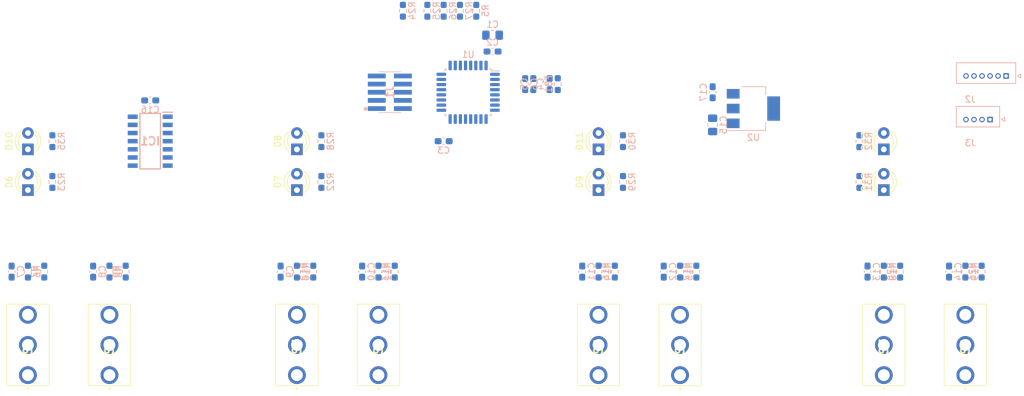
<source format=kicad_pcb>
(kicad_pcb (version 20171130) (host pcbnew 5.1.10-88a1d61d58~90~ubuntu20.04.1)

  (general
    (thickness 1.6)
    (drawings 0)
    (tracks 0)
    (zones 0)
    (modules 69)
    (nets 81)
  )

  (page A4)
  (layers
    (0 F.Cu signal)
    (31 B.Cu signal)
    (32 B.Adhes user)
    (33 F.Adhes user)
    (34 B.Paste user)
    (35 F.Paste user)
    (36 B.SilkS user)
    (37 F.SilkS user)
    (38 B.Mask user)
    (39 F.Mask user)
    (40 Dwgs.User user)
    (41 Cmts.User user)
    (42 Eco1.User user)
    (43 Eco2.User user)
    (44 Edge.Cuts user)
    (45 Margin user)
    (46 B.CrtYd user)
    (47 F.CrtYd user)
    (48 B.Fab user hide)
    (49 F.Fab user hide)
  )

  (setup
    (last_trace_width 0.25)
    (trace_clearance 0.2)
    (zone_clearance 0.508)
    (zone_45_only no)
    (trace_min 0.2)
    (via_size 0.8)
    (via_drill 0.4)
    (via_min_size 0.4)
    (via_min_drill 0.3)
    (uvia_size 0.3)
    (uvia_drill 0.1)
    (uvias_allowed no)
    (uvia_min_size 0.2)
    (uvia_min_drill 0.1)
    (edge_width 0.05)
    (segment_width 0.2)
    (pcb_text_width 0.3)
    (pcb_text_size 1.5 1.5)
    (mod_edge_width 0.12)
    (mod_text_size 1 1)
    (mod_text_width 0.15)
    (pad_size 1.524 1.524)
    (pad_drill 0.762)
    (pad_to_mask_clearance 0)
    (aux_axis_origin 0 0)
    (visible_elements FFFFFF7F)
    (pcbplotparams
      (layerselection 0x010fc_ffffffff)
      (usegerberextensions false)
      (usegerberattributes true)
      (usegerberadvancedattributes true)
      (creategerberjobfile true)
      (excludeedgelayer true)
      (linewidth 0.100000)
      (plotframeref false)
      (viasonmask false)
      (mode 1)
      (useauxorigin false)
      (hpglpennumber 1)
      (hpglpenspeed 20)
      (hpglpendiameter 15.000000)
      (psnegative false)
      (psa4output false)
      (plotreference true)
      (plotvalue true)
      (plotinvisibletext false)
      (padsonsilk false)
      (subtractmaskfromsilk false)
      (outputformat 1)
      (mirror false)
      (drillshape 1)
      (scaleselection 1)
      (outputdirectory ""))
  )

  (net 0 "")
  (net 1 GND)
  (net 2 +5V)
  (net 3 "Net-(U1-Pad26)")
  (net 4 "Net-(U1-Pad25)")
  (net 5 "Net-(U1-Pad20)")
  (net 6 "Net-(U1-Pad19)")
  (net 7 "Net-(U1-Pad18)")
  (net 8 "Net-(U1-Pad15)")
  (net 9 "Net-(U1-Pad14)")
  (net 10 "Net-(U1-Pad3)")
  (net 11 "Net-(U1-Pad2)")
  (net 12 +3V3)
  (net 13 /VDDA)
  (net 14 /~RST)
  (net 15 "Net-(R5-Pad1)")
  (net 16 "Net-(J1-Pad8)")
  (net 17 "Net-(J1-Pad7)")
  (net 18 "Net-(J1-Pad6)")
  (net 19 /SWCLK)
  (net 20 /SWDIO)
  (net 21 /RELAY1_OUT)
  (net 22 /RELAY2_OUT)
  (net 23 /RELAY3_OUT)
  (net 24 /RELAY4_OUT)
  (net 25 "Net-(R6-Pad2)")
  (net 26 /RELAY1_IN)
  (net 27 /USB_D+)
  (net 28 /USB_D-)
  (net 29 /RELAY4_IN)
  (net 30 /RELAY3_IN)
  (net 31 /RELAY2_IN)
  (net 32 "Net-(R8-Pad2)")
  (net 33 "Net-(R10-Pad2)")
  (net 34 "Net-(R11-Pad2)")
  (net 35 "Net-(R14-Pad2)")
  (net 36 "Net-(R15-Pad2)")
  (net 37 "Net-(R18-Pad2)")
  (net 38 "Net-(R19-Pad2)")
  (net 39 "Net-(S1-Pad1)")
  (net 40 "Net-(S2-Pad1)")
  (net 41 "Net-(S3-Pad1)")
  (net 42 "Net-(S4-Pad1)")
  (net 43 "Net-(S5-Pad1)")
  (net 44 "Net-(S6-Pad1)")
  (net 45 "Net-(S7-Pad1)")
  (net 46 "Net-(S8-Pad1)")
  (net 47 /RELAY1_USB_MAN)
  (net 48 /RELAY2_USB_MAN)
  (net 49 /RELAY3_USB_MAN)
  (net 50 /RELAY4_USB_MAN)
  (net 51 "Net-(D6-Pad1)")
  (net 52 "Net-(D7-Pad1)")
  (net 53 "Net-(D9-Pad1)")
  (net 54 "Net-(D12-Pad1)")
  (net 55 "Net-(R24-Pad1)")
  (net 56 "Net-(R25-Pad1)")
  (net 57 "Net-(R26-Pad1)")
  (net 58 "Net-(R27-Pad1)")
  (net 59 "Net-(D8-Pad2)")
  (net 60 "Net-(D10-Pad2)")
  (net 61 "Net-(D11-Pad2)")
  (net 62 "Net-(D13-Pad2)")
  (net 63 /1Y)
  (net 64 /2Y)
  (net 65 /3Y)
  (net 66 /4Y)
  (net 67 /~4OE)
  (net 68 /~3OE)
  (net 69 /~2OE)
  (net 70 /~1OE)
  (net 71 "Net-(J2-Pad6)")
  (net 72 "Net-(J2-Pad5)")
  (net 73 "Net-(J2-Pad4)")
  (net 74 "Net-(J2-Pad3)")
  (net 75 "Net-(J2-Pad2)")
  (net 76 "Net-(J2-Pad1)")
  (net 77 "Net-(J3-Pad4)")
  (net 78 "Net-(J3-Pad3)")
  (net 79 "Net-(J3-Pad2)")
  (net 80 "Net-(J3-Pad1)")

  (net_class Default "This is the default net class."
    (clearance 0.2)
    (trace_width 0.25)
    (via_dia 0.8)
    (via_drill 0.4)
    (uvia_dia 0.3)
    (uvia_drill 0.1)
    (add_net +3V3)
    (add_net +5V)
    (add_net /1Y)
    (add_net /2Y)
    (add_net /3Y)
    (add_net /4Y)
    (add_net /RELAY1_IN)
    (add_net /RELAY1_OUT)
    (add_net /RELAY1_USB_MAN)
    (add_net /RELAY2_IN)
    (add_net /RELAY2_OUT)
    (add_net /RELAY2_USB_MAN)
    (add_net /RELAY3_IN)
    (add_net /RELAY3_OUT)
    (add_net /RELAY3_USB_MAN)
    (add_net /RELAY4_IN)
    (add_net /RELAY4_OUT)
    (add_net /RELAY4_USB_MAN)
    (add_net /SWCLK)
    (add_net /SWDIO)
    (add_net /USB_D+)
    (add_net /USB_D-)
    (add_net /VDDA)
    (add_net /~1OE)
    (add_net /~2OE)
    (add_net /~3OE)
    (add_net /~4OE)
    (add_net /~RST)
    (add_net GND)
    (add_net "Net-(D10-Pad2)")
    (add_net "Net-(D11-Pad2)")
    (add_net "Net-(D12-Pad1)")
    (add_net "Net-(D13-Pad2)")
    (add_net "Net-(D6-Pad1)")
    (add_net "Net-(D7-Pad1)")
    (add_net "Net-(D8-Pad2)")
    (add_net "Net-(D9-Pad1)")
    (add_net "Net-(J1-Pad6)")
    (add_net "Net-(J1-Pad7)")
    (add_net "Net-(J1-Pad8)")
    (add_net "Net-(J2-Pad1)")
    (add_net "Net-(J2-Pad2)")
    (add_net "Net-(J2-Pad3)")
    (add_net "Net-(J2-Pad4)")
    (add_net "Net-(J2-Pad5)")
    (add_net "Net-(J2-Pad6)")
    (add_net "Net-(J3-Pad1)")
    (add_net "Net-(J3-Pad2)")
    (add_net "Net-(J3-Pad3)")
    (add_net "Net-(J3-Pad4)")
    (add_net "Net-(R10-Pad2)")
    (add_net "Net-(R11-Pad2)")
    (add_net "Net-(R14-Pad2)")
    (add_net "Net-(R15-Pad2)")
    (add_net "Net-(R18-Pad2)")
    (add_net "Net-(R19-Pad2)")
    (add_net "Net-(R24-Pad1)")
    (add_net "Net-(R25-Pad1)")
    (add_net "Net-(R26-Pad1)")
    (add_net "Net-(R27-Pad1)")
    (add_net "Net-(R5-Pad1)")
    (add_net "Net-(R6-Pad2)")
    (add_net "Net-(R8-Pad2)")
    (add_net "Net-(S1-Pad1)")
    (add_net "Net-(S2-Pad1)")
    (add_net "Net-(S3-Pad1)")
    (add_net "Net-(S4-Pad1)")
    (add_net "Net-(S5-Pad1)")
    (add_net "Net-(S6-Pad1)")
    (add_net "Net-(S7-Pad1)")
    (add_net "Net-(S8-Pad1)")
    (add_net "Net-(U1-Pad14)")
    (add_net "Net-(U1-Pad15)")
    (add_net "Net-(U1-Pad18)")
    (add_net "Net-(U1-Pad19)")
    (add_net "Net-(U1-Pad2)")
    (add_net "Net-(U1-Pad20)")
    (add_net "Net-(U1-Pad25)")
    (add_net "Net-(U1-Pad26)")
    (add_net "Net-(U1-Pad3)")
  )

  (module 530470410:MOLEX_530470410 (layer B.Cu) (tedit 615C702B) (tstamp 615C8235)
    (at 213.4 117.28)
    (path /6164F443)
    (fp_text reference J3 (at -3.075 3.635) (layer B.SilkS)
      (effects (font (size 1 1) (thickness 0.15)) (justify mirror))
    )
    (fp_text value 530470410 (at 3.275 -4.365) (layer B.Fab)
      (effects (font (size 1 1) (thickness 0.15)) (justify mirror))
    )
    (fp_circle (center -3.75 0) (end -3.4994 0) (layer F.Mask) (width 0.5012))
    (fp_circle (center -3.75 0) (end -3.4994 0) (layer B.Mask) (width 0.5012))
    (fp_circle (center -2.5 0) (end -2.2494 0) (layer F.Mask) (width 0.5012))
    (fp_circle (center -2.5 0) (end -2.2494 0) (layer B.Mask) (width 0.5012))
    (fp_line (start -6.52 -3.32) (end -6.52 2.42) (layer B.CrtYd) (width 0.05))
    (fp_line (start 2.77 -3.32) (end -6.52 -3.32) (layer B.CrtYd) (width 0.05))
    (fp_line (start 2.77 2.42) (end 2.77 -3.32) (layer B.CrtYd) (width 0.05))
    (fp_line (start -6.52 2.42) (end 2.77 2.42) (layer B.CrtYd) (width 0.05))
    (fp_line (start 1.8 0) (end 2.3 0.3) (layer B.Fab) (width 0.127))
    (fp_line (start 2.3 -0.3) (end 1.8 0) (layer B.Fab) (width 0.127))
    (fp_line (start 2.3 0.3) (end 2.3 -0.3) (layer B.Fab) (width 0.127))
    (fp_line (start 1.8 0) (end 2.3 0.3) (layer B.SilkS) (width 0.127))
    (fp_line (start 2.3 -0.3) (end 1.8 0) (layer B.SilkS) (width 0.127))
    (fp_line (start 2.3 0.3) (end 2.3 -0.3) (layer B.SilkS) (width 0.127))
    (fp_line (start -5.25 -2.05) (end -5.25 1.15) (layer B.SilkS) (width 0.127))
    (fp_line (start 1.5 -2.05) (end -5.25 -2.05) (layer B.SilkS) (width 0.127))
    (fp_line (start 1.5 1.15) (end 1.5 -2.05) (layer B.SilkS) (width 0.127))
    (fp_line (start -5.25 1.15) (end 1.5 1.15) (layer B.SilkS) (width 0.127))
    (fp_line (start -5.25 -2.05) (end -5.25 1.15) (layer B.Fab) (width 0.127))
    (fp_line (start 1.5 -2.05) (end -5.25 -2.05) (layer B.Fab) (width 0.127))
    (fp_line (start 1.5 1.15) (end 1.5 -2.05) (layer B.Fab) (width 0.127))
    (fp_line (start -5.25 1.15) (end 1.5 1.15) (layer B.Fab) (width 0.127))
    (fp_circle (center -1.25 0) (end -0.9994 0) (layer F.Mask) (width 0.5012))
    (fp_circle (center -1.25 0) (end -0.9994 0) (layer B.Mask) (width 0.5012))
    (fp_poly (pts (xy -0.5012 0.5012) (xy 0.5012 0.5012) (xy 0.5012 -0.5012) (xy -0.5012 -0.5012)) (layer F.Mask) (width 0.01))
    (fp_poly (pts (xy -0.5012 0.5012) (xy 0.5012 0.5012) (xy 0.5012 -0.5012) (xy -0.5012 -0.5012)) (layer B.Mask) (width 0.01))
    (fp_text user PTH~D0.5~+/-~0.05 (at -6.25 -7) (layer B.Fab)
      (effects (font (size 0.393701 0.393701) (thickness 0.15)) (justify mirror))
    )
    (pad 4 thru_hole circle (at -3.75 0) (size 0.85 0.85) (drill 0.5) (layers *.Cu)
      (net 77 "Net-(J3-Pad4)"))
    (pad 3 thru_hole circle (at -2.5 0) (size 0.85 0.85) (drill 0.5) (layers *.Cu)
      (net 78 "Net-(J3-Pad3)"))
    (pad 2 thru_hole circle (at -1.25 0) (size 0.85 0.85) (drill 0.5) (layers *.Cu)
      (net 79 "Net-(J3-Pad2)"))
    (pad 1 thru_hole rect (at 0 0) (size 0.85 0.85) (drill 0.5) (layers *.Cu)
      (net 80 "Net-(J3-Pad1)"))
    (model ${KIPRJMOD}/Components/530470410/3D/530470410.step
      (offset (xyz -1.9 -0.45 3.3))
      (scale (xyz 1 1 1))
      (rotate (xyz -90 0 0))
    )
  )

  (module 530470610:MOLEX_530470610 (layer B.Cu) (tedit 615C6CCF) (tstamp 615C8212)
    (at 215.9 110.49)
    (path /616511D3)
    (fp_text reference J2 (at -5.575 3.635) (layer B.SilkS)
      (effects (font (size 1 1) (thickness 0.15)) (justify mirror))
    )
    (fp_text value 530470610 (at 0.775 -4.365) (layer B.Fab)
      (effects (font (size 1 1) (thickness 0.15)) (justify mirror))
    )
    (fp_circle (center -6.25 0) (end -5.9994 0) (layer F.Mask) (width 0.5012))
    (fp_circle (center -6.25 0) (end -5.9994 0) (layer B.Mask) (width 0.5012))
    (fp_circle (center -5 0) (end -4.7494 0) (layer F.Mask) (width 0.5012))
    (fp_circle (center -5 0) (end -4.7494 0) (layer B.Mask) (width 0.5012))
    (fp_circle (center -3.75 0) (end -3.4994 0) (layer F.Mask) (width 0.5012))
    (fp_circle (center -3.75 0) (end -3.4994 0) (layer B.Mask) (width 0.5012))
    (fp_circle (center -2.5 0) (end -2.2494 0) (layer F.Mask) (width 0.5012))
    (fp_circle (center -2.5 0) (end -2.2494 0) (layer B.Mask) (width 0.5012))
    (fp_line (start -9.02 -3.32) (end -9.02 2.42) (layer B.CrtYd) (width 0.05))
    (fp_line (start 2.77 -3.32) (end -9.02 -3.32) (layer B.CrtYd) (width 0.05))
    (fp_line (start 2.77 2.42) (end 2.77 -3.32) (layer B.CrtYd) (width 0.05))
    (fp_line (start -9.02 2.42) (end 2.77 2.42) (layer B.CrtYd) (width 0.05))
    (fp_line (start 1.8 0) (end 2.3 0.3) (layer B.Fab) (width 0.127))
    (fp_line (start 2.3 -0.3) (end 1.8 0) (layer B.Fab) (width 0.127))
    (fp_line (start 2.3 0.3) (end 2.3 -0.3) (layer B.Fab) (width 0.127))
    (fp_line (start 1.8 0) (end 2.3 0.3) (layer B.SilkS) (width 0.127))
    (fp_line (start 2.3 -0.3) (end 1.8 0) (layer B.SilkS) (width 0.127))
    (fp_line (start 2.3 0.3) (end 2.3 -0.3) (layer B.SilkS) (width 0.127))
    (fp_line (start -7.75 -2.05) (end -7.75 1.15) (layer B.SilkS) (width 0.127))
    (fp_line (start 1.5 -2.05) (end -7.75 -2.05) (layer B.SilkS) (width 0.127))
    (fp_line (start 1.5 1.15) (end 1.5 -2.05) (layer B.SilkS) (width 0.127))
    (fp_line (start -7.75 1.15) (end 1.5 1.15) (layer B.SilkS) (width 0.127))
    (fp_line (start -7.75 -2.05) (end -7.75 1.15) (layer B.Fab) (width 0.127))
    (fp_line (start 1.5 -2.05) (end -7.75 -2.05) (layer B.Fab) (width 0.127))
    (fp_line (start 1.5 1.15) (end 1.5 -2.05) (layer B.Fab) (width 0.127))
    (fp_line (start -7.75 1.15) (end 1.5 1.15) (layer B.Fab) (width 0.127))
    (fp_circle (center -1.25 0) (end -0.9994 0) (layer F.Mask) (width 0.5012))
    (fp_circle (center -1.25 0) (end -0.9994 0) (layer B.Mask) (width 0.5012))
    (fp_poly (pts (xy -0.5012 0.5012) (xy 0.5012 0.5012) (xy 0.5012 -0.5012) (xy -0.5012 -0.5012)) (layer F.Mask) (width 0.01))
    (fp_poly (pts (xy -0.5012 0.5012) (xy 0.5012 0.5012) (xy 0.5012 -0.5012) (xy -0.5012 -0.5012)) (layer B.Mask) (width 0.01))
    (fp_text user PTH~D0.5~+/-~0.05 (at -8.75 -7) (layer B.Fab)
      (effects (font (size 0.393701 0.393701) (thickness 0.15)) (justify mirror))
    )
    (pad 6 thru_hole circle (at -6.25 0) (size 0.85 0.85) (drill 0.5) (layers *.Cu)
      (net 71 "Net-(J2-Pad6)"))
    (pad 5 thru_hole circle (at -5 0) (size 0.85 0.85) (drill 0.5) (layers *.Cu)
      (net 72 "Net-(J2-Pad5)"))
    (pad 4 thru_hole circle (at -3.75 0) (size 0.85 0.85) (drill 0.5) (layers *.Cu)
      (net 73 "Net-(J2-Pad4)"))
    (pad 3 thru_hole circle (at -2.5 0) (size 0.85 0.85) (drill 0.5) (layers *.Cu)
      (net 74 "Net-(J2-Pad3)"))
    (pad 2 thru_hole circle (at -1.25 0) (size 0.85 0.85) (drill 0.5) (layers *.Cu)
      (net 75 "Net-(J2-Pad2)"))
    (pad 1 thru_hole rect (at 0 0) (size 0.85 0.85) (drill 0.5) (layers *.Cu)
      (net 76 "Net-(J2-Pad1)"))
    (model ${KIPRJMOD}/Components/530470610/3D/530470610.stp
      (offset (xyz -3.1 -0.45 3.3))
      (scale (xyz 1 1 1))
      (rotate (xyz -90 0 0))
    )
  )

  (module FTSH-105-01-F-DV-K-P:FTSH-105-XX-YYY-DV-K-P (layer B.Cu) (tedit 6141DAD5) (tstamp 615B607C)
    (at 119.885 113.03 90)
    (descr FTSH-105-XX-YYY-DV-K-P)
    (tags Connector)
    (path /6163E945)
    (attr smd)
    (fp_text reference J1 (at 0 0 90) (layer B.SilkS)
      (effects (font (size 1.27 1.27) (thickness 0.254)) (justify mirror))
    )
    (fp_text value FTSH-105-01-F-DV-K (at 0 0 90) (layer B.SilkS) hide
      (effects (font (size 1.27 1.27) (thickness 0.254)) (justify mirror))
    )
    (fp_circle (center -2.59 -3.785) (end -2.64 -3.785) (layer B.SilkS) (width 0.254))
    (fp_line (start -4.375 -4.885) (end -4.375 4.43) (layer Dwgs.User) (width 0.05))
    (fp_line (start 4.375 -4.885) (end -4.375 -4.885) (layer Dwgs.User) (width 0.05))
    (fp_line (start 4.375 4.43) (end 4.375 -4.885) (layer Dwgs.User) (width 0.05))
    (fp_line (start -4.375 4.43) (end 4.375 4.43) (layer Dwgs.User) (width 0.05))
    (fp_line (start -3.175 -1.715) (end -3.175 1.715) (layer B.SilkS) (width 0.1))
    (fp_line (start 3.175 1.715) (end 3.175 -1.715) (layer B.SilkS) (width 0.1))
    (fp_line (start -3.175 -1.715) (end -3.175 1.715) (layer Dwgs.User) (width 0.2))
    (fp_line (start 3.175 -1.715) (end -3.175 -1.715) (layer Dwgs.User) (width 0.2))
    (fp_line (start 3.175 1.715) (end 3.175 -1.715) (layer Dwgs.User) (width 0.2))
    (fp_line (start -3.175 1.715) (end 3.175 1.715) (layer Dwgs.User) (width 0.2))
    (pad 10 smd rect (at 2.54 2.035 90) (size 0.74 2.79) (layers B.Cu B.Paste B.Mask)
      (net 14 /~RST))
    (pad 9 smd rect (at 2.54 -2.035 90) (size 0.74 2.79) (layers B.Cu B.Paste B.Mask)
      (net 1 GND))
    (pad 8 smd rect (at 1.27 2.035 90) (size 0.74 2.79) (layers B.Cu B.Paste B.Mask)
      (net 16 "Net-(J1-Pad8)"))
    (pad 7 smd rect (at 1.27 -2.035 90) (size 0.74 2.79) (layers B.Cu B.Paste B.Mask)
      (net 17 "Net-(J1-Pad7)"))
    (pad 6 smd rect (at 0 2.035 90) (size 0.74 2.79) (layers B.Cu B.Paste B.Mask)
      (net 18 "Net-(J1-Pad6)"))
    (pad 5 smd rect (at 0 -2.035 90) (size 0.74 2.79) (layers B.Cu B.Paste B.Mask)
      (net 1 GND))
    (pad 4 smd rect (at -1.27 2.035 90) (size 0.74 2.79) (layers B.Cu B.Paste B.Mask)
      (net 19 /SWCLK))
    (pad 3 smd rect (at -1.27 -2.035 90) (size 0.74 2.79) (layers B.Cu B.Paste B.Mask)
      (net 1 GND))
    (pad 2 smd rect (at -2.54 2.035 90) (size 0.74 2.79) (layers B.Cu B.Paste B.Mask)
      (net 20 /SWDIO))
    (pad 1 smd rect (at -2.54 -2.035 90) (size 0.74 2.79) (layers B.Cu B.Paste B.Mask)
      (net 12 +3V3))
  )

  (module 74LVC125AD_118:SOIC127P600X175-14N (layer B.Cu) (tedit 615C04A7) (tstamp 615CEE66)
    (at 82.55 120.65 180)
    (descr SO14)
    (tags "Integrated Circuit")
    (path /61D219EE)
    (attr smd)
    (fp_text reference IC1 (at 0 0 180) (layer B.SilkS)
      (effects (font (size 1.27 1.27) (thickness 0.254)) (justify mirror))
    )
    (fp_text value 74LVC125AD,118 (at 0 0) (layer B.SilkS) hide
      (effects (font (size 1.27 1.27) (thickness 0.254)) (justify mirror))
    )
    (fp_line (start -3.5 4.51) (end -1.95 4.51) (layer B.SilkS) (width 0.2))
    (fp_line (start -1.6 -4.325) (end -1.6 4.325) (layer B.SilkS) (width 0.2))
    (fp_line (start 1.6 -4.325) (end -1.6 -4.325) (layer B.SilkS) (width 0.2))
    (fp_line (start 1.6 4.325) (end 1.6 -4.325) (layer B.SilkS) (width 0.2))
    (fp_line (start -1.6 4.325) (end 1.6 4.325) (layer B.SilkS) (width 0.2))
    (fp_line (start -1.95 3.055) (end -0.68 4.325) (layer Dwgs.User) (width 0.1))
    (fp_line (start -1.95 -4.325) (end -1.95 4.325) (layer Dwgs.User) (width 0.1))
    (fp_line (start 1.95 -4.325) (end -1.95 -4.325) (layer Dwgs.User) (width 0.1))
    (fp_line (start 1.95 4.325) (end 1.95 -4.325) (layer Dwgs.User) (width 0.1))
    (fp_line (start -1.95 4.325) (end 1.95 4.325) (layer Dwgs.User) (width 0.1))
    (fp_line (start -3.75 -4.625) (end -3.75 4.625) (layer Dwgs.User) (width 0.05))
    (fp_line (start 3.75 -4.625) (end -3.75 -4.625) (layer Dwgs.User) (width 0.05))
    (fp_line (start 3.75 4.625) (end 3.75 -4.625) (layer Dwgs.User) (width 0.05))
    (fp_line (start -3.75 4.625) (end 3.75 4.625) (layer Dwgs.User) (width 0.05))
    (pad 14 smd rect (at 2.725 3.81 90) (size 0.7 1.55) (layers B.Cu B.Paste B.Mask)
      (net 12 +3V3))
    (pad 13 smd rect (at 2.725 2.54 90) (size 0.7 1.55) (layers B.Cu B.Paste B.Mask)
      (net 67 /~4OE))
    (pad 12 smd rect (at 2.725 1.27 90) (size 0.7 1.55) (layers B.Cu B.Paste B.Mask)
      (net 24 /RELAY4_OUT))
    (pad 11 smd rect (at 2.725 0 90) (size 0.7 1.55) (layers B.Cu B.Paste B.Mask)
      (net 66 /4Y))
    (pad 10 smd rect (at 2.725 -1.27 90) (size 0.7 1.55) (layers B.Cu B.Paste B.Mask)
      (net 68 /~3OE))
    (pad 9 smd rect (at 2.725 -2.54 90) (size 0.7 1.55) (layers B.Cu B.Paste B.Mask)
      (net 23 /RELAY3_OUT))
    (pad 8 smd rect (at 2.725 -3.81 90) (size 0.7 1.55) (layers B.Cu B.Paste B.Mask)
      (net 65 /3Y))
    (pad 7 smd rect (at -2.725 -3.81 90) (size 0.7 1.55) (layers B.Cu B.Paste B.Mask)
      (net 1 GND))
    (pad 6 smd rect (at -2.725 -2.54 90) (size 0.7 1.55) (layers B.Cu B.Paste B.Mask)
      (net 64 /2Y))
    (pad 5 smd rect (at -2.725 -1.27 90) (size 0.7 1.55) (layers B.Cu B.Paste B.Mask)
      (net 22 /RELAY2_OUT))
    (pad 4 smd rect (at -2.725 0 90) (size 0.7 1.55) (layers B.Cu B.Paste B.Mask)
      (net 69 /~2OE))
    (pad 3 smd rect (at -2.725 1.27 90) (size 0.7 1.55) (layers B.Cu B.Paste B.Mask)
      (net 63 /1Y))
    (pad 2 smd rect (at -2.725 2.54 90) (size 0.7 1.55) (layers B.Cu B.Paste B.Mask)
      (net 21 /RELAY1_OUT))
    (pad 1 smd rect (at -2.725 3.81 90) (size 0.7 1.55) (layers B.Cu B.Paste B.Mask)
      (net 70 /~1OE))
  )

  (module Capacitor_SMD:C_0603_1608Metric_Pad1.08x0.95mm_HandSolder (layer B.Cu) (tedit 5F68FEEF) (tstamp 615D2751)
    (at 170.18 113.03 270)
    (descr "Capacitor SMD 0603 (1608 Metric), square (rectangular) end terminal, IPC_7351 nominal with elongated pad for handsoldering. (Body size source: IPC-SM-782 page 76, https://www.pcb-3d.com/wordpress/wp-content/uploads/ipc-sm-782a_amendment_1_and_2.pdf), generated with kicad-footprint-generator")
    (tags "capacitor handsolder")
    (path /624E563E)
    (attr smd)
    (fp_text reference C17 (at 0 1.43 270) (layer B.SilkS)
      (effects (font (size 1 1) (thickness 0.15)) (justify mirror))
    )
    (fp_text value 100n (at 0 -1.43 270) (layer B.Fab)
      (effects (font (size 1 1) (thickness 0.15)) (justify mirror))
    )
    (fp_line (start -0.8 -0.4) (end -0.8 0.4) (layer B.Fab) (width 0.1))
    (fp_line (start -0.8 0.4) (end 0.8 0.4) (layer B.Fab) (width 0.1))
    (fp_line (start 0.8 0.4) (end 0.8 -0.4) (layer B.Fab) (width 0.1))
    (fp_line (start 0.8 -0.4) (end -0.8 -0.4) (layer B.Fab) (width 0.1))
    (fp_line (start -0.146267 0.51) (end 0.146267 0.51) (layer B.SilkS) (width 0.12))
    (fp_line (start -0.146267 -0.51) (end 0.146267 -0.51) (layer B.SilkS) (width 0.12))
    (fp_line (start -1.65 -0.73) (end -1.65 0.73) (layer B.CrtYd) (width 0.05))
    (fp_line (start -1.65 0.73) (end 1.65 0.73) (layer B.CrtYd) (width 0.05))
    (fp_line (start 1.65 0.73) (end 1.65 -0.73) (layer B.CrtYd) (width 0.05))
    (fp_line (start 1.65 -0.73) (end -1.65 -0.73) (layer B.CrtYd) (width 0.05))
    (fp_text user %R (at 0 0 270) (layer B.Fab)
      (effects (font (size 0.4 0.4) (thickness 0.06)) (justify mirror))
    )
    (pad 2 smd roundrect (at 0.8625 0 270) (size 1.075 0.95) (layers B.Cu B.Paste B.Mask) (roundrect_rratio 0.25)
      (net 1 GND))
    (pad 1 smd roundrect (at -0.8625 0 270) (size 1.075 0.95) (layers B.Cu B.Paste B.Mask) (roundrect_rratio 0.25)
      (net 12 +3V3))
    (model ${KISYS3DMOD}/Capacitor_SMD.3dshapes/C_0603_1608Metric.wrl
      (at (xyz 0 0 0))
      (scale (xyz 1 1 1))
      (rotate (xyz 0 0 0))
    )
  )

  (module Capacitor_SMD:C_0805_2012Metric_Pad1.18x1.45mm_HandSolder (layer B.Cu) (tedit 5F68FEEF) (tstamp 615D2720)
    (at 170.18 118.11 90)
    (descr "Capacitor SMD 0805 (2012 Metric), square (rectangular) end terminal, IPC_7351 nominal with elongated pad for handsoldering. (Body size source: IPC-SM-782 page 76, https://www.pcb-3d.com/wordpress/wp-content/uploads/ipc-sm-782a_amendment_1_and_2.pdf, https://docs.google.com/spreadsheets/d/1BsfQQcO9C6DZCsRaXUlFlo91Tg2WpOkGARC1WS5S8t0/edit?usp=sharing), generated with kicad-footprint-generator")
    (tags "capacitor handsolder")
    (path /624E4DFF)
    (attr smd)
    (fp_text reference C15 (at 0 1.68 -90) (layer B.SilkS)
      (effects (font (size 1 1) (thickness 0.15)) (justify mirror))
    )
    (fp_text value 10u (at 0 -1.68 -90) (layer B.Fab)
      (effects (font (size 1 1) (thickness 0.15)) (justify mirror))
    )
    (fp_line (start -1 -0.625) (end -1 0.625) (layer B.Fab) (width 0.1))
    (fp_line (start -1 0.625) (end 1 0.625) (layer B.Fab) (width 0.1))
    (fp_line (start 1 0.625) (end 1 -0.625) (layer B.Fab) (width 0.1))
    (fp_line (start 1 -0.625) (end -1 -0.625) (layer B.Fab) (width 0.1))
    (fp_line (start -0.261252 0.735) (end 0.261252 0.735) (layer B.SilkS) (width 0.12))
    (fp_line (start -0.261252 -0.735) (end 0.261252 -0.735) (layer B.SilkS) (width 0.12))
    (fp_line (start -1.88 -0.98) (end -1.88 0.98) (layer B.CrtYd) (width 0.05))
    (fp_line (start -1.88 0.98) (end 1.88 0.98) (layer B.CrtYd) (width 0.05))
    (fp_line (start 1.88 0.98) (end 1.88 -0.98) (layer B.CrtYd) (width 0.05))
    (fp_line (start 1.88 -0.98) (end -1.88 -0.98) (layer B.CrtYd) (width 0.05))
    (fp_text user %R (at 0 0 -90) (layer B.Fab)
      (effects (font (size 0.5 0.5) (thickness 0.08)) (justify mirror))
    )
    (pad 2 smd roundrect (at 1.0375 0 90) (size 1.175 1.45) (layers B.Cu B.Paste B.Mask) (roundrect_rratio 0.212766)
      (net 1 GND))
    (pad 1 smd roundrect (at -1.0375 0 90) (size 1.175 1.45) (layers B.Cu B.Paste B.Mask) (roundrect_rratio 0.212766)
      (net 2 +5V))
    (model ${KISYS3DMOD}/Capacitor_SMD.3dshapes/C_0805_2012Metric.wrl
      (at (xyz 0 0 0))
      (scale (xyz 1 1 1))
      (rotate (xyz 0 0 0))
    )
  )

  (module Package_TO_SOT_SMD:SOT-223-3_TabPin2 (layer B.Cu) (tedit 5A02FF57) (tstamp 615D16DF)
    (at 176.53 115.57)
    (descr "module CMS SOT223 4 pins")
    (tags "CMS SOT")
    (path /624E0592)
    (attr smd)
    (fp_text reference U2 (at 0 4.5) (layer B.SilkS)
      (effects (font (size 1 1) (thickness 0.15)) (justify mirror))
    )
    (fp_text value MCP1825S-3302E/DB (at 0 -4.5) (layer B.Fab)
      (effects (font (size 1 1) (thickness 0.15)) (justify mirror))
    )
    (fp_line (start 1.91 -3.41) (end 1.91 -2.15) (layer B.SilkS) (width 0.12))
    (fp_line (start 1.91 3.41) (end 1.91 2.15) (layer B.SilkS) (width 0.12))
    (fp_line (start 4.4 3.6) (end -4.4 3.6) (layer B.CrtYd) (width 0.05))
    (fp_line (start 4.4 -3.6) (end 4.4 3.6) (layer B.CrtYd) (width 0.05))
    (fp_line (start -4.4 -3.6) (end 4.4 -3.6) (layer B.CrtYd) (width 0.05))
    (fp_line (start -4.4 3.6) (end -4.4 -3.6) (layer B.CrtYd) (width 0.05))
    (fp_line (start -1.85 2.35) (end -0.85 3.35) (layer B.Fab) (width 0.1))
    (fp_line (start -1.85 2.35) (end -1.85 -3.35) (layer B.Fab) (width 0.1))
    (fp_line (start -1.85 -3.41) (end 1.91 -3.41) (layer B.SilkS) (width 0.12))
    (fp_line (start -0.85 3.35) (end 1.85 3.35) (layer B.Fab) (width 0.1))
    (fp_line (start -4.1 3.41) (end 1.91 3.41) (layer B.SilkS) (width 0.12))
    (fp_line (start -1.85 -3.35) (end 1.85 -3.35) (layer B.Fab) (width 0.1))
    (fp_line (start 1.85 3.35) (end 1.85 -3.35) (layer B.Fab) (width 0.1))
    (fp_text user %R (at 0 0 -90) (layer B.Fab)
      (effects (font (size 0.8 0.8) (thickness 0.12)) (justify mirror))
    )
    (pad 1 smd rect (at -3.15 2.3) (size 2 1.5) (layers B.Cu B.Paste B.Mask)
      (net 2 +5V))
    (pad 3 smd rect (at -3.15 -2.3) (size 2 1.5) (layers B.Cu B.Paste B.Mask)
      (net 12 +3V3))
    (pad 2 smd rect (at -3.15 0) (size 2 1.5) (layers B.Cu B.Paste B.Mask)
      (net 1 GND))
    (pad 2 smd rect (at 3.15 0) (size 2 3.8) (layers B.Cu B.Paste B.Mask)
      (net 1 GND))
    (model ${KISYS3DMOD}/Package_TO_SOT_SMD.3dshapes/SOT-223.wrl
      (at (xyz 0 0 0))
      (scale (xyz 1 1 1))
      (rotate (xyz 0 0 0))
    )
  )

  (module Resistor_SMD:R_0603_1608Metric_Pad0.98x0.95mm_HandSolder (layer B.Cu) (tedit 5F68FEEE) (tstamp 615CF330)
    (at 193.04 120.65 90)
    (descr "Resistor SMD 0603 (1608 Metric), square (rectangular) end terminal, IPC_7351 nominal with elongated pad for handsoldering. (Body size source: IPC-SM-782 page 72, https://www.pcb-3d.com/wordpress/wp-content/uploads/ipc-sm-782a_amendment_1_and_2.pdf), generated with kicad-footprint-generator")
    (tags "resistor handsolder")
    (path /623E9F65)
    (attr smd)
    (fp_text reference R32 (at 0 1.43 270) (layer B.SilkS)
      (effects (font (size 1 1) (thickness 0.15)) (justify mirror))
    )
    (fp_text value 330R (at 0 -1.43 270) (layer B.Fab)
      (effects (font (size 1 1) (thickness 0.15)) (justify mirror))
    )
    (fp_line (start -0.8 -0.4125) (end -0.8 0.4125) (layer B.Fab) (width 0.1))
    (fp_line (start -0.8 0.4125) (end 0.8 0.4125) (layer B.Fab) (width 0.1))
    (fp_line (start 0.8 0.4125) (end 0.8 -0.4125) (layer B.Fab) (width 0.1))
    (fp_line (start 0.8 -0.4125) (end -0.8 -0.4125) (layer B.Fab) (width 0.1))
    (fp_line (start -0.254724 0.5225) (end 0.254724 0.5225) (layer B.SilkS) (width 0.12))
    (fp_line (start -0.254724 -0.5225) (end 0.254724 -0.5225) (layer B.SilkS) (width 0.12))
    (fp_line (start -1.65 -0.73) (end -1.65 0.73) (layer B.CrtYd) (width 0.05))
    (fp_line (start -1.65 0.73) (end 1.65 0.73) (layer B.CrtYd) (width 0.05))
    (fp_line (start 1.65 0.73) (end 1.65 -0.73) (layer B.CrtYd) (width 0.05))
    (fp_line (start 1.65 -0.73) (end -1.65 -0.73) (layer B.CrtYd) (width 0.05))
    (fp_text user %R (at 0 0 270) (layer B.Fab)
      (effects (font (size 0.4 0.4) (thickness 0.06)) (justify mirror))
    )
    (pad 2 smd roundrect (at 0.9125 0 90) (size 0.975 0.95) (layers B.Cu B.Paste B.Mask) (roundrect_rratio 0.25)
      (net 62 "Net-(D13-Pad2)"))
    (pad 1 smd roundrect (at -0.9125 0 90) (size 0.975 0.95) (layers B.Cu B.Paste B.Mask) (roundrect_rratio 0.25)
      (net 66 /4Y))
    (model ${KISYS3DMOD}/Resistor_SMD.3dshapes/R_0603_1608Metric.wrl
      (at (xyz 0 0 0))
      (scale (xyz 1 1 1))
      (rotate (xyz 0 0 0))
    )
  )

  (module Resistor_SMD:R_0603_1608Metric_Pad0.98x0.95mm_HandSolder (layer B.Cu) (tedit 5F68FEEE) (tstamp 615CF31F)
    (at 193.04 127 90)
    (descr "Resistor SMD 0603 (1608 Metric), square (rectangular) end terminal, IPC_7351 nominal with elongated pad for handsoldering. (Body size source: IPC-SM-782 page 72, https://www.pcb-3d.com/wordpress/wp-content/uploads/ipc-sm-782a_amendment_1_and_2.pdf), generated with kicad-footprint-generator")
    (tags "resistor handsolder")
    (path /623E9F58)
    (attr smd)
    (fp_text reference R31 (at 0 1.43 270) (layer B.SilkS)
      (effects (font (size 1 1) (thickness 0.15)) (justify mirror))
    )
    (fp_text value 330R (at 0 -1.43 270) (layer B.Fab)
      (effects (font (size 1 1) (thickness 0.15)) (justify mirror))
    )
    (fp_line (start -0.8 -0.4125) (end -0.8 0.4125) (layer B.Fab) (width 0.1))
    (fp_line (start -0.8 0.4125) (end 0.8 0.4125) (layer B.Fab) (width 0.1))
    (fp_line (start 0.8 0.4125) (end 0.8 -0.4125) (layer B.Fab) (width 0.1))
    (fp_line (start 0.8 -0.4125) (end -0.8 -0.4125) (layer B.Fab) (width 0.1))
    (fp_line (start -0.254724 0.5225) (end 0.254724 0.5225) (layer B.SilkS) (width 0.12))
    (fp_line (start -0.254724 -0.5225) (end 0.254724 -0.5225) (layer B.SilkS) (width 0.12))
    (fp_line (start -1.65 -0.73) (end -1.65 0.73) (layer B.CrtYd) (width 0.05))
    (fp_line (start -1.65 0.73) (end 1.65 0.73) (layer B.CrtYd) (width 0.05))
    (fp_line (start 1.65 0.73) (end 1.65 -0.73) (layer B.CrtYd) (width 0.05))
    (fp_line (start 1.65 -0.73) (end -1.65 -0.73) (layer B.CrtYd) (width 0.05))
    (fp_text user %R (at 0 0 270) (layer B.Fab)
      (effects (font (size 0.4 0.4) (thickness 0.06)) (justify mirror))
    )
    (pad 2 smd roundrect (at 0.9125 0 90) (size 0.975 0.95) (layers B.Cu B.Paste B.Mask) (roundrect_rratio 0.25)
      (net 66 /4Y))
    (pad 1 smd roundrect (at -0.9125 0 90) (size 0.975 0.95) (layers B.Cu B.Paste B.Mask) (roundrect_rratio 0.25)
      (net 54 "Net-(D12-Pad1)"))
    (model ${KISYS3DMOD}/Resistor_SMD.3dshapes/R_0603_1608Metric.wrl
      (at (xyz 0 0 0))
      (scale (xyz 1 1 1))
      (rotate (xyz 0 0 0))
    )
  )

  (module Resistor_SMD:R_0603_1608Metric_Pad0.98x0.95mm_HandSolder (layer B.Cu) (tedit 5F68FEEE) (tstamp 615CF30E)
    (at 156.21 120.65 90)
    (descr "Resistor SMD 0603 (1608 Metric), square (rectangular) end terminal, IPC_7351 nominal with elongated pad for handsoldering. (Body size source: IPC-SM-782 page 72, https://www.pcb-3d.com/wordpress/wp-content/uploads/ipc-sm-782a_amendment_1_and_2.pdf), generated with kicad-footprint-generator")
    (tags "resistor handsolder")
    (path /623D22A7)
    (attr smd)
    (fp_text reference R30 (at 0 1.43 270) (layer B.SilkS)
      (effects (font (size 1 1) (thickness 0.15)) (justify mirror))
    )
    (fp_text value 330R (at 0 -1.43 270) (layer B.Fab)
      (effects (font (size 1 1) (thickness 0.15)) (justify mirror))
    )
    (fp_line (start -0.8 -0.4125) (end -0.8 0.4125) (layer B.Fab) (width 0.1))
    (fp_line (start -0.8 0.4125) (end 0.8 0.4125) (layer B.Fab) (width 0.1))
    (fp_line (start 0.8 0.4125) (end 0.8 -0.4125) (layer B.Fab) (width 0.1))
    (fp_line (start 0.8 -0.4125) (end -0.8 -0.4125) (layer B.Fab) (width 0.1))
    (fp_line (start -0.254724 0.5225) (end 0.254724 0.5225) (layer B.SilkS) (width 0.12))
    (fp_line (start -0.254724 -0.5225) (end 0.254724 -0.5225) (layer B.SilkS) (width 0.12))
    (fp_line (start -1.65 -0.73) (end -1.65 0.73) (layer B.CrtYd) (width 0.05))
    (fp_line (start -1.65 0.73) (end 1.65 0.73) (layer B.CrtYd) (width 0.05))
    (fp_line (start 1.65 0.73) (end 1.65 -0.73) (layer B.CrtYd) (width 0.05))
    (fp_line (start 1.65 -0.73) (end -1.65 -0.73) (layer B.CrtYd) (width 0.05))
    (fp_text user %R (at 0 0 270) (layer B.Fab)
      (effects (font (size 0.4 0.4) (thickness 0.06)) (justify mirror))
    )
    (pad 2 smd roundrect (at 0.9125 0 90) (size 0.975 0.95) (layers B.Cu B.Paste B.Mask) (roundrect_rratio 0.25)
      (net 61 "Net-(D11-Pad2)"))
    (pad 1 smd roundrect (at -0.9125 0 90) (size 0.975 0.95) (layers B.Cu B.Paste B.Mask) (roundrect_rratio 0.25)
      (net 65 /3Y))
    (model ${KISYS3DMOD}/Resistor_SMD.3dshapes/R_0603_1608Metric.wrl
      (at (xyz 0 0 0))
      (scale (xyz 1 1 1))
      (rotate (xyz 0 0 0))
    )
  )

  (module Resistor_SMD:R_0603_1608Metric_Pad0.98x0.95mm_HandSolder (layer B.Cu) (tedit 5F68FEEE) (tstamp 615CF2FD)
    (at 156.21 127 90)
    (descr "Resistor SMD 0603 (1608 Metric), square (rectangular) end terminal, IPC_7351 nominal with elongated pad for handsoldering. (Body size source: IPC-SM-782 page 72, https://www.pcb-3d.com/wordpress/wp-content/uploads/ipc-sm-782a_amendment_1_and_2.pdf), generated with kicad-footprint-generator")
    (tags "resistor handsolder")
    (path /623D229A)
    (attr smd)
    (fp_text reference R29 (at 0 1.43 270) (layer B.SilkS)
      (effects (font (size 1 1) (thickness 0.15)) (justify mirror))
    )
    (fp_text value 330R (at 0 -1.43 270) (layer B.Fab)
      (effects (font (size 1 1) (thickness 0.15)) (justify mirror))
    )
    (fp_line (start -0.8 -0.4125) (end -0.8 0.4125) (layer B.Fab) (width 0.1))
    (fp_line (start -0.8 0.4125) (end 0.8 0.4125) (layer B.Fab) (width 0.1))
    (fp_line (start 0.8 0.4125) (end 0.8 -0.4125) (layer B.Fab) (width 0.1))
    (fp_line (start 0.8 -0.4125) (end -0.8 -0.4125) (layer B.Fab) (width 0.1))
    (fp_line (start -0.254724 0.5225) (end 0.254724 0.5225) (layer B.SilkS) (width 0.12))
    (fp_line (start -0.254724 -0.5225) (end 0.254724 -0.5225) (layer B.SilkS) (width 0.12))
    (fp_line (start -1.65 -0.73) (end -1.65 0.73) (layer B.CrtYd) (width 0.05))
    (fp_line (start -1.65 0.73) (end 1.65 0.73) (layer B.CrtYd) (width 0.05))
    (fp_line (start 1.65 0.73) (end 1.65 -0.73) (layer B.CrtYd) (width 0.05))
    (fp_line (start 1.65 -0.73) (end -1.65 -0.73) (layer B.CrtYd) (width 0.05))
    (fp_text user %R (at 0 0 270) (layer B.Fab)
      (effects (font (size 0.4 0.4) (thickness 0.06)) (justify mirror))
    )
    (pad 2 smd roundrect (at 0.9125 0 90) (size 0.975 0.95) (layers B.Cu B.Paste B.Mask) (roundrect_rratio 0.25)
      (net 65 /3Y))
    (pad 1 smd roundrect (at -0.9125 0 90) (size 0.975 0.95) (layers B.Cu B.Paste B.Mask) (roundrect_rratio 0.25)
      (net 53 "Net-(D9-Pad1)"))
    (model ${KISYS3DMOD}/Resistor_SMD.3dshapes/R_0603_1608Metric.wrl
      (at (xyz 0 0 0))
      (scale (xyz 1 1 1))
      (rotate (xyz 0 0 0))
    )
  )

  (module Resistor_SMD:R_0603_1608Metric_Pad0.98x0.95mm_HandSolder (layer B.Cu) (tedit 5F68FEEE) (tstamp 615CF2EC)
    (at 109.22 120.65 90)
    (descr "Resistor SMD 0603 (1608 Metric), square (rectangular) end terminal, IPC_7351 nominal with elongated pad for handsoldering. (Body size source: IPC-SM-782 page 72, https://www.pcb-3d.com/wordpress/wp-content/uploads/ipc-sm-782a_amendment_1_and_2.pdf), generated with kicad-footprint-generator")
    (tags "resistor handsolder")
    (path /623B3311)
    (attr smd)
    (fp_text reference R28 (at 0 1.43 270) (layer B.SilkS)
      (effects (font (size 1 1) (thickness 0.15)) (justify mirror))
    )
    (fp_text value 330R (at 0 -1.43 270) (layer B.Fab)
      (effects (font (size 1 1) (thickness 0.15)) (justify mirror))
    )
    (fp_line (start -0.8 -0.4125) (end -0.8 0.4125) (layer B.Fab) (width 0.1))
    (fp_line (start -0.8 0.4125) (end 0.8 0.4125) (layer B.Fab) (width 0.1))
    (fp_line (start 0.8 0.4125) (end 0.8 -0.4125) (layer B.Fab) (width 0.1))
    (fp_line (start 0.8 -0.4125) (end -0.8 -0.4125) (layer B.Fab) (width 0.1))
    (fp_line (start -0.254724 0.5225) (end 0.254724 0.5225) (layer B.SilkS) (width 0.12))
    (fp_line (start -0.254724 -0.5225) (end 0.254724 -0.5225) (layer B.SilkS) (width 0.12))
    (fp_line (start -1.65 -0.73) (end -1.65 0.73) (layer B.CrtYd) (width 0.05))
    (fp_line (start -1.65 0.73) (end 1.65 0.73) (layer B.CrtYd) (width 0.05))
    (fp_line (start 1.65 0.73) (end 1.65 -0.73) (layer B.CrtYd) (width 0.05))
    (fp_line (start 1.65 -0.73) (end -1.65 -0.73) (layer B.CrtYd) (width 0.05))
    (fp_text user %R (at 0 0 270) (layer B.Fab)
      (effects (font (size 0.4 0.4) (thickness 0.06)) (justify mirror))
    )
    (pad 2 smd roundrect (at 0.9125 0 90) (size 0.975 0.95) (layers B.Cu B.Paste B.Mask) (roundrect_rratio 0.25)
      (net 59 "Net-(D8-Pad2)"))
    (pad 1 smd roundrect (at -0.9125 0 90) (size 0.975 0.95) (layers B.Cu B.Paste B.Mask) (roundrect_rratio 0.25)
      (net 64 /2Y))
    (model ${KISYS3DMOD}/Resistor_SMD.3dshapes/R_0603_1608Metric.wrl
      (at (xyz 0 0 0))
      (scale (xyz 1 1 1))
      (rotate (xyz 0 0 0))
    )
  )

  (module Resistor_SMD:R_0603_1608Metric_Pad0.98x0.95mm_HandSolder (layer B.Cu) (tedit 5F68FEEE) (tstamp 615CF23B)
    (at 109.22 127 90)
    (descr "Resistor SMD 0603 (1608 Metric), square (rectangular) end terminal, IPC_7351 nominal with elongated pad for handsoldering. (Body size source: IPC-SM-782 page 72, https://www.pcb-3d.com/wordpress/wp-content/uploads/ipc-sm-782a_amendment_1_and_2.pdf), generated with kicad-footprint-generator")
    (tags "resistor handsolder")
    (path /623B3304)
    (attr smd)
    (fp_text reference R22 (at 0 1.43 270) (layer B.SilkS)
      (effects (font (size 1 1) (thickness 0.15)) (justify mirror))
    )
    (fp_text value 330R (at 0 -1.43 270) (layer B.Fab)
      (effects (font (size 1 1) (thickness 0.15)) (justify mirror))
    )
    (fp_line (start -0.8 -0.4125) (end -0.8 0.4125) (layer B.Fab) (width 0.1))
    (fp_line (start -0.8 0.4125) (end 0.8 0.4125) (layer B.Fab) (width 0.1))
    (fp_line (start 0.8 0.4125) (end 0.8 -0.4125) (layer B.Fab) (width 0.1))
    (fp_line (start 0.8 -0.4125) (end -0.8 -0.4125) (layer B.Fab) (width 0.1))
    (fp_line (start -0.254724 0.5225) (end 0.254724 0.5225) (layer B.SilkS) (width 0.12))
    (fp_line (start -0.254724 -0.5225) (end 0.254724 -0.5225) (layer B.SilkS) (width 0.12))
    (fp_line (start -1.65 -0.73) (end -1.65 0.73) (layer B.CrtYd) (width 0.05))
    (fp_line (start -1.65 0.73) (end 1.65 0.73) (layer B.CrtYd) (width 0.05))
    (fp_line (start 1.65 0.73) (end 1.65 -0.73) (layer B.CrtYd) (width 0.05))
    (fp_line (start 1.65 -0.73) (end -1.65 -0.73) (layer B.CrtYd) (width 0.05))
    (fp_text user %R (at 0 0 270) (layer B.Fab)
      (effects (font (size 0.4 0.4) (thickness 0.06)) (justify mirror))
    )
    (pad 2 smd roundrect (at 0.9125 0 90) (size 0.975 0.95) (layers B.Cu B.Paste B.Mask) (roundrect_rratio 0.25)
      (net 64 /2Y))
    (pad 1 smd roundrect (at -0.9125 0 90) (size 0.975 0.95) (layers B.Cu B.Paste B.Mask) (roundrect_rratio 0.25)
      (net 52 "Net-(D7-Pad1)"))
    (model ${KISYS3DMOD}/Resistor_SMD.3dshapes/R_0603_1608Metric.wrl
      (at (xyz 0 0 0))
      (scale (xyz 1 1 1))
      (rotate (xyz 0 0 0))
    )
  )

  (module LED_THT:LED_D3.0mm (layer F.Cu) (tedit 587A3A7B) (tstamp 615CEE26)
    (at 196.85 121.92 90)
    (descr "LED, diameter 3.0mm, 2 pins")
    (tags "LED diameter 3.0mm 2 pins")
    (path /623E9F5F)
    (fp_text reference D13 (at 1.27 -2.96 90) (layer F.SilkS)
      (effects (font (size 1 1) (thickness 0.15)))
    )
    (fp_text value 151031VS06000 (at 1.27 2.96 90) (layer F.Fab)
      (effects (font (size 1 1) (thickness 0.15)))
    )
    (fp_circle (center 1.27 0) (end 2.77 0) (layer F.Fab) (width 0.1))
    (fp_line (start -0.23 -1.16619) (end -0.23 1.16619) (layer F.Fab) (width 0.1))
    (fp_line (start -0.29 -1.236) (end -0.29 -1.08) (layer F.SilkS) (width 0.12))
    (fp_line (start -0.29 1.08) (end -0.29 1.236) (layer F.SilkS) (width 0.12))
    (fp_line (start -1.15 -2.25) (end -1.15 2.25) (layer F.CrtYd) (width 0.05))
    (fp_line (start -1.15 2.25) (end 3.7 2.25) (layer F.CrtYd) (width 0.05))
    (fp_line (start 3.7 2.25) (end 3.7 -2.25) (layer F.CrtYd) (width 0.05))
    (fp_line (start 3.7 -2.25) (end -1.15 -2.25) (layer F.CrtYd) (width 0.05))
    (fp_arc (start 1.27 0) (end 0.229039 1.08) (angle -87.9) (layer F.SilkS) (width 0.12))
    (fp_arc (start 1.27 0) (end 0.229039 -1.08) (angle 87.9) (layer F.SilkS) (width 0.12))
    (fp_arc (start 1.27 0) (end -0.29 1.235516) (angle -108.8) (layer F.SilkS) (width 0.12))
    (fp_arc (start 1.27 0) (end -0.29 -1.235516) (angle 108.8) (layer F.SilkS) (width 0.12))
    (fp_arc (start 1.27 0) (end -0.23 -1.16619) (angle 284.3) (layer F.Fab) (width 0.1))
    (pad 2 thru_hole circle (at 2.54 0 90) (size 1.8 1.8) (drill 0.9) (layers *.Cu *.Mask)
      (net 62 "Net-(D13-Pad2)"))
    (pad 1 thru_hole rect (at 0 0 90) (size 1.8 1.8) (drill 0.9) (layers *.Cu *.Mask)
      (net 1 GND))
    (model ${KISYS3DMOD}/LED_THT.3dshapes/LED_D3.0mm.wrl
      (at (xyz 0 0 0))
      (scale (xyz 1 1 1))
      (rotate (xyz 0 0 0))
    )
  )

  (module LED_THT:LED_D3.0mm (layer F.Cu) (tedit 587A3A7B) (tstamp 615CEE13)
    (at 196.85 128.27 90)
    (descr "LED, diameter 3.0mm, 2 pins")
    (tags "LED diameter 3.0mm 2 pins")
    (path /623E9F52)
    (fp_text reference D12 (at 1.27 -2.96 90) (layer F.SilkS)
      (effects (font (size 1 1) (thickness 0.15)))
    )
    (fp_text value 151031VS06000 (at 1.27 2.96 90) (layer F.Fab)
      (effects (font (size 1 1) (thickness 0.15)))
    )
    (fp_circle (center 1.27 0) (end 2.77 0) (layer F.Fab) (width 0.1))
    (fp_line (start -0.23 -1.16619) (end -0.23 1.16619) (layer F.Fab) (width 0.1))
    (fp_line (start -0.29 -1.236) (end -0.29 -1.08) (layer F.SilkS) (width 0.12))
    (fp_line (start -0.29 1.08) (end -0.29 1.236) (layer F.SilkS) (width 0.12))
    (fp_line (start -1.15 -2.25) (end -1.15 2.25) (layer F.CrtYd) (width 0.05))
    (fp_line (start -1.15 2.25) (end 3.7 2.25) (layer F.CrtYd) (width 0.05))
    (fp_line (start 3.7 2.25) (end 3.7 -2.25) (layer F.CrtYd) (width 0.05))
    (fp_line (start 3.7 -2.25) (end -1.15 -2.25) (layer F.CrtYd) (width 0.05))
    (fp_arc (start 1.27 0) (end 0.229039 1.08) (angle -87.9) (layer F.SilkS) (width 0.12))
    (fp_arc (start 1.27 0) (end 0.229039 -1.08) (angle 87.9) (layer F.SilkS) (width 0.12))
    (fp_arc (start 1.27 0) (end -0.29 1.235516) (angle -108.8) (layer F.SilkS) (width 0.12))
    (fp_arc (start 1.27 0) (end -0.29 -1.235516) (angle 108.8) (layer F.SilkS) (width 0.12))
    (fp_arc (start 1.27 0) (end -0.23 -1.16619) (angle 284.3) (layer F.Fab) (width 0.1))
    (pad 2 thru_hole circle (at 2.54 0 90) (size 1.8 1.8) (drill 0.9) (layers *.Cu *.Mask)
      (net 12 +3V3))
    (pad 1 thru_hole rect (at 0 0 90) (size 1.8 1.8) (drill 0.9) (layers *.Cu *.Mask)
      (net 54 "Net-(D12-Pad1)"))
    (model ${KISYS3DMOD}/LED_THT.3dshapes/LED_D3.0mm.wrl
      (at (xyz 0 0 0))
      (scale (xyz 1 1 1))
      (rotate (xyz 0 0 0))
    )
  )

  (module LED_THT:LED_D3.0mm (layer F.Cu) (tedit 587A3A7B) (tstamp 615CEE00)
    (at 152.4 121.92 90)
    (descr "LED, diameter 3.0mm, 2 pins")
    (tags "LED diameter 3.0mm 2 pins")
    (path /623D22A1)
    (fp_text reference D11 (at 1.27 -2.96 90) (layer F.SilkS)
      (effects (font (size 1 1) (thickness 0.15)))
    )
    (fp_text value 151031VS06000 (at 1.27 2.96 90) (layer F.Fab)
      (effects (font (size 1 1) (thickness 0.15)))
    )
    (fp_circle (center 1.27 0) (end 2.77 0) (layer F.Fab) (width 0.1))
    (fp_line (start -0.23 -1.16619) (end -0.23 1.16619) (layer F.Fab) (width 0.1))
    (fp_line (start -0.29 -1.236) (end -0.29 -1.08) (layer F.SilkS) (width 0.12))
    (fp_line (start -0.29 1.08) (end -0.29 1.236) (layer F.SilkS) (width 0.12))
    (fp_line (start -1.15 -2.25) (end -1.15 2.25) (layer F.CrtYd) (width 0.05))
    (fp_line (start -1.15 2.25) (end 3.7 2.25) (layer F.CrtYd) (width 0.05))
    (fp_line (start 3.7 2.25) (end 3.7 -2.25) (layer F.CrtYd) (width 0.05))
    (fp_line (start 3.7 -2.25) (end -1.15 -2.25) (layer F.CrtYd) (width 0.05))
    (fp_arc (start 1.27 0) (end 0.229039 1.08) (angle -87.9) (layer F.SilkS) (width 0.12))
    (fp_arc (start 1.27 0) (end 0.229039 -1.08) (angle 87.9) (layer F.SilkS) (width 0.12))
    (fp_arc (start 1.27 0) (end -0.29 1.235516) (angle -108.8) (layer F.SilkS) (width 0.12))
    (fp_arc (start 1.27 0) (end -0.29 -1.235516) (angle 108.8) (layer F.SilkS) (width 0.12))
    (fp_arc (start 1.27 0) (end -0.23 -1.16619) (angle 284.3) (layer F.Fab) (width 0.1))
    (pad 2 thru_hole circle (at 2.54 0 90) (size 1.8 1.8) (drill 0.9) (layers *.Cu *.Mask)
      (net 61 "Net-(D11-Pad2)"))
    (pad 1 thru_hole rect (at 0 0 90) (size 1.8 1.8) (drill 0.9) (layers *.Cu *.Mask)
      (net 1 GND))
    (model ${KISYS3DMOD}/LED_THT.3dshapes/LED_D3.0mm.wrl
      (at (xyz 0 0 0))
      (scale (xyz 1 1 1))
      (rotate (xyz 0 0 0))
    )
  )

  (module LED_THT:LED_D3.0mm (layer F.Cu) (tedit 587A3A7B) (tstamp 615CEDC9)
    (at 152.4 128.27 90)
    (descr "LED, diameter 3.0mm, 2 pins")
    (tags "LED diameter 3.0mm 2 pins")
    (path /623D2294)
    (fp_text reference D9 (at 1.27 -2.96 90) (layer F.SilkS)
      (effects (font (size 1 1) (thickness 0.15)))
    )
    (fp_text value 151031VS06000 (at 1.27 2.96 90) (layer F.Fab)
      (effects (font (size 1 1) (thickness 0.15)))
    )
    (fp_circle (center 1.27 0) (end 2.77 0) (layer F.Fab) (width 0.1))
    (fp_line (start -0.23 -1.16619) (end -0.23 1.16619) (layer F.Fab) (width 0.1))
    (fp_line (start -0.29 -1.236) (end -0.29 -1.08) (layer F.SilkS) (width 0.12))
    (fp_line (start -0.29 1.08) (end -0.29 1.236) (layer F.SilkS) (width 0.12))
    (fp_line (start -1.15 -2.25) (end -1.15 2.25) (layer F.CrtYd) (width 0.05))
    (fp_line (start -1.15 2.25) (end 3.7 2.25) (layer F.CrtYd) (width 0.05))
    (fp_line (start 3.7 2.25) (end 3.7 -2.25) (layer F.CrtYd) (width 0.05))
    (fp_line (start 3.7 -2.25) (end -1.15 -2.25) (layer F.CrtYd) (width 0.05))
    (fp_arc (start 1.27 0) (end 0.229039 1.08) (angle -87.9) (layer F.SilkS) (width 0.12))
    (fp_arc (start 1.27 0) (end 0.229039 -1.08) (angle 87.9) (layer F.SilkS) (width 0.12))
    (fp_arc (start 1.27 0) (end -0.29 1.235516) (angle -108.8) (layer F.SilkS) (width 0.12))
    (fp_arc (start 1.27 0) (end -0.29 -1.235516) (angle 108.8) (layer F.SilkS) (width 0.12))
    (fp_arc (start 1.27 0) (end -0.23 -1.16619) (angle 284.3) (layer F.Fab) (width 0.1))
    (pad 2 thru_hole circle (at 2.54 0 90) (size 1.8 1.8) (drill 0.9) (layers *.Cu *.Mask)
      (net 12 +3V3))
    (pad 1 thru_hole rect (at 0 0 90) (size 1.8 1.8) (drill 0.9) (layers *.Cu *.Mask)
      (net 53 "Net-(D9-Pad1)"))
    (model ${KISYS3DMOD}/LED_THT.3dshapes/LED_D3.0mm.wrl
      (at (xyz 0 0 0))
      (scale (xyz 1 1 1))
      (rotate (xyz 0 0 0))
    )
  )

  (module LED_THT:LED_D3.0mm (layer F.Cu) (tedit 587A3A7B) (tstamp 615CEDB6)
    (at 105.41 121.92 90)
    (descr "LED, diameter 3.0mm, 2 pins")
    (tags "LED diameter 3.0mm 2 pins")
    (path /623B330B)
    (fp_text reference D8 (at 1.27 -2.96 90) (layer F.SilkS)
      (effects (font (size 1 1) (thickness 0.15)))
    )
    (fp_text value 151031VS06000 (at 1.27 2.96 90) (layer F.Fab)
      (effects (font (size 1 1) (thickness 0.15)))
    )
    (fp_circle (center 1.27 0) (end 2.77 0) (layer F.Fab) (width 0.1))
    (fp_line (start -0.23 -1.16619) (end -0.23 1.16619) (layer F.Fab) (width 0.1))
    (fp_line (start -0.29 -1.236) (end -0.29 -1.08) (layer F.SilkS) (width 0.12))
    (fp_line (start -0.29 1.08) (end -0.29 1.236) (layer F.SilkS) (width 0.12))
    (fp_line (start -1.15 -2.25) (end -1.15 2.25) (layer F.CrtYd) (width 0.05))
    (fp_line (start -1.15 2.25) (end 3.7 2.25) (layer F.CrtYd) (width 0.05))
    (fp_line (start 3.7 2.25) (end 3.7 -2.25) (layer F.CrtYd) (width 0.05))
    (fp_line (start 3.7 -2.25) (end -1.15 -2.25) (layer F.CrtYd) (width 0.05))
    (fp_arc (start 1.27 0) (end 0.229039 1.08) (angle -87.9) (layer F.SilkS) (width 0.12))
    (fp_arc (start 1.27 0) (end 0.229039 -1.08) (angle 87.9) (layer F.SilkS) (width 0.12))
    (fp_arc (start 1.27 0) (end -0.29 1.235516) (angle -108.8) (layer F.SilkS) (width 0.12))
    (fp_arc (start 1.27 0) (end -0.29 -1.235516) (angle 108.8) (layer F.SilkS) (width 0.12))
    (fp_arc (start 1.27 0) (end -0.23 -1.16619) (angle 284.3) (layer F.Fab) (width 0.1))
    (pad 2 thru_hole circle (at 2.54 0 90) (size 1.8 1.8) (drill 0.9) (layers *.Cu *.Mask)
      (net 59 "Net-(D8-Pad2)"))
    (pad 1 thru_hole rect (at 0 0 90) (size 1.8 1.8) (drill 0.9) (layers *.Cu *.Mask)
      (net 1 GND))
    (model ${KISYS3DMOD}/LED_THT.3dshapes/LED_D3.0mm.wrl
      (at (xyz 0 0 0))
      (scale (xyz 1 1 1))
      (rotate (xyz 0 0 0))
    )
  )

  (module LED_THT:LED_D3.0mm (layer F.Cu) (tedit 587A3A7B) (tstamp 615D3857)
    (at 105.41 128.27 90)
    (descr "LED, diameter 3.0mm, 2 pins")
    (tags "LED diameter 3.0mm 2 pins")
    (path /623B32FE)
    (fp_text reference D7 (at 1.27 -2.96 90) (layer F.SilkS)
      (effects (font (size 1 1) (thickness 0.15)))
    )
    (fp_text value 151031VS06000 (at 1.27 2.96 90) (layer F.Fab)
      (effects (font (size 1 1) (thickness 0.15)))
    )
    (fp_circle (center 1.27 0) (end 2.77 0) (layer F.Fab) (width 0.1))
    (fp_line (start -0.23 -1.16619) (end -0.23 1.16619) (layer F.Fab) (width 0.1))
    (fp_line (start -0.29 -1.236) (end -0.29 -1.08) (layer F.SilkS) (width 0.12))
    (fp_line (start -0.29 1.08) (end -0.29 1.236) (layer F.SilkS) (width 0.12))
    (fp_line (start -1.15 -2.25) (end -1.15 2.25) (layer F.CrtYd) (width 0.05))
    (fp_line (start -1.15 2.25) (end 3.7 2.25) (layer F.CrtYd) (width 0.05))
    (fp_line (start 3.7 2.25) (end 3.7 -2.25) (layer F.CrtYd) (width 0.05))
    (fp_line (start 3.7 -2.25) (end -1.15 -2.25) (layer F.CrtYd) (width 0.05))
    (fp_arc (start 1.27 0) (end 0.229039 1.08) (angle -87.9) (layer F.SilkS) (width 0.12))
    (fp_arc (start 1.27 0) (end 0.229039 -1.08) (angle 87.9) (layer F.SilkS) (width 0.12))
    (fp_arc (start 1.27 0) (end -0.29 1.235516) (angle -108.8) (layer F.SilkS) (width 0.12))
    (fp_arc (start 1.27 0) (end -0.29 -1.235516) (angle 108.8) (layer F.SilkS) (width 0.12))
    (fp_arc (start 1.27 0) (end -0.23 -1.16619) (angle 284.3) (layer F.Fab) (width 0.1))
    (pad 2 thru_hole circle (at 2.54 0 90) (size 1.8 1.8) (drill 0.9) (layers *.Cu *.Mask)
      (net 12 +3V3))
    (pad 1 thru_hole rect (at 0 0 90) (size 1.8 1.8) (drill 0.9) (layers *.Cu *.Mask)
      (net 52 "Net-(D7-Pad1)"))
    (model ${KISYS3DMOD}/LED_THT.3dshapes/LED_D3.0mm.wrl
      (at (xyz 0 0 0))
      (scale (xyz 1 1 1))
      (rotate (xyz 0 0 0))
    )
  )

  (module Resistor_SMD:R_0603_1608Metric_Pad0.98x0.95mm_HandSolder (layer B.Cu) (tedit 5F68FEEE) (tstamp 615CAF04)
    (at 67.31 120.65 90)
    (descr "Resistor SMD 0603 (1608 Metric), square (rectangular) end terminal, IPC_7351 nominal with elongated pad for handsoldering. (Body size source: IPC-SM-782 page 72, https://www.pcb-3d.com/wordpress/wp-content/uploads/ipc-sm-782a_amendment_1_and_2.pdf), generated with kicad-footprint-generator")
    (tags "resistor handsolder")
    (path /61681A31)
    (attr smd)
    (fp_text reference R35 (at 0 1.43 270) (layer B.SilkS)
      (effects (font (size 1 1) (thickness 0.15)) (justify mirror))
    )
    (fp_text value 330R (at 0 -1.43 270) (layer B.Fab)
      (effects (font (size 1 1) (thickness 0.15)) (justify mirror))
    )
    (fp_line (start 1.65 -0.73) (end -1.65 -0.73) (layer B.CrtYd) (width 0.05))
    (fp_line (start 1.65 0.73) (end 1.65 -0.73) (layer B.CrtYd) (width 0.05))
    (fp_line (start -1.65 0.73) (end 1.65 0.73) (layer B.CrtYd) (width 0.05))
    (fp_line (start -1.65 -0.73) (end -1.65 0.73) (layer B.CrtYd) (width 0.05))
    (fp_line (start -0.254724 -0.5225) (end 0.254724 -0.5225) (layer B.SilkS) (width 0.12))
    (fp_line (start -0.254724 0.5225) (end 0.254724 0.5225) (layer B.SilkS) (width 0.12))
    (fp_line (start 0.8 -0.4125) (end -0.8 -0.4125) (layer B.Fab) (width 0.1))
    (fp_line (start 0.8 0.4125) (end 0.8 -0.4125) (layer B.Fab) (width 0.1))
    (fp_line (start -0.8 0.4125) (end 0.8 0.4125) (layer B.Fab) (width 0.1))
    (fp_line (start -0.8 -0.4125) (end -0.8 0.4125) (layer B.Fab) (width 0.1))
    (fp_text user %R (at 0 0 270) (layer B.Fab)
      (effects (font (size 0.4 0.4) (thickness 0.06)) (justify mirror))
    )
    (pad 2 smd roundrect (at 0.9125 0 90) (size 0.975 0.95) (layers B.Cu B.Paste B.Mask) (roundrect_rratio 0.25)
      (net 60 "Net-(D10-Pad2)"))
    (pad 1 smd roundrect (at -0.9125 0 90) (size 0.975 0.95) (layers B.Cu B.Paste B.Mask) (roundrect_rratio 0.25)
      (net 63 /1Y))
    (model ${KISYS3DMOD}/Resistor_SMD.3dshapes/R_0603_1608Metric.wrl
      (at (xyz 0 0 0))
      (scale (xyz 1 1 1))
      (rotate (xyz 0 0 0))
    )
  )

  (module Resistor_SMD:R_0603_1608Metric_Pad0.98x0.95mm_HandSolder (layer B.Cu) (tedit 5F68FEEE) (tstamp 615CADC0)
    (at 67.31 127 90)
    (descr "Resistor SMD 0603 (1608 Metric), square (rectangular) end terminal, IPC_7351 nominal with elongated pad for handsoldering. (Body size source: IPC-SM-782 page 72, https://www.pcb-3d.com/wordpress/wp-content/uploads/ipc-sm-782a_amendment_1_and_2.pdf), generated with kicad-footprint-generator")
    (tags "resistor handsolder")
    (path /6186874F)
    (attr smd)
    (fp_text reference R23 (at 0 1.43 270) (layer B.SilkS)
      (effects (font (size 1 1) (thickness 0.15)) (justify mirror))
    )
    (fp_text value 330R (at 0 -1.43 270) (layer B.Fab)
      (effects (font (size 1 1) (thickness 0.15)) (justify mirror))
    )
    (fp_line (start 1.65 -0.73) (end -1.65 -0.73) (layer B.CrtYd) (width 0.05))
    (fp_line (start 1.65 0.73) (end 1.65 -0.73) (layer B.CrtYd) (width 0.05))
    (fp_line (start -1.65 0.73) (end 1.65 0.73) (layer B.CrtYd) (width 0.05))
    (fp_line (start -1.65 -0.73) (end -1.65 0.73) (layer B.CrtYd) (width 0.05))
    (fp_line (start -0.254724 -0.5225) (end 0.254724 -0.5225) (layer B.SilkS) (width 0.12))
    (fp_line (start -0.254724 0.5225) (end 0.254724 0.5225) (layer B.SilkS) (width 0.12))
    (fp_line (start 0.8 -0.4125) (end -0.8 -0.4125) (layer B.Fab) (width 0.1))
    (fp_line (start 0.8 0.4125) (end 0.8 -0.4125) (layer B.Fab) (width 0.1))
    (fp_line (start -0.8 0.4125) (end 0.8 0.4125) (layer B.Fab) (width 0.1))
    (fp_line (start -0.8 -0.4125) (end -0.8 0.4125) (layer B.Fab) (width 0.1))
    (fp_text user %R (at 0 0 270) (layer B.Fab)
      (effects (font (size 0.4 0.4) (thickness 0.06)) (justify mirror))
    )
    (pad 2 smd roundrect (at 0.9125 0 90) (size 0.975 0.95) (layers B.Cu B.Paste B.Mask) (roundrect_rratio 0.25)
      (net 63 /1Y))
    (pad 1 smd roundrect (at -0.9125 0 90) (size 0.975 0.95) (layers B.Cu B.Paste B.Mask) (roundrect_rratio 0.25)
      (net 51 "Net-(D6-Pad1)"))
    (model ${KISYS3DMOD}/Resistor_SMD.3dshapes/R_0603_1608Metric.wrl
      (at (xyz 0 0 0))
      (scale (xyz 1 1 1))
      (rotate (xyz 0 0 0))
    )
  )

  (module LED_THT:LED_D3.0mm (layer F.Cu) (tedit 587A3A7B) (tstamp 615D454E)
    (at 63.5 121.92 90)
    (descr "LED, diameter 3.0mm, 2 pins")
    (tags "LED diameter 3.0mm 2 pins")
    (path /61681A25)
    (fp_text reference D10 (at 1.27 -2.96 90) (layer F.SilkS)
      (effects (font (size 1 1) (thickness 0.15)))
    )
    (fp_text value 151031VS06000 (at 1.27 2.96 90) (layer F.Fab)
      (effects (font (size 1 1) (thickness 0.15)))
    )
    (fp_line (start 3.7 -2.25) (end -1.15 -2.25) (layer F.CrtYd) (width 0.05))
    (fp_line (start 3.7 2.25) (end 3.7 -2.25) (layer F.CrtYd) (width 0.05))
    (fp_line (start -1.15 2.25) (end 3.7 2.25) (layer F.CrtYd) (width 0.05))
    (fp_line (start -1.15 -2.25) (end -1.15 2.25) (layer F.CrtYd) (width 0.05))
    (fp_line (start -0.29 1.08) (end -0.29 1.236) (layer F.SilkS) (width 0.12))
    (fp_line (start -0.29 -1.236) (end -0.29 -1.08) (layer F.SilkS) (width 0.12))
    (fp_line (start -0.23 -1.16619) (end -0.23 1.16619) (layer F.Fab) (width 0.1))
    (fp_circle (center 1.27 0) (end 2.77 0) (layer F.Fab) (width 0.1))
    (fp_arc (start 1.27 0) (end 0.229039 1.08) (angle -87.9) (layer F.SilkS) (width 0.12))
    (fp_arc (start 1.27 0) (end 0.229039 -1.08) (angle 87.9) (layer F.SilkS) (width 0.12))
    (fp_arc (start 1.27 0) (end -0.29 1.235516) (angle -108.8) (layer F.SilkS) (width 0.12))
    (fp_arc (start 1.27 0) (end -0.29 -1.235516) (angle 108.8) (layer F.SilkS) (width 0.12))
    (fp_arc (start 1.27 0) (end -0.23 -1.16619) (angle 284.3) (layer F.Fab) (width 0.1))
    (pad 2 thru_hole circle (at 2.54 0 90) (size 1.8 1.8) (drill 0.9) (layers *.Cu *.Mask)
      (net 60 "Net-(D10-Pad2)"))
    (pad 1 thru_hole rect (at 0 0 90) (size 1.8 1.8) (drill 0.9) (layers *.Cu *.Mask)
      (net 1 GND))
    (model ${KISYS3DMOD}/LED_THT.3dshapes/LED_D3.0mm.wrl
      (at (xyz 0 0 0))
      (scale (xyz 1 1 1))
      (rotate (xyz 0 0 0))
    )
  )

  (module LED_THT:LED_D3.0mm (layer F.Cu) (tedit 587A3A7B) (tstamp 615C8868)
    (at 63.5 128.27 90)
    (descr "LED, diameter 3.0mm, 2 pins")
    (tags "LED diameter 3.0mm 2 pins")
    (path /61864B7D)
    (fp_text reference D6 (at 1.27 -2.96 90) (layer F.SilkS)
      (effects (font (size 1 1) (thickness 0.15)))
    )
    (fp_text value 151031VS06000 (at 1.27 2.96 90) (layer F.Fab)
      (effects (font (size 1 1) (thickness 0.15)))
    )
    (fp_line (start 3.7 -2.25) (end -1.15 -2.25) (layer F.CrtYd) (width 0.05))
    (fp_line (start 3.7 2.25) (end 3.7 -2.25) (layer F.CrtYd) (width 0.05))
    (fp_line (start -1.15 2.25) (end 3.7 2.25) (layer F.CrtYd) (width 0.05))
    (fp_line (start -1.15 -2.25) (end -1.15 2.25) (layer F.CrtYd) (width 0.05))
    (fp_line (start -0.29 1.08) (end -0.29 1.236) (layer F.SilkS) (width 0.12))
    (fp_line (start -0.29 -1.236) (end -0.29 -1.08) (layer F.SilkS) (width 0.12))
    (fp_line (start -0.23 -1.16619) (end -0.23 1.16619) (layer F.Fab) (width 0.1))
    (fp_circle (center 1.27 0) (end 2.77 0) (layer F.Fab) (width 0.1))
    (fp_arc (start 1.27 0) (end 0.229039 1.08) (angle -87.9) (layer F.SilkS) (width 0.12))
    (fp_arc (start 1.27 0) (end 0.229039 -1.08) (angle 87.9) (layer F.SilkS) (width 0.12))
    (fp_arc (start 1.27 0) (end -0.29 1.235516) (angle -108.8) (layer F.SilkS) (width 0.12))
    (fp_arc (start 1.27 0) (end -0.29 -1.235516) (angle 108.8) (layer F.SilkS) (width 0.12))
    (fp_arc (start 1.27 0) (end -0.23 -1.16619) (angle 284.3) (layer F.Fab) (width 0.1))
    (pad 2 thru_hole circle (at 2.54 0 90) (size 1.8 1.8) (drill 0.9) (layers *.Cu *.Mask)
      (net 12 +3V3))
    (pad 1 thru_hole rect (at 0 0 90) (size 1.8 1.8) (drill 0.9) (layers *.Cu *.Mask)
      (net 51 "Net-(D6-Pad1)"))
    (model ${KISYS3DMOD}/LED_THT.3dshapes/LED_D3.0mm.wrl
      (at (xyz 0 0 0))
      (scale (xyz 1 1 1))
      (rotate (xyz 0 0 0))
    )
  )

  (module Capacitor_SMD:C_0603_1608Metric_Pad1.08x0.95mm_HandSolder (layer B.Cu) (tedit 5F68FEEF) (tstamp 615C8787)
    (at 82.55 114.3)
    (descr "Capacitor SMD 0603 (1608 Metric), square (rectangular) end terminal, IPC_7351 nominal with elongated pad for handsoldering. (Body size source: IPC-SM-782 page 76, https://www.pcb-3d.com/wordpress/wp-content/uploads/ipc-sm-782a_amendment_1_and_2.pdf), generated with kicad-footprint-generator")
    (tags "capacitor handsolder")
    (path /61BFED06)
    (attr smd)
    (fp_text reference C16 (at 0 1.43) (layer B.SilkS)
      (effects (font (size 1 1) (thickness 0.15)) (justify mirror))
    )
    (fp_text value 100n (at 0 -1.43) (layer B.Fab)
      (effects (font (size 1 1) (thickness 0.15)) (justify mirror))
    )
    (fp_line (start 1.65 -0.73) (end -1.65 -0.73) (layer B.CrtYd) (width 0.05))
    (fp_line (start 1.65 0.73) (end 1.65 -0.73) (layer B.CrtYd) (width 0.05))
    (fp_line (start -1.65 0.73) (end 1.65 0.73) (layer B.CrtYd) (width 0.05))
    (fp_line (start -1.65 -0.73) (end -1.65 0.73) (layer B.CrtYd) (width 0.05))
    (fp_line (start -0.146267 -0.51) (end 0.146267 -0.51) (layer B.SilkS) (width 0.12))
    (fp_line (start -0.146267 0.51) (end 0.146267 0.51) (layer B.SilkS) (width 0.12))
    (fp_line (start 0.8 -0.4) (end -0.8 -0.4) (layer B.Fab) (width 0.1))
    (fp_line (start 0.8 0.4) (end 0.8 -0.4) (layer B.Fab) (width 0.1))
    (fp_line (start -0.8 0.4) (end 0.8 0.4) (layer B.Fab) (width 0.1))
    (fp_line (start -0.8 -0.4) (end -0.8 0.4) (layer B.Fab) (width 0.1))
    (fp_text user %R (at 0 0) (layer B.Fab)
      (effects (font (size 0.4 0.4) (thickness 0.06)) (justify mirror))
    )
    (pad 2 smd roundrect (at 0.8625 0) (size 1.075 0.95) (layers B.Cu B.Paste B.Mask) (roundrect_rratio 0.25)
      (net 1 GND))
    (pad 1 smd roundrect (at -0.8625 0) (size 1.075 0.95) (layers B.Cu B.Paste B.Mask) (roundrect_rratio 0.25)
      (net 12 +3V3))
    (model ${KISYS3DMOD}/Capacitor_SMD.3dshapes/C_0603_1608Metric.wrl
      (at (xyz 0 0 0))
      (scale (xyz 1 1 1))
      (rotate (xyz 0 0 0))
    )
  )

  (module Resistor_SMD:R_0603_1608Metric_Pad0.98x0.95mm_HandSolder (layer B.Cu) (tedit 5F68FEEE) (tstamp 615C65CD)
    (at 130.81 100.33 90)
    (descr "Resistor SMD 0603 (1608 Metric), square (rectangular) end terminal, IPC_7351 nominal with elongated pad for handsoldering. (Body size source: IPC-SM-782 page 72, https://www.pcb-3d.com/wordpress/wp-content/uploads/ipc-sm-782a_amendment_1_and_2.pdf), generated with kicad-footprint-generator")
    (tags "resistor handsolder")
    (path /6172C699)
    (attr smd)
    (fp_text reference R27 (at 0 1.43 270) (layer B.SilkS)
      (effects (font (size 1 1) (thickness 0.15)) (justify mirror))
    )
    (fp_text value 100R (at 0 -1.43 270) (layer B.Fab)
      (effects (font (size 1 1) (thickness 0.15)) (justify mirror))
    )
    (fp_line (start 1.65 -0.73) (end -1.65 -0.73) (layer B.CrtYd) (width 0.05))
    (fp_line (start 1.65 0.73) (end 1.65 -0.73) (layer B.CrtYd) (width 0.05))
    (fp_line (start -1.65 0.73) (end 1.65 0.73) (layer B.CrtYd) (width 0.05))
    (fp_line (start -1.65 -0.73) (end -1.65 0.73) (layer B.CrtYd) (width 0.05))
    (fp_line (start -0.254724 -0.5225) (end 0.254724 -0.5225) (layer B.SilkS) (width 0.12))
    (fp_line (start -0.254724 0.5225) (end 0.254724 0.5225) (layer B.SilkS) (width 0.12))
    (fp_line (start 0.8 -0.4125) (end -0.8 -0.4125) (layer B.Fab) (width 0.1))
    (fp_line (start 0.8 0.4125) (end 0.8 -0.4125) (layer B.Fab) (width 0.1))
    (fp_line (start -0.8 0.4125) (end 0.8 0.4125) (layer B.Fab) (width 0.1))
    (fp_line (start -0.8 -0.4125) (end -0.8 0.4125) (layer B.Fab) (width 0.1))
    (fp_text user %R (at 0 0 270) (layer B.Fab)
      (effects (font (size 0.4 0.4) (thickness 0.06)) (justify mirror))
    )
    (pad 2 smd roundrect (at 0.9125 0 90) (size 0.975 0.95) (layers B.Cu B.Paste B.Mask) (roundrect_rratio 0.25)
      (net 21 /RELAY1_OUT))
    (pad 1 smd roundrect (at -0.9125 0 90) (size 0.975 0.95) (layers B.Cu B.Paste B.Mask) (roundrect_rratio 0.25)
      (net 58 "Net-(R27-Pad1)"))
    (model ${KISYS3DMOD}/Resistor_SMD.3dshapes/R_0603_1608Metric.wrl
      (at (xyz 0 0 0))
      (scale (xyz 1 1 1))
      (rotate (xyz 0 0 0))
    )
  )

  (module Resistor_SMD:R_0603_1608Metric_Pad0.98x0.95mm_HandSolder (layer B.Cu) (tedit 5F68FEEE) (tstamp 615C65BC)
    (at 128.27 100.33 90)
    (descr "Resistor SMD 0603 (1608 Metric), square (rectangular) end terminal, IPC_7351 nominal with elongated pad for handsoldering. (Body size source: IPC-SM-782 page 72, https://www.pcb-3d.com/wordpress/wp-content/uploads/ipc-sm-782a_amendment_1_and_2.pdf), generated with kicad-footprint-generator")
    (tags "resistor handsolder")
    (path /6172C46C)
    (attr smd)
    (fp_text reference R26 (at 0 1.43 270) (layer B.SilkS)
      (effects (font (size 1 1) (thickness 0.15)) (justify mirror))
    )
    (fp_text value 100R (at 0 -1.43 270) (layer B.Fab)
      (effects (font (size 1 1) (thickness 0.15)) (justify mirror))
    )
    (fp_line (start 1.65 -0.73) (end -1.65 -0.73) (layer B.CrtYd) (width 0.05))
    (fp_line (start 1.65 0.73) (end 1.65 -0.73) (layer B.CrtYd) (width 0.05))
    (fp_line (start -1.65 0.73) (end 1.65 0.73) (layer B.CrtYd) (width 0.05))
    (fp_line (start -1.65 -0.73) (end -1.65 0.73) (layer B.CrtYd) (width 0.05))
    (fp_line (start -0.254724 -0.5225) (end 0.254724 -0.5225) (layer B.SilkS) (width 0.12))
    (fp_line (start -0.254724 0.5225) (end 0.254724 0.5225) (layer B.SilkS) (width 0.12))
    (fp_line (start 0.8 -0.4125) (end -0.8 -0.4125) (layer B.Fab) (width 0.1))
    (fp_line (start 0.8 0.4125) (end 0.8 -0.4125) (layer B.Fab) (width 0.1))
    (fp_line (start -0.8 0.4125) (end 0.8 0.4125) (layer B.Fab) (width 0.1))
    (fp_line (start -0.8 -0.4125) (end -0.8 0.4125) (layer B.Fab) (width 0.1))
    (fp_text user %R (at 0 0 270) (layer B.Fab)
      (effects (font (size 0.4 0.4) (thickness 0.06)) (justify mirror))
    )
    (pad 2 smd roundrect (at 0.9125 0 90) (size 0.975 0.95) (layers B.Cu B.Paste B.Mask) (roundrect_rratio 0.25)
      (net 22 /RELAY2_OUT))
    (pad 1 smd roundrect (at -0.9125 0 90) (size 0.975 0.95) (layers B.Cu B.Paste B.Mask) (roundrect_rratio 0.25)
      (net 57 "Net-(R26-Pad1)"))
    (model ${KISYS3DMOD}/Resistor_SMD.3dshapes/R_0603_1608Metric.wrl
      (at (xyz 0 0 0))
      (scale (xyz 1 1 1))
      (rotate (xyz 0 0 0))
    )
  )

  (module Resistor_SMD:R_0603_1608Metric_Pad0.98x0.95mm_HandSolder (layer B.Cu) (tedit 5F68FEEE) (tstamp 615C65AB)
    (at 125.73 100.33 90)
    (descr "Resistor SMD 0603 (1608 Metric), square (rectangular) end terminal, IPC_7351 nominal with elongated pad for handsoldering. (Body size source: IPC-SM-782 page 72, https://www.pcb-3d.com/wordpress/wp-content/uploads/ipc-sm-782a_amendment_1_and_2.pdf), generated with kicad-footprint-generator")
    (tags "resistor handsolder")
    (path /6172C1E2)
    (attr smd)
    (fp_text reference R25 (at 0 1.43 270) (layer B.SilkS)
      (effects (font (size 1 1) (thickness 0.15)) (justify mirror))
    )
    (fp_text value 100R (at 0 -1.43 270) (layer B.Fab)
      (effects (font (size 1 1) (thickness 0.15)) (justify mirror))
    )
    (fp_line (start 1.65 -0.73) (end -1.65 -0.73) (layer B.CrtYd) (width 0.05))
    (fp_line (start 1.65 0.73) (end 1.65 -0.73) (layer B.CrtYd) (width 0.05))
    (fp_line (start -1.65 0.73) (end 1.65 0.73) (layer B.CrtYd) (width 0.05))
    (fp_line (start -1.65 -0.73) (end -1.65 0.73) (layer B.CrtYd) (width 0.05))
    (fp_line (start -0.254724 -0.5225) (end 0.254724 -0.5225) (layer B.SilkS) (width 0.12))
    (fp_line (start -0.254724 0.5225) (end 0.254724 0.5225) (layer B.SilkS) (width 0.12))
    (fp_line (start 0.8 -0.4125) (end -0.8 -0.4125) (layer B.Fab) (width 0.1))
    (fp_line (start 0.8 0.4125) (end 0.8 -0.4125) (layer B.Fab) (width 0.1))
    (fp_line (start -0.8 0.4125) (end 0.8 0.4125) (layer B.Fab) (width 0.1))
    (fp_line (start -0.8 -0.4125) (end -0.8 0.4125) (layer B.Fab) (width 0.1))
    (fp_text user %R (at 0 0 270) (layer B.Fab)
      (effects (font (size 0.4 0.4) (thickness 0.06)) (justify mirror))
    )
    (pad 2 smd roundrect (at 0.9125 0 90) (size 0.975 0.95) (layers B.Cu B.Paste B.Mask) (roundrect_rratio 0.25)
      (net 23 /RELAY3_OUT))
    (pad 1 smd roundrect (at -0.9125 0 90) (size 0.975 0.95) (layers B.Cu B.Paste B.Mask) (roundrect_rratio 0.25)
      (net 56 "Net-(R25-Pad1)"))
    (model ${KISYS3DMOD}/Resistor_SMD.3dshapes/R_0603_1608Metric.wrl
      (at (xyz 0 0 0))
      (scale (xyz 1 1 1))
      (rotate (xyz 0 0 0))
    )
  )

  (module Resistor_SMD:R_0603_1608Metric_Pad0.98x0.95mm_HandSolder (layer B.Cu) (tedit 5F68FEEE) (tstamp 615C659A)
    (at 121.92 100.33 90)
    (descr "Resistor SMD 0603 (1608 Metric), square (rectangular) end terminal, IPC_7351 nominal with elongated pad for handsoldering. (Body size source: IPC-SM-782 page 72, https://www.pcb-3d.com/wordpress/wp-content/uploads/ipc-sm-782a_amendment_1_and_2.pdf), generated with kicad-footprint-generator")
    (tags "resistor handsolder")
    (path /6172BB68)
    (attr smd)
    (fp_text reference R24 (at 0 1.43 270) (layer B.SilkS)
      (effects (font (size 1 1) (thickness 0.15)) (justify mirror))
    )
    (fp_text value 100R (at 0 -1.43 270) (layer B.Fab)
      (effects (font (size 1 1) (thickness 0.15)) (justify mirror))
    )
    (fp_line (start 1.65 -0.73) (end -1.65 -0.73) (layer B.CrtYd) (width 0.05))
    (fp_line (start 1.65 0.73) (end 1.65 -0.73) (layer B.CrtYd) (width 0.05))
    (fp_line (start -1.65 0.73) (end 1.65 0.73) (layer B.CrtYd) (width 0.05))
    (fp_line (start -1.65 -0.73) (end -1.65 0.73) (layer B.CrtYd) (width 0.05))
    (fp_line (start -0.254724 -0.5225) (end 0.254724 -0.5225) (layer B.SilkS) (width 0.12))
    (fp_line (start -0.254724 0.5225) (end 0.254724 0.5225) (layer B.SilkS) (width 0.12))
    (fp_line (start 0.8 -0.4125) (end -0.8 -0.4125) (layer B.Fab) (width 0.1))
    (fp_line (start 0.8 0.4125) (end 0.8 -0.4125) (layer B.Fab) (width 0.1))
    (fp_line (start -0.8 0.4125) (end 0.8 0.4125) (layer B.Fab) (width 0.1))
    (fp_line (start -0.8 -0.4125) (end -0.8 0.4125) (layer B.Fab) (width 0.1))
    (fp_text user %R (at 0 0 270) (layer B.Fab)
      (effects (font (size 0.4 0.4) (thickness 0.06)) (justify mirror))
    )
    (pad 2 smd roundrect (at 0.9125 0 90) (size 0.975 0.95) (layers B.Cu B.Paste B.Mask) (roundrect_rratio 0.25)
      (net 24 /RELAY4_OUT))
    (pad 1 smd roundrect (at -0.9125 0 90) (size 0.975 0.95) (layers B.Cu B.Paste B.Mask) (roundrect_rratio 0.25)
      (net 55 "Net-(R24-Pad1)"))
    (model ${KISYS3DMOD}/Resistor_SMD.3dshapes/R_0603_1608Metric.wrl
      (at (xyz 0 0 0))
      (scale (xyz 1 1 1))
      (rotate (xyz 0 0 0))
    )
  )

  (module 100AWSP1T1B4M2RE:100AWSP1T1B4M2RE (layer F.Cu) (tedit 0) (tstamp 615B9E83)
    (at 209.55 157.1 90)
    (descr 100AWSP1T1B4M2RE-2)
    (tags Switch)
    (path /6185ED81)
    (fp_text reference S8 (at 4.425 0 90) (layer F.SilkS)
      (effects (font (size 1.27 1.27) (thickness 0.254)))
    )
    (fp_text value 100AWSP1T1B4M2RE (at 4.425 0 90) (layer F.SilkS) hide
      (effects (font (size 1.27 1.27) (thickness 0.254)))
    )
    (fp_line (start -1.65 -3.3) (end 11.05 -3.3) (layer F.Fab) (width 0.2))
    (fp_line (start 11.05 -3.3) (end 11.05 3.3) (layer F.Fab) (width 0.2))
    (fp_line (start 11.05 3.3) (end -1.65 3.3) (layer F.Fab) (width 0.2))
    (fp_line (start -1.65 3.3) (end -1.65 -3.3) (layer F.Fab) (width 0.2))
    (fp_line (start -1.65 -3.3) (end 11.05 -3.3) (layer F.SilkS) (width 0.1))
    (fp_line (start 11.05 -3.3) (end 11.05 3.3) (layer F.SilkS) (width 0.1))
    (fp_line (start 11.05 3.3) (end -1.65 3.3) (layer F.SilkS) (width 0.1))
    (fp_line (start -1.65 3.3) (end -1.65 -3.3) (layer F.SilkS) (width 0.1))
    (fp_line (start -3.2 -4.3) (end 12.05 -4.3) (layer F.CrtYd) (width 0.1))
    (fp_line (start 12.05 -4.3) (end 12.05 4.3) (layer F.CrtYd) (width 0.1))
    (fp_line (start 12.05 4.3) (end -3.2 4.3) (layer F.CrtYd) (width 0.1))
    (fp_line (start -3.2 4.3) (end -3.2 -4.3) (layer F.CrtYd) (width 0.1))
    (fp_line (start -2 0) (end -2 0) (layer F.SilkS) (width 0.2))
    (fp_line (start -2.2 0) (end -2.2 0) (layer F.SilkS) (width 0.2))
    (fp_arc (start -2.1 0) (end -2.2 0) (angle 180) (layer F.SilkS) (width 0.2))
    (fp_arc (start -2.1 0) (end -2 0) (angle 180) (layer F.SilkS) (width 0.2))
    (fp_text user %R (at 4.425 0 90) (layer F.Fab)
      (effects (font (size 1.27 1.27) (thickness 0.254)))
    )
    (pad 3 thru_hole circle (at 9.4 0 90) (size 2.775 2.775) (drill 1.85) (layers *.Cu *.Mask)
      (net 38 "Net-(R19-Pad2)"))
    (pad 2 thru_hole circle (at 4.7 0 90) (size 2.775 2.775) (drill 1.85) (layers *.Cu *.Mask)
      (net 1 GND))
    (pad 1 thru_hole circle (at 0 0 90) (size 2.775 2.775) (drill 1.85) (layers *.Cu *.Mask)
      (net 46 "Net-(S8-Pad1)"))
    (model 100AWSP1T1B4M2RE.stp
      (at (xyz 0 0 0))
      (scale (xyz 1 1 1))
      (rotate (xyz 0 0 0))
    )
  )

  (module 100AWSP1T1B4M2RE:100AWSP1T1B4M2RE (layer F.Cu) (tedit 0) (tstamp 615B9E6B)
    (at 196.85 157.1 90)
    (descr 100AWSP1T1B4M2RE-2)
    (tags Switch)
    (path /6185E31A)
    (fp_text reference S7 (at 4.425 0 90) (layer F.SilkS)
      (effects (font (size 1.27 1.27) (thickness 0.254)))
    )
    (fp_text value 100AWSP1T1B4M2RE (at 4.425 0 90) (layer F.SilkS) hide
      (effects (font (size 1.27 1.27) (thickness 0.254)))
    )
    (fp_line (start -1.65 -3.3) (end 11.05 -3.3) (layer F.Fab) (width 0.2))
    (fp_line (start 11.05 -3.3) (end 11.05 3.3) (layer F.Fab) (width 0.2))
    (fp_line (start 11.05 3.3) (end -1.65 3.3) (layer F.Fab) (width 0.2))
    (fp_line (start -1.65 3.3) (end -1.65 -3.3) (layer F.Fab) (width 0.2))
    (fp_line (start -1.65 -3.3) (end 11.05 -3.3) (layer F.SilkS) (width 0.1))
    (fp_line (start 11.05 -3.3) (end 11.05 3.3) (layer F.SilkS) (width 0.1))
    (fp_line (start 11.05 3.3) (end -1.65 3.3) (layer F.SilkS) (width 0.1))
    (fp_line (start -1.65 3.3) (end -1.65 -3.3) (layer F.SilkS) (width 0.1))
    (fp_line (start -3.2 -4.3) (end 12.05 -4.3) (layer F.CrtYd) (width 0.1))
    (fp_line (start 12.05 -4.3) (end 12.05 4.3) (layer F.CrtYd) (width 0.1))
    (fp_line (start 12.05 4.3) (end -3.2 4.3) (layer F.CrtYd) (width 0.1))
    (fp_line (start -3.2 4.3) (end -3.2 -4.3) (layer F.CrtYd) (width 0.1))
    (fp_line (start -2 0) (end -2 0) (layer F.SilkS) (width 0.2))
    (fp_line (start -2.2 0) (end -2.2 0) (layer F.SilkS) (width 0.2))
    (fp_arc (start -2.1 0) (end -2.2 0) (angle 180) (layer F.SilkS) (width 0.2))
    (fp_arc (start -2.1 0) (end -2 0) (angle 180) (layer F.SilkS) (width 0.2))
    (fp_text user %R (at 4.425 0 90) (layer F.Fab)
      (effects (font (size 1.27 1.27) (thickness 0.254)))
    )
    (pad 3 thru_hole circle (at 9.4 0 90) (size 2.775 2.775) (drill 1.85) (layers *.Cu *.Mask)
      (net 37 "Net-(R18-Pad2)"))
    (pad 2 thru_hole circle (at 4.7 0 90) (size 2.775 2.775) (drill 1.85) (layers *.Cu *.Mask)
      (net 1 GND))
    (pad 1 thru_hole circle (at 0 0 90) (size 2.775 2.775) (drill 1.85) (layers *.Cu *.Mask)
      (net 45 "Net-(S7-Pad1)"))
    (model 100AWSP1T1B4M2RE.stp
      (at (xyz 0 0 0))
      (scale (xyz 1 1 1))
      (rotate (xyz 0 0 0))
    )
  )

  (module 100AWSP1T1B4M2RE:100AWSP1T1B4M2RE (layer F.Cu) (tedit 0) (tstamp 615B9E53)
    (at 165.1 157.1 90)
    (descr 100AWSP1T1B4M2RE-2)
    (tags Switch)
    (path /6185DCC2)
    (fp_text reference S6 (at 4.425 0 90) (layer F.SilkS)
      (effects (font (size 1.27 1.27) (thickness 0.254)))
    )
    (fp_text value 100AWSP1T1B4M2RE (at 4.425 0 90) (layer F.SilkS) hide
      (effects (font (size 1.27 1.27) (thickness 0.254)))
    )
    (fp_line (start -1.65 -3.3) (end 11.05 -3.3) (layer F.Fab) (width 0.2))
    (fp_line (start 11.05 -3.3) (end 11.05 3.3) (layer F.Fab) (width 0.2))
    (fp_line (start 11.05 3.3) (end -1.65 3.3) (layer F.Fab) (width 0.2))
    (fp_line (start -1.65 3.3) (end -1.65 -3.3) (layer F.Fab) (width 0.2))
    (fp_line (start -1.65 -3.3) (end 11.05 -3.3) (layer F.SilkS) (width 0.1))
    (fp_line (start 11.05 -3.3) (end 11.05 3.3) (layer F.SilkS) (width 0.1))
    (fp_line (start 11.05 3.3) (end -1.65 3.3) (layer F.SilkS) (width 0.1))
    (fp_line (start -1.65 3.3) (end -1.65 -3.3) (layer F.SilkS) (width 0.1))
    (fp_line (start -3.2 -4.3) (end 12.05 -4.3) (layer F.CrtYd) (width 0.1))
    (fp_line (start 12.05 -4.3) (end 12.05 4.3) (layer F.CrtYd) (width 0.1))
    (fp_line (start 12.05 4.3) (end -3.2 4.3) (layer F.CrtYd) (width 0.1))
    (fp_line (start -3.2 4.3) (end -3.2 -4.3) (layer F.CrtYd) (width 0.1))
    (fp_line (start -2 0) (end -2 0) (layer F.SilkS) (width 0.2))
    (fp_line (start -2.2 0) (end -2.2 0) (layer F.SilkS) (width 0.2))
    (fp_arc (start -2.1 0) (end -2.2 0) (angle 180) (layer F.SilkS) (width 0.2))
    (fp_arc (start -2.1 0) (end -2 0) (angle 180) (layer F.SilkS) (width 0.2))
    (fp_text user %R (at 4.425 0 90) (layer F.Fab)
      (effects (font (size 1.27 1.27) (thickness 0.254)))
    )
    (pad 3 thru_hole circle (at 9.4 0 90) (size 2.775 2.775) (drill 1.85) (layers *.Cu *.Mask)
      (net 36 "Net-(R15-Pad2)"))
    (pad 2 thru_hole circle (at 4.7 0 90) (size 2.775 2.775) (drill 1.85) (layers *.Cu *.Mask)
      (net 1 GND))
    (pad 1 thru_hole circle (at 0 0 90) (size 2.775 2.775) (drill 1.85) (layers *.Cu *.Mask)
      (net 44 "Net-(S6-Pad1)"))
    (model 100AWSP1T1B4M2RE.stp
      (at (xyz 0 0 0))
      (scale (xyz 1 1 1))
      (rotate (xyz 0 0 0))
    )
  )

  (module 100AWSP1T1B4M2RE:100AWSP1T1B4M2RE (layer F.Cu) (tedit 0) (tstamp 615B9E3B)
    (at 152.4 157.1 90)
    (descr 100AWSP1T1B4M2RE-2)
    (tags Switch)
    (path /6185D59B)
    (fp_text reference S5 (at 4.425 0 90) (layer F.SilkS)
      (effects (font (size 1.27 1.27) (thickness 0.254)))
    )
    (fp_text value 100AWSP1T1B4M2RE (at 4.425 0 90) (layer F.SilkS) hide
      (effects (font (size 1.27 1.27) (thickness 0.254)))
    )
    (fp_line (start -1.65 -3.3) (end 11.05 -3.3) (layer F.Fab) (width 0.2))
    (fp_line (start 11.05 -3.3) (end 11.05 3.3) (layer F.Fab) (width 0.2))
    (fp_line (start 11.05 3.3) (end -1.65 3.3) (layer F.Fab) (width 0.2))
    (fp_line (start -1.65 3.3) (end -1.65 -3.3) (layer F.Fab) (width 0.2))
    (fp_line (start -1.65 -3.3) (end 11.05 -3.3) (layer F.SilkS) (width 0.1))
    (fp_line (start 11.05 -3.3) (end 11.05 3.3) (layer F.SilkS) (width 0.1))
    (fp_line (start 11.05 3.3) (end -1.65 3.3) (layer F.SilkS) (width 0.1))
    (fp_line (start -1.65 3.3) (end -1.65 -3.3) (layer F.SilkS) (width 0.1))
    (fp_line (start -3.2 -4.3) (end 12.05 -4.3) (layer F.CrtYd) (width 0.1))
    (fp_line (start 12.05 -4.3) (end 12.05 4.3) (layer F.CrtYd) (width 0.1))
    (fp_line (start 12.05 4.3) (end -3.2 4.3) (layer F.CrtYd) (width 0.1))
    (fp_line (start -3.2 4.3) (end -3.2 -4.3) (layer F.CrtYd) (width 0.1))
    (fp_line (start -2 0) (end -2 0) (layer F.SilkS) (width 0.2))
    (fp_line (start -2.2 0) (end -2.2 0) (layer F.SilkS) (width 0.2))
    (fp_arc (start -2.1 0) (end -2.2 0) (angle 180) (layer F.SilkS) (width 0.2))
    (fp_arc (start -2.1 0) (end -2 0) (angle 180) (layer F.SilkS) (width 0.2))
    (fp_text user %R (at 4.425 0 90) (layer F.Fab)
      (effects (font (size 1.27 1.27) (thickness 0.254)))
    )
    (pad 3 thru_hole circle (at 9.4 0 90) (size 2.775 2.775) (drill 1.85) (layers *.Cu *.Mask)
      (net 35 "Net-(R14-Pad2)"))
    (pad 2 thru_hole circle (at 4.7 0 90) (size 2.775 2.775) (drill 1.85) (layers *.Cu *.Mask)
      (net 1 GND))
    (pad 1 thru_hole circle (at 0 0 90) (size 2.775 2.775) (drill 1.85) (layers *.Cu *.Mask)
      (net 43 "Net-(S5-Pad1)"))
    (model 100AWSP1T1B4M2RE.stp
      (at (xyz 0 0 0))
      (scale (xyz 1 1 1))
      (rotate (xyz 0 0 0))
    )
  )

  (module 100AWSP1T1B4M2RE:100AWSP1T1B4M2RE (layer F.Cu) (tedit 0) (tstamp 615B9E23)
    (at 118.11 157.1 90)
    (descr 100AWSP1T1B4M2RE-2)
    (tags Switch)
    (path /6185CD4C)
    (fp_text reference S4 (at 4.425 0 90) (layer F.SilkS)
      (effects (font (size 1.27 1.27) (thickness 0.254)))
    )
    (fp_text value 100AWSP1T1B4M2RE (at 4.425 0 90) (layer F.SilkS) hide
      (effects (font (size 1.27 1.27) (thickness 0.254)))
    )
    (fp_line (start -1.65 -3.3) (end 11.05 -3.3) (layer F.Fab) (width 0.2))
    (fp_line (start 11.05 -3.3) (end 11.05 3.3) (layer F.Fab) (width 0.2))
    (fp_line (start 11.05 3.3) (end -1.65 3.3) (layer F.Fab) (width 0.2))
    (fp_line (start -1.65 3.3) (end -1.65 -3.3) (layer F.Fab) (width 0.2))
    (fp_line (start -1.65 -3.3) (end 11.05 -3.3) (layer F.SilkS) (width 0.1))
    (fp_line (start 11.05 -3.3) (end 11.05 3.3) (layer F.SilkS) (width 0.1))
    (fp_line (start 11.05 3.3) (end -1.65 3.3) (layer F.SilkS) (width 0.1))
    (fp_line (start -1.65 3.3) (end -1.65 -3.3) (layer F.SilkS) (width 0.1))
    (fp_line (start -3.2 -4.3) (end 12.05 -4.3) (layer F.CrtYd) (width 0.1))
    (fp_line (start 12.05 -4.3) (end 12.05 4.3) (layer F.CrtYd) (width 0.1))
    (fp_line (start 12.05 4.3) (end -3.2 4.3) (layer F.CrtYd) (width 0.1))
    (fp_line (start -3.2 4.3) (end -3.2 -4.3) (layer F.CrtYd) (width 0.1))
    (fp_line (start -2 0) (end -2 0) (layer F.SilkS) (width 0.2))
    (fp_line (start -2.2 0) (end -2.2 0) (layer F.SilkS) (width 0.2))
    (fp_arc (start -2.1 0) (end -2.2 0) (angle 180) (layer F.SilkS) (width 0.2))
    (fp_arc (start -2.1 0) (end -2 0) (angle 180) (layer F.SilkS) (width 0.2))
    (fp_text user %R (at 4.425 0 90) (layer F.Fab)
      (effects (font (size 1.27 1.27) (thickness 0.254)))
    )
    (pad 3 thru_hole circle (at 9.4 0 90) (size 2.775 2.775) (drill 1.85) (layers *.Cu *.Mask)
      (net 34 "Net-(R11-Pad2)"))
    (pad 2 thru_hole circle (at 4.7 0 90) (size 2.775 2.775) (drill 1.85) (layers *.Cu *.Mask)
      (net 1 GND))
    (pad 1 thru_hole circle (at 0 0 90) (size 2.775 2.775) (drill 1.85) (layers *.Cu *.Mask)
      (net 42 "Net-(S4-Pad1)"))
    (model 100AWSP1T1B4M2RE.stp
      (at (xyz 0 0 0))
      (scale (xyz 1 1 1))
      (rotate (xyz 0 0 0))
    )
  )

  (module 100AWSP1T1B4M2RE:100AWSP1T1B4M2RE (layer F.Cu) (tedit 0) (tstamp 615B9E0B)
    (at 105.41 157.1 90)
    (descr 100AWSP1T1B4M2RE-2)
    (tags Switch)
    (path /6185C5AE)
    (fp_text reference S3 (at 4.425 0 90) (layer F.SilkS)
      (effects (font (size 1.27 1.27) (thickness 0.254)))
    )
    (fp_text value 100AWSP1T1B4M2RE (at 4.425 0 90) (layer F.SilkS) hide
      (effects (font (size 1.27 1.27) (thickness 0.254)))
    )
    (fp_line (start -1.65 -3.3) (end 11.05 -3.3) (layer F.Fab) (width 0.2))
    (fp_line (start 11.05 -3.3) (end 11.05 3.3) (layer F.Fab) (width 0.2))
    (fp_line (start 11.05 3.3) (end -1.65 3.3) (layer F.Fab) (width 0.2))
    (fp_line (start -1.65 3.3) (end -1.65 -3.3) (layer F.Fab) (width 0.2))
    (fp_line (start -1.65 -3.3) (end 11.05 -3.3) (layer F.SilkS) (width 0.1))
    (fp_line (start 11.05 -3.3) (end 11.05 3.3) (layer F.SilkS) (width 0.1))
    (fp_line (start 11.05 3.3) (end -1.65 3.3) (layer F.SilkS) (width 0.1))
    (fp_line (start -1.65 3.3) (end -1.65 -3.3) (layer F.SilkS) (width 0.1))
    (fp_line (start -3.2 -4.3) (end 12.05 -4.3) (layer F.CrtYd) (width 0.1))
    (fp_line (start 12.05 -4.3) (end 12.05 4.3) (layer F.CrtYd) (width 0.1))
    (fp_line (start 12.05 4.3) (end -3.2 4.3) (layer F.CrtYd) (width 0.1))
    (fp_line (start -3.2 4.3) (end -3.2 -4.3) (layer F.CrtYd) (width 0.1))
    (fp_line (start -2 0) (end -2 0) (layer F.SilkS) (width 0.2))
    (fp_line (start -2.2 0) (end -2.2 0) (layer F.SilkS) (width 0.2))
    (fp_arc (start -2.1 0) (end -2.2 0) (angle 180) (layer F.SilkS) (width 0.2))
    (fp_arc (start -2.1 0) (end -2 0) (angle 180) (layer F.SilkS) (width 0.2))
    (fp_text user %R (at 4.425 0 90) (layer F.Fab)
      (effects (font (size 1.27 1.27) (thickness 0.254)))
    )
    (pad 3 thru_hole circle (at 9.4 0 90) (size 2.775 2.775) (drill 1.85) (layers *.Cu *.Mask)
      (net 33 "Net-(R10-Pad2)"))
    (pad 2 thru_hole circle (at 4.7 0 90) (size 2.775 2.775) (drill 1.85) (layers *.Cu *.Mask)
      (net 1 GND))
    (pad 1 thru_hole circle (at 0 0 90) (size 2.775 2.775) (drill 1.85) (layers *.Cu *.Mask)
      (net 41 "Net-(S3-Pad1)"))
    (model 100AWSP1T1B4M2RE.stp
      (at (xyz 0 0 0))
      (scale (xyz 1 1 1))
      (rotate (xyz 0 0 0))
    )
  )

  (module 100AWSP1T1B4M2RE:100AWSP1T1B4M2RE (layer F.Cu) (tedit 0) (tstamp 615B9DF3)
    (at 76.2 157.1 90)
    (descr 100AWSP1T1B4M2RE-2)
    (tags Switch)
    (path /6185BD43)
    (fp_text reference S2 (at 4.425 0 90) (layer F.SilkS)
      (effects (font (size 1.27 1.27) (thickness 0.254)))
    )
    (fp_text value 100AWSP1T1B4M2RE (at 4.425 0 90) (layer F.SilkS) hide
      (effects (font (size 1.27 1.27) (thickness 0.254)))
    )
    (fp_line (start -1.65 -3.3) (end 11.05 -3.3) (layer F.Fab) (width 0.2))
    (fp_line (start 11.05 -3.3) (end 11.05 3.3) (layer F.Fab) (width 0.2))
    (fp_line (start 11.05 3.3) (end -1.65 3.3) (layer F.Fab) (width 0.2))
    (fp_line (start -1.65 3.3) (end -1.65 -3.3) (layer F.Fab) (width 0.2))
    (fp_line (start -1.65 -3.3) (end 11.05 -3.3) (layer F.SilkS) (width 0.1))
    (fp_line (start 11.05 -3.3) (end 11.05 3.3) (layer F.SilkS) (width 0.1))
    (fp_line (start 11.05 3.3) (end -1.65 3.3) (layer F.SilkS) (width 0.1))
    (fp_line (start -1.65 3.3) (end -1.65 -3.3) (layer F.SilkS) (width 0.1))
    (fp_line (start -3.2 -4.3) (end 12.05 -4.3) (layer F.CrtYd) (width 0.1))
    (fp_line (start 12.05 -4.3) (end 12.05 4.3) (layer F.CrtYd) (width 0.1))
    (fp_line (start 12.05 4.3) (end -3.2 4.3) (layer F.CrtYd) (width 0.1))
    (fp_line (start -3.2 4.3) (end -3.2 -4.3) (layer F.CrtYd) (width 0.1))
    (fp_line (start -2 0) (end -2 0) (layer F.SilkS) (width 0.2))
    (fp_line (start -2.2 0) (end -2.2 0) (layer F.SilkS) (width 0.2))
    (fp_arc (start -2.1 0) (end -2.2 0) (angle 180) (layer F.SilkS) (width 0.2))
    (fp_arc (start -2.1 0) (end -2 0) (angle 180) (layer F.SilkS) (width 0.2))
    (fp_text user %R (at 4.425 0 90) (layer F.Fab)
      (effects (font (size 1.27 1.27) (thickness 0.254)))
    )
    (pad 3 thru_hole circle (at 9.4 0 90) (size 2.775 2.775) (drill 1.85) (layers *.Cu *.Mask)
      (net 32 "Net-(R8-Pad2)"))
    (pad 2 thru_hole circle (at 4.7 0 90) (size 2.775 2.775) (drill 1.85) (layers *.Cu *.Mask)
      (net 1 GND))
    (pad 1 thru_hole circle (at 0 0 90) (size 2.775 2.775) (drill 1.85) (layers *.Cu *.Mask)
      (net 40 "Net-(S2-Pad1)"))
    (model 100AWSP1T1B4M2RE.stp
      (at (xyz 0 0 0))
      (scale (xyz 1 1 1))
      (rotate (xyz 0 0 0))
    )
    (model ${KIPRJMOD}/Components/M2011SS1W03-BA/3D/M2011SS1W03-BA.stp
      (offset (xyz 4.5 0 9.5))
      (scale (xyz 1 1 1))
      (rotate (xyz -90 0 90))
    )
  )

  (module 100AWSP1T1B4M2RE:100AWSP1T1B4M2RE (layer F.Cu) (tedit 0) (tstamp 615B9DDB)
    (at 63.5 157.1 90)
    (descr 100AWSP1T1B4M2RE-2)
    (tags Switch)
    (path /61859F55)
    (fp_text reference S1 (at 4.425 0 90) (layer F.SilkS)
      (effects (font (size 1.27 1.27) (thickness 0.254)))
    )
    (fp_text value 100AWSP1T1B4M2RE (at 4.425 0 90) (layer F.SilkS) hide
      (effects (font (size 1.27 1.27) (thickness 0.254)))
    )
    (fp_line (start -1.65 -3.3) (end 11.05 -3.3) (layer F.Fab) (width 0.2))
    (fp_line (start 11.05 -3.3) (end 11.05 3.3) (layer F.Fab) (width 0.2))
    (fp_line (start 11.05 3.3) (end -1.65 3.3) (layer F.Fab) (width 0.2))
    (fp_line (start -1.65 3.3) (end -1.65 -3.3) (layer F.Fab) (width 0.2))
    (fp_line (start -1.65 -3.3) (end 11.05 -3.3) (layer F.SilkS) (width 0.1))
    (fp_line (start 11.05 -3.3) (end 11.05 3.3) (layer F.SilkS) (width 0.1))
    (fp_line (start 11.05 3.3) (end -1.65 3.3) (layer F.SilkS) (width 0.1))
    (fp_line (start -1.65 3.3) (end -1.65 -3.3) (layer F.SilkS) (width 0.1))
    (fp_line (start -3.2 -4.3) (end 12.05 -4.3) (layer F.CrtYd) (width 0.1))
    (fp_line (start 12.05 -4.3) (end 12.05 4.3) (layer F.CrtYd) (width 0.1))
    (fp_line (start 12.05 4.3) (end -3.2 4.3) (layer F.CrtYd) (width 0.1))
    (fp_line (start -3.2 4.3) (end -3.2 -4.3) (layer F.CrtYd) (width 0.1))
    (fp_line (start -2 0) (end -2 0) (layer F.SilkS) (width 0.2))
    (fp_line (start -2.2 0) (end -2.2 0) (layer F.SilkS) (width 0.2))
    (fp_arc (start -2.1 0) (end -2.2 0) (angle 180) (layer F.SilkS) (width 0.2))
    (fp_arc (start -2.1 0) (end -2 0) (angle 180) (layer F.SilkS) (width 0.2))
    (fp_text user %R (at 4.425 0 90) (layer F.Fab)
      (effects (font (size 1.27 1.27) (thickness 0.254)))
    )
    (pad 3 thru_hole circle (at 9.4 0 90) (size 2.775 2.775) (drill 1.85) (layers *.Cu *.Mask)
      (net 25 "Net-(R6-Pad2)"))
    (pad 2 thru_hole circle (at 4.7 0 90) (size 2.775 2.775) (drill 1.85) (layers *.Cu *.Mask)
      (net 1 GND))
    (pad 1 thru_hole circle (at 0 0 90) (size 2.775 2.775) (drill 1.85) (layers *.Cu *.Mask)
      (net 39 "Net-(S1-Pad1)"))
    (model 100AWSP1T1B4M2RE.stp
      (at (xyz 0 0 0))
      (scale (xyz 1 1 1))
      (rotate (xyz 0 0 0))
    )
    (model ${KIPRJMOD}/Components/M2011SS1W03-BA/3D/M2011SS1W03-BA.stp
      (offset (xyz 4.5 0 9.5))
      (scale (xyz 1 1 1))
      (rotate (xyz -90 0 90))
    )
  )

  (module Resistor_SMD:R_0603_1608Metric_Pad0.98x0.95mm_HandSolder (layer B.Cu) (tedit 5F68FEEE) (tstamp 615B7016)
    (at 212.09 140.97 270)
    (descr "Resistor SMD 0603 (1608 Metric), square (rectangular) end terminal, IPC_7351 nominal with elongated pad for handsoldering. (Body size source: IPC-SM-782 page 72, https://www.pcb-3d.com/wordpress/wp-content/uploads/ipc-sm-782a_amendment_1_and_2.pdf), generated with kicad-footprint-generator")
    (tags "resistor handsolder")
    (path /6178C7F3)
    (attr smd)
    (fp_text reference R21 (at 0 1.43 270) (layer B.SilkS)
      (effects (font (size 1 1) (thickness 0.15)) (justify mirror))
    )
    (fp_text value 10k (at 0 -1.43 270) (layer B.Fab)
      (effects (font (size 1 1) (thickness 0.15)) (justify mirror))
    )
    (fp_line (start -0.8 -0.4125) (end -0.8 0.4125) (layer B.Fab) (width 0.1))
    (fp_line (start -0.8 0.4125) (end 0.8 0.4125) (layer B.Fab) (width 0.1))
    (fp_line (start 0.8 0.4125) (end 0.8 -0.4125) (layer B.Fab) (width 0.1))
    (fp_line (start 0.8 -0.4125) (end -0.8 -0.4125) (layer B.Fab) (width 0.1))
    (fp_line (start -0.254724 0.5225) (end 0.254724 0.5225) (layer B.SilkS) (width 0.12))
    (fp_line (start -0.254724 -0.5225) (end 0.254724 -0.5225) (layer B.SilkS) (width 0.12))
    (fp_line (start -1.65 -0.73) (end -1.65 0.73) (layer B.CrtYd) (width 0.05))
    (fp_line (start -1.65 0.73) (end 1.65 0.73) (layer B.CrtYd) (width 0.05))
    (fp_line (start 1.65 0.73) (end 1.65 -0.73) (layer B.CrtYd) (width 0.05))
    (fp_line (start 1.65 -0.73) (end -1.65 -0.73) (layer B.CrtYd) (width 0.05))
    (fp_text user %R (at 0 0 270) (layer B.Fab)
      (effects (font (size 0.4 0.4) (thickness 0.06)) (justify mirror))
    )
    (pad 2 smd roundrect (at 0.9125 0 270) (size 0.975 0.95) (layers B.Cu B.Paste B.Mask) (roundrect_rratio 0.25)
      (net 29 /RELAY4_IN))
    (pad 1 smd roundrect (at -0.9125 0 270) (size 0.975 0.95) (layers B.Cu B.Paste B.Mask) (roundrect_rratio 0.25)
      (net 12 +3V3))
    (model ${KISYS3DMOD}/Resistor_SMD.3dshapes/R_0603_1608Metric.wrl
      (at (xyz 0 0 0))
      (scale (xyz 1 1 1))
      (rotate (xyz 0 0 0))
    )
  )

  (module Resistor_SMD:R_0603_1608Metric_Pad0.98x0.95mm_HandSolder (layer B.Cu) (tedit 5F68FEEE) (tstamp 615B7005)
    (at 199.39 140.97 270)
    (descr "Resistor SMD 0603 (1608 Metric), square (rectangular) end terminal, IPC_7351 nominal with elongated pad for handsoldering. (Body size source: IPC-SM-782 page 72, https://www.pcb-3d.com/wordpress/wp-content/uploads/ipc-sm-782a_amendment_1_and_2.pdf), generated with kicad-footprint-generator")
    (tags "resistor handsolder")
    (path /6178C779)
    (attr smd)
    (fp_text reference R20 (at 0 1.43 270) (layer B.SilkS)
      (effects (font (size 1 1) (thickness 0.15)) (justify mirror))
    )
    (fp_text value 10k (at 0 -1.43 270) (layer B.Fab)
      (effects (font (size 1 1) (thickness 0.15)) (justify mirror))
    )
    (fp_line (start -0.8 -0.4125) (end -0.8 0.4125) (layer B.Fab) (width 0.1))
    (fp_line (start -0.8 0.4125) (end 0.8 0.4125) (layer B.Fab) (width 0.1))
    (fp_line (start 0.8 0.4125) (end 0.8 -0.4125) (layer B.Fab) (width 0.1))
    (fp_line (start 0.8 -0.4125) (end -0.8 -0.4125) (layer B.Fab) (width 0.1))
    (fp_line (start -0.254724 0.5225) (end 0.254724 0.5225) (layer B.SilkS) (width 0.12))
    (fp_line (start -0.254724 -0.5225) (end 0.254724 -0.5225) (layer B.SilkS) (width 0.12))
    (fp_line (start -1.65 -0.73) (end -1.65 0.73) (layer B.CrtYd) (width 0.05))
    (fp_line (start -1.65 0.73) (end 1.65 0.73) (layer B.CrtYd) (width 0.05))
    (fp_line (start 1.65 0.73) (end 1.65 -0.73) (layer B.CrtYd) (width 0.05))
    (fp_line (start 1.65 -0.73) (end -1.65 -0.73) (layer B.CrtYd) (width 0.05))
    (fp_text user %R (at 0 0 270) (layer B.Fab)
      (effects (font (size 0.4 0.4) (thickness 0.06)) (justify mirror))
    )
    (pad 2 smd roundrect (at 0.9125 0 270) (size 0.975 0.95) (layers B.Cu B.Paste B.Mask) (roundrect_rratio 0.25)
      (net 50 /RELAY4_USB_MAN))
    (pad 1 smd roundrect (at -0.9125 0 270) (size 0.975 0.95) (layers B.Cu B.Paste B.Mask) (roundrect_rratio 0.25)
      (net 12 +3V3))
    (model ${KISYS3DMOD}/Resistor_SMD.3dshapes/R_0603_1608Metric.wrl
      (at (xyz 0 0 0))
      (scale (xyz 1 1 1))
      (rotate (xyz 0 0 0))
    )
  )

  (module Resistor_SMD:R_0603_1608Metric_Pad0.98x0.95mm_HandSolder (layer B.Cu) (tedit 5F68FEEE) (tstamp 615D5AB4)
    (at 209.55 140.97 90)
    (descr "Resistor SMD 0603 (1608 Metric), square (rectangular) end terminal, IPC_7351 nominal with elongated pad for handsoldering. (Body size source: IPC-SM-782 page 72, https://www.pcb-3d.com/wordpress/wp-content/uploads/ipc-sm-782a_amendment_1_and_2.pdf), generated with kicad-footprint-generator")
    (tags "resistor handsolder")
    (path /6178C805)
    (attr smd)
    (fp_text reference R19 (at 0 1.43 -90) (layer B.SilkS)
      (effects (font (size 1 1) (thickness 0.15)) (justify mirror))
    )
    (fp_text value 1k (at 0 -1.43 -90) (layer B.Fab)
      (effects (font (size 1 1) (thickness 0.15)) (justify mirror))
    )
    (fp_line (start -0.8 -0.4125) (end -0.8 0.4125) (layer B.Fab) (width 0.1))
    (fp_line (start -0.8 0.4125) (end 0.8 0.4125) (layer B.Fab) (width 0.1))
    (fp_line (start 0.8 0.4125) (end 0.8 -0.4125) (layer B.Fab) (width 0.1))
    (fp_line (start 0.8 -0.4125) (end -0.8 -0.4125) (layer B.Fab) (width 0.1))
    (fp_line (start -0.254724 0.5225) (end 0.254724 0.5225) (layer B.SilkS) (width 0.12))
    (fp_line (start -0.254724 -0.5225) (end 0.254724 -0.5225) (layer B.SilkS) (width 0.12))
    (fp_line (start -1.65 -0.73) (end -1.65 0.73) (layer B.CrtYd) (width 0.05))
    (fp_line (start -1.65 0.73) (end 1.65 0.73) (layer B.CrtYd) (width 0.05))
    (fp_line (start 1.65 0.73) (end 1.65 -0.73) (layer B.CrtYd) (width 0.05))
    (fp_line (start 1.65 -0.73) (end -1.65 -0.73) (layer B.CrtYd) (width 0.05))
    (fp_text user %R (at 0 0 -90) (layer B.Fab)
      (effects (font (size 0.4 0.4) (thickness 0.06)) (justify mirror))
    )
    (pad 2 smd roundrect (at 0.9125 0 90) (size 0.975 0.95) (layers B.Cu B.Paste B.Mask) (roundrect_rratio 0.25)
      (net 38 "Net-(R19-Pad2)"))
    (pad 1 smd roundrect (at -0.9125 0 90) (size 0.975 0.95) (layers B.Cu B.Paste B.Mask) (roundrect_rratio 0.25)
      (net 29 /RELAY4_IN))
    (model ${KISYS3DMOD}/Resistor_SMD.3dshapes/R_0603_1608Metric.wrl
      (at (xyz 0 0 0))
      (scale (xyz 1 1 1))
      (rotate (xyz 0 0 0))
    )
  )

  (module Resistor_SMD:R_0603_1608Metric_Pad0.98x0.95mm_HandSolder (layer B.Cu) (tedit 5F68FEEE) (tstamp 615B6FE3)
    (at 196.85 140.97 90)
    (descr "Resistor SMD 0603 (1608 Metric), square (rectangular) end terminal, IPC_7351 nominal with elongated pad for handsoldering. (Body size source: IPC-SM-782 page 72, https://www.pcb-3d.com/wordpress/wp-content/uploads/ipc-sm-782a_amendment_1_and_2.pdf), generated with kicad-footprint-generator")
    (tags "resistor handsolder")
    (path /6178C78B)
    (attr smd)
    (fp_text reference R18 (at 0 1.43 -90) (layer B.SilkS)
      (effects (font (size 1 1) (thickness 0.15)) (justify mirror))
    )
    (fp_text value 1k (at 0 -1.43 -90) (layer B.Fab)
      (effects (font (size 1 1) (thickness 0.15)) (justify mirror))
    )
    (fp_line (start -0.8 -0.4125) (end -0.8 0.4125) (layer B.Fab) (width 0.1))
    (fp_line (start -0.8 0.4125) (end 0.8 0.4125) (layer B.Fab) (width 0.1))
    (fp_line (start 0.8 0.4125) (end 0.8 -0.4125) (layer B.Fab) (width 0.1))
    (fp_line (start 0.8 -0.4125) (end -0.8 -0.4125) (layer B.Fab) (width 0.1))
    (fp_line (start -0.254724 0.5225) (end 0.254724 0.5225) (layer B.SilkS) (width 0.12))
    (fp_line (start -0.254724 -0.5225) (end 0.254724 -0.5225) (layer B.SilkS) (width 0.12))
    (fp_line (start -1.65 -0.73) (end -1.65 0.73) (layer B.CrtYd) (width 0.05))
    (fp_line (start -1.65 0.73) (end 1.65 0.73) (layer B.CrtYd) (width 0.05))
    (fp_line (start 1.65 0.73) (end 1.65 -0.73) (layer B.CrtYd) (width 0.05))
    (fp_line (start 1.65 -0.73) (end -1.65 -0.73) (layer B.CrtYd) (width 0.05))
    (fp_text user %R (at 0 0 -90) (layer B.Fab)
      (effects (font (size 0.4 0.4) (thickness 0.06)) (justify mirror))
    )
    (pad 2 smd roundrect (at 0.9125 0 90) (size 0.975 0.95) (layers B.Cu B.Paste B.Mask) (roundrect_rratio 0.25)
      (net 37 "Net-(R18-Pad2)"))
    (pad 1 smd roundrect (at -0.9125 0 90) (size 0.975 0.95) (layers B.Cu B.Paste B.Mask) (roundrect_rratio 0.25)
      (net 50 /RELAY4_USB_MAN))
    (model ${KISYS3DMOD}/Resistor_SMD.3dshapes/R_0603_1608Metric.wrl
      (at (xyz 0 0 0))
      (scale (xyz 1 1 1))
      (rotate (xyz 0 0 0))
    )
  )

  (module Resistor_SMD:R_0603_1608Metric_Pad0.98x0.95mm_HandSolder (layer B.Cu) (tedit 5F68FEEE) (tstamp 615B6FD2)
    (at 167.64 140.97 270)
    (descr "Resistor SMD 0603 (1608 Metric), square (rectangular) end terminal, IPC_7351 nominal with elongated pad for handsoldering. (Body size source: IPC-SM-782 page 72, https://www.pcb-3d.com/wordpress/wp-content/uploads/ipc-sm-782a_amendment_1_and_2.pdf), generated with kicad-footprint-generator")
    (tags "resistor handsolder")
    (path /6178C7B6)
    (attr smd)
    (fp_text reference R17 (at 0 1.43 270) (layer B.SilkS)
      (effects (font (size 1 1) (thickness 0.15)) (justify mirror))
    )
    (fp_text value 10k (at 0 -1.43 270) (layer B.Fab)
      (effects (font (size 1 1) (thickness 0.15)) (justify mirror))
    )
    (fp_line (start -0.8 -0.4125) (end -0.8 0.4125) (layer B.Fab) (width 0.1))
    (fp_line (start -0.8 0.4125) (end 0.8 0.4125) (layer B.Fab) (width 0.1))
    (fp_line (start 0.8 0.4125) (end 0.8 -0.4125) (layer B.Fab) (width 0.1))
    (fp_line (start 0.8 -0.4125) (end -0.8 -0.4125) (layer B.Fab) (width 0.1))
    (fp_line (start -0.254724 0.5225) (end 0.254724 0.5225) (layer B.SilkS) (width 0.12))
    (fp_line (start -0.254724 -0.5225) (end 0.254724 -0.5225) (layer B.SilkS) (width 0.12))
    (fp_line (start -1.65 -0.73) (end -1.65 0.73) (layer B.CrtYd) (width 0.05))
    (fp_line (start -1.65 0.73) (end 1.65 0.73) (layer B.CrtYd) (width 0.05))
    (fp_line (start 1.65 0.73) (end 1.65 -0.73) (layer B.CrtYd) (width 0.05))
    (fp_line (start 1.65 -0.73) (end -1.65 -0.73) (layer B.CrtYd) (width 0.05))
    (fp_text user %R (at 0 0 270) (layer B.Fab)
      (effects (font (size 0.4 0.4) (thickness 0.06)) (justify mirror))
    )
    (pad 2 smd roundrect (at 0.9125 0 270) (size 0.975 0.95) (layers B.Cu B.Paste B.Mask) (roundrect_rratio 0.25)
      (net 30 /RELAY3_IN))
    (pad 1 smd roundrect (at -0.9125 0 270) (size 0.975 0.95) (layers B.Cu B.Paste B.Mask) (roundrect_rratio 0.25)
      (net 12 +3V3))
    (model ${KISYS3DMOD}/Resistor_SMD.3dshapes/R_0603_1608Metric.wrl
      (at (xyz 0 0 0))
      (scale (xyz 1 1 1))
      (rotate (xyz 0 0 0))
    )
  )

  (module Resistor_SMD:R_0603_1608Metric_Pad0.98x0.95mm_HandSolder (layer B.Cu) (tedit 5F68FEEE) (tstamp 615B6FC1)
    (at 154.94 140.97 270)
    (descr "Resistor SMD 0603 (1608 Metric), square (rectangular) end terminal, IPC_7351 nominal with elongated pad for handsoldering. (Body size source: IPC-SM-782 page 72, https://www.pcb-3d.com/wordpress/wp-content/uploads/ipc-sm-782a_amendment_1_and_2.pdf), generated with kicad-footprint-generator")
    (tags "resistor handsolder")
    (path /6178C73C)
    (attr smd)
    (fp_text reference R16 (at 0 1.43 270) (layer B.SilkS)
      (effects (font (size 1 1) (thickness 0.15)) (justify mirror))
    )
    (fp_text value 10k (at 0 -1.43 270) (layer B.Fab)
      (effects (font (size 1 1) (thickness 0.15)) (justify mirror))
    )
    (fp_line (start -0.8 -0.4125) (end -0.8 0.4125) (layer B.Fab) (width 0.1))
    (fp_line (start -0.8 0.4125) (end 0.8 0.4125) (layer B.Fab) (width 0.1))
    (fp_line (start 0.8 0.4125) (end 0.8 -0.4125) (layer B.Fab) (width 0.1))
    (fp_line (start 0.8 -0.4125) (end -0.8 -0.4125) (layer B.Fab) (width 0.1))
    (fp_line (start -0.254724 0.5225) (end 0.254724 0.5225) (layer B.SilkS) (width 0.12))
    (fp_line (start -0.254724 -0.5225) (end 0.254724 -0.5225) (layer B.SilkS) (width 0.12))
    (fp_line (start -1.65 -0.73) (end -1.65 0.73) (layer B.CrtYd) (width 0.05))
    (fp_line (start -1.65 0.73) (end 1.65 0.73) (layer B.CrtYd) (width 0.05))
    (fp_line (start 1.65 0.73) (end 1.65 -0.73) (layer B.CrtYd) (width 0.05))
    (fp_line (start 1.65 -0.73) (end -1.65 -0.73) (layer B.CrtYd) (width 0.05))
    (fp_text user %R (at 0 0 270) (layer B.Fab)
      (effects (font (size 0.4 0.4) (thickness 0.06)) (justify mirror))
    )
    (pad 2 smd roundrect (at 0.9125 0 270) (size 0.975 0.95) (layers B.Cu B.Paste B.Mask) (roundrect_rratio 0.25)
      (net 49 /RELAY3_USB_MAN))
    (pad 1 smd roundrect (at -0.9125 0 270) (size 0.975 0.95) (layers B.Cu B.Paste B.Mask) (roundrect_rratio 0.25)
      (net 12 +3V3))
    (model ${KISYS3DMOD}/Resistor_SMD.3dshapes/R_0603_1608Metric.wrl
      (at (xyz 0 0 0))
      (scale (xyz 1 1 1))
      (rotate (xyz 0 0 0))
    )
  )

  (module Resistor_SMD:R_0603_1608Metric_Pad0.98x0.95mm_HandSolder (layer B.Cu) (tedit 5F68FEEE) (tstamp 615B6FB0)
    (at 165.1 140.97 90)
    (descr "Resistor SMD 0603 (1608 Metric), square (rectangular) end terminal, IPC_7351 nominal with elongated pad for handsoldering. (Body size source: IPC-SM-782 page 72, https://www.pcb-3d.com/wordpress/wp-content/uploads/ipc-sm-782a_amendment_1_and_2.pdf), generated with kicad-footprint-generator")
    (tags "resistor handsolder")
    (path /6178C7C8)
    (attr smd)
    (fp_text reference R15 (at 0 1.43 -90) (layer B.SilkS)
      (effects (font (size 1 1) (thickness 0.15)) (justify mirror))
    )
    (fp_text value 1k (at 0 -1.43 -90) (layer B.Fab)
      (effects (font (size 1 1) (thickness 0.15)) (justify mirror))
    )
    (fp_line (start -0.8 -0.4125) (end -0.8 0.4125) (layer B.Fab) (width 0.1))
    (fp_line (start -0.8 0.4125) (end 0.8 0.4125) (layer B.Fab) (width 0.1))
    (fp_line (start 0.8 0.4125) (end 0.8 -0.4125) (layer B.Fab) (width 0.1))
    (fp_line (start 0.8 -0.4125) (end -0.8 -0.4125) (layer B.Fab) (width 0.1))
    (fp_line (start -0.254724 0.5225) (end 0.254724 0.5225) (layer B.SilkS) (width 0.12))
    (fp_line (start -0.254724 -0.5225) (end 0.254724 -0.5225) (layer B.SilkS) (width 0.12))
    (fp_line (start -1.65 -0.73) (end -1.65 0.73) (layer B.CrtYd) (width 0.05))
    (fp_line (start -1.65 0.73) (end 1.65 0.73) (layer B.CrtYd) (width 0.05))
    (fp_line (start 1.65 0.73) (end 1.65 -0.73) (layer B.CrtYd) (width 0.05))
    (fp_line (start 1.65 -0.73) (end -1.65 -0.73) (layer B.CrtYd) (width 0.05))
    (fp_text user %R (at 0 0 -90) (layer B.Fab)
      (effects (font (size 0.4 0.4) (thickness 0.06)) (justify mirror))
    )
    (pad 2 smd roundrect (at 0.9125 0 90) (size 0.975 0.95) (layers B.Cu B.Paste B.Mask) (roundrect_rratio 0.25)
      (net 36 "Net-(R15-Pad2)"))
    (pad 1 smd roundrect (at -0.9125 0 90) (size 0.975 0.95) (layers B.Cu B.Paste B.Mask) (roundrect_rratio 0.25)
      (net 30 /RELAY3_IN))
    (model ${KISYS3DMOD}/Resistor_SMD.3dshapes/R_0603_1608Metric.wrl
      (at (xyz 0 0 0))
      (scale (xyz 1 1 1))
      (rotate (xyz 0 0 0))
    )
  )

  (module Resistor_SMD:R_0603_1608Metric_Pad0.98x0.95mm_HandSolder (layer B.Cu) (tedit 5F68FEEE) (tstamp 615B6F9F)
    (at 152.4 140.97 90)
    (descr "Resistor SMD 0603 (1608 Metric), square (rectangular) end terminal, IPC_7351 nominal with elongated pad for handsoldering. (Body size source: IPC-SM-782 page 72, https://www.pcb-3d.com/wordpress/wp-content/uploads/ipc-sm-782a_amendment_1_and_2.pdf), generated with kicad-footprint-generator")
    (tags "resistor handsolder")
    (path /6178C74E)
    (attr smd)
    (fp_text reference R14 (at 0 1.43 -90) (layer B.SilkS)
      (effects (font (size 1 1) (thickness 0.15)) (justify mirror))
    )
    (fp_text value 1k (at 0 -1.43 -90) (layer B.Fab)
      (effects (font (size 1 1) (thickness 0.15)) (justify mirror))
    )
    (fp_line (start -0.8 -0.4125) (end -0.8 0.4125) (layer B.Fab) (width 0.1))
    (fp_line (start -0.8 0.4125) (end 0.8 0.4125) (layer B.Fab) (width 0.1))
    (fp_line (start 0.8 0.4125) (end 0.8 -0.4125) (layer B.Fab) (width 0.1))
    (fp_line (start 0.8 -0.4125) (end -0.8 -0.4125) (layer B.Fab) (width 0.1))
    (fp_line (start -0.254724 0.5225) (end 0.254724 0.5225) (layer B.SilkS) (width 0.12))
    (fp_line (start -0.254724 -0.5225) (end 0.254724 -0.5225) (layer B.SilkS) (width 0.12))
    (fp_line (start -1.65 -0.73) (end -1.65 0.73) (layer B.CrtYd) (width 0.05))
    (fp_line (start -1.65 0.73) (end 1.65 0.73) (layer B.CrtYd) (width 0.05))
    (fp_line (start 1.65 0.73) (end 1.65 -0.73) (layer B.CrtYd) (width 0.05))
    (fp_line (start 1.65 -0.73) (end -1.65 -0.73) (layer B.CrtYd) (width 0.05))
    (fp_text user %R (at 0 0 -90) (layer B.Fab)
      (effects (font (size 0.4 0.4) (thickness 0.06)) (justify mirror))
    )
    (pad 2 smd roundrect (at 0.9125 0 90) (size 0.975 0.95) (layers B.Cu B.Paste B.Mask) (roundrect_rratio 0.25)
      (net 35 "Net-(R14-Pad2)"))
    (pad 1 smd roundrect (at -0.9125 0 90) (size 0.975 0.95) (layers B.Cu B.Paste B.Mask) (roundrect_rratio 0.25)
      (net 49 /RELAY3_USB_MAN))
    (model ${KISYS3DMOD}/Resistor_SMD.3dshapes/R_0603_1608Metric.wrl
      (at (xyz 0 0 0))
      (scale (xyz 1 1 1))
      (rotate (xyz 0 0 0))
    )
  )

  (module Resistor_SMD:R_0603_1608Metric_Pad0.98x0.95mm_HandSolder (layer B.Cu) (tedit 5F68FEEE) (tstamp 615B6F8E)
    (at 120.65 140.97 270)
    (descr "Resistor SMD 0603 (1608 Metric), square (rectangular) end terminal, IPC_7351 nominal with elongated pad for handsoldering. (Body size source: IPC-SM-782 page 72, https://www.pcb-3d.com/wordpress/wp-content/uploads/ipc-sm-782a_amendment_1_and_2.pdf), generated with kicad-footprint-generator")
    (tags "resistor handsolder")
    (path /61761CA9)
    (attr smd)
    (fp_text reference R13 (at 0 1.43 270) (layer B.SilkS)
      (effects (font (size 1 1) (thickness 0.15)) (justify mirror))
    )
    (fp_text value 10k (at 0 -1.43 270) (layer B.Fab)
      (effects (font (size 1 1) (thickness 0.15)) (justify mirror))
    )
    (fp_line (start -0.8 -0.4125) (end -0.8 0.4125) (layer B.Fab) (width 0.1))
    (fp_line (start -0.8 0.4125) (end 0.8 0.4125) (layer B.Fab) (width 0.1))
    (fp_line (start 0.8 0.4125) (end 0.8 -0.4125) (layer B.Fab) (width 0.1))
    (fp_line (start 0.8 -0.4125) (end -0.8 -0.4125) (layer B.Fab) (width 0.1))
    (fp_line (start -0.254724 0.5225) (end 0.254724 0.5225) (layer B.SilkS) (width 0.12))
    (fp_line (start -0.254724 -0.5225) (end 0.254724 -0.5225) (layer B.SilkS) (width 0.12))
    (fp_line (start -1.65 -0.73) (end -1.65 0.73) (layer B.CrtYd) (width 0.05))
    (fp_line (start -1.65 0.73) (end 1.65 0.73) (layer B.CrtYd) (width 0.05))
    (fp_line (start 1.65 0.73) (end 1.65 -0.73) (layer B.CrtYd) (width 0.05))
    (fp_line (start 1.65 -0.73) (end -1.65 -0.73) (layer B.CrtYd) (width 0.05))
    (fp_text user %R (at 0 0 270) (layer B.Fab)
      (effects (font (size 0.4 0.4) (thickness 0.06)) (justify mirror))
    )
    (pad 2 smd roundrect (at 0.9125 0 270) (size 0.975 0.95) (layers B.Cu B.Paste B.Mask) (roundrect_rratio 0.25)
      (net 31 /RELAY2_IN))
    (pad 1 smd roundrect (at -0.9125 0 270) (size 0.975 0.95) (layers B.Cu B.Paste B.Mask) (roundrect_rratio 0.25)
      (net 12 +3V3))
    (model ${KISYS3DMOD}/Resistor_SMD.3dshapes/R_0603_1608Metric.wrl
      (at (xyz 0 0 0))
      (scale (xyz 1 1 1))
      (rotate (xyz 0 0 0))
    )
  )

  (module Resistor_SMD:R_0603_1608Metric_Pad0.98x0.95mm_HandSolder (layer B.Cu) (tedit 5F68FEEE) (tstamp 615B6F7D)
    (at 107.95 140.97 270)
    (descr "Resistor SMD 0603 (1608 Metric), square (rectangular) end terminal, IPC_7351 nominal with elongated pad for handsoldering. (Body size source: IPC-SM-782 page 72, https://www.pcb-3d.com/wordpress/wp-content/uploads/ipc-sm-782a_amendment_1_and_2.pdf), generated with kicad-footprint-generator")
    (tags "resistor handsolder")
    (path /61752BC5)
    (attr smd)
    (fp_text reference R12 (at 0 1.43 270) (layer B.SilkS)
      (effects (font (size 1 1) (thickness 0.15)) (justify mirror))
    )
    (fp_text value 10k (at 0 -1.43 270) (layer B.Fab)
      (effects (font (size 1 1) (thickness 0.15)) (justify mirror))
    )
    (fp_line (start -0.8 -0.4125) (end -0.8 0.4125) (layer B.Fab) (width 0.1))
    (fp_line (start -0.8 0.4125) (end 0.8 0.4125) (layer B.Fab) (width 0.1))
    (fp_line (start 0.8 0.4125) (end 0.8 -0.4125) (layer B.Fab) (width 0.1))
    (fp_line (start 0.8 -0.4125) (end -0.8 -0.4125) (layer B.Fab) (width 0.1))
    (fp_line (start -0.254724 0.5225) (end 0.254724 0.5225) (layer B.SilkS) (width 0.12))
    (fp_line (start -0.254724 -0.5225) (end 0.254724 -0.5225) (layer B.SilkS) (width 0.12))
    (fp_line (start -1.65 -0.73) (end -1.65 0.73) (layer B.CrtYd) (width 0.05))
    (fp_line (start -1.65 0.73) (end 1.65 0.73) (layer B.CrtYd) (width 0.05))
    (fp_line (start 1.65 0.73) (end 1.65 -0.73) (layer B.CrtYd) (width 0.05))
    (fp_line (start 1.65 -0.73) (end -1.65 -0.73) (layer B.CrtYd) (width 0.05))
    (fp_text user %R (at 0 0 270) (layer B.Fab)
      (effects (font (size 0.4 0.4) (thickness 0.06)) (justify mirror))
    )
    (pad 2 smd roundrect (at 0.9125 0 270) (size 0.975 0.95) (layers B.Cu B.Paste B.Mask) (roundrect_rratio 0.25)
      (net 48 /RELAY2_USB_MAN))
    (pad 1 smd roundrect (at -0.9125 0 270) (size 0.975 0.95) (layers B.Cu B.Paste B.Mask) (roundrect_rratio 0.25)
      (net 12 +3V3))
    (model ${KISYS3DMOD}/Resistor_SMD.3dshapes/R_0603_1608Metric.wrl
      (at (xyz 0 0 0))
      (scale (xyz 1 1 1))
      (rotate (xyz 0 0 0))
    )
  )

  (module Resistor_SMD:R_0603_1608Metric_Pad0.98x0.95mm_HandSolder (layer B.Cu) (tedit 5F68FEEE) (tstamp 615B6F6C)
    (at 118.11 140.97 90)
    (descr "Resistor SMD 0603 (1608 Metric), square (rectangular) end terminal, IPC_7351 nominal with elongated pad for handsoldering. (Body size source: IPC-SM-782 page 72, https://www.pcb-3d.com/wordpress/wp-content/uploads/ipc-sm-782a_amendment_1_and_2.pdf), generated with kicad-footprint-generator")
    (tags "resistor handsolder")
    (path /61761CBB)
    (attr smd)
    (fp_text reference R11 (at 0 1.43 -90) (layer B.SilkS)
      (effects (font (size 1 1) (thickness 0.15)) (justify mirror))
    )
    (fp_text value 1k (at 0 -1.43 -90) (layer B.Fab)
      (effects (font (size 1 1) (thickness 0.15)) (justify mirror))
    )
    (fp_line (start -0.8 -0.4125) (end -0.8 0.4125) (layer B.Fab) (width 0.1))
    (fp_line (start -0.8 0.4125) (end 0.8 0.4125) (layer B.Fab) (width 0.1))
    (fp_line (start 0.8 0.4125) (end 0.8 -0.4125) (layer B.Fab) (width 0.1))
    (fp_line (start 0.8 -0.4125) (end -0.8 -0.4125) (layer B.Fab) (width 0.1))
    (fp_line (start -0.254724 0.5225) (end 0.254724 0.5225) (layer B.SilkS) (width 0.12))
    (fp_line (start -0.254724 -0.5225) (end 0.254724 -0.5225) (layer B.SilkS) (width 0.12))
    (fp_line (start -1.65 -0.73) (end -1.65 0.73) (layer B.CrtYd) (width 0.05))
    (fp_line (start -1.65 0.73) (end 1.65 0.73) (layer B.CrtYd) (width 0.05))
    (fp_line (start 1.65 0.73) (end 1.65 -0.73) (layer B.CrtYd) (width 0.05))
    (fp_line (start 1.65 -0.73) (end -1.65 -0.73) (layer B.CrtYd) (width 0.05))
    (fp_text user %R (at 0 0 -90) (layer B.Fab)
      (effects (font (size 0.4 0.4) (thickness 0.06)) (justify mirror))
    )
    (pad 2 smd roundrect (at 0.9125 0 90) (size 0.975 0.95) (layers B.Cu B.Paste B.Mask) (roundrect_rratio 0.25)
      (net 34 "Net-(R11-Pad2)"))
    (pad 1 smd roundrect (at -0.9125 0 90) (size 0.975 0.95) (layers B.Cu B.Paste B.Mask) (roundrect_rratio 0.25)
      (net 31 /RELAY2_IN))
    (model ${KISYS3DMOD}/Resistor_SMD.3dshapes/R_0603_1608Metric.wrl
      (at (xyz 0 0 0))
      (scale (xyz 1 1 1))
      (rotate (xyz 0 0 0))
    )
  )

  (module Resistor_SMD:R_0603_1608Metric_Pad0.98x0.95mm_HandSolder (layer B.Cu) (tedit 5F68FEEE) (tstamp 615B6F5B)
    (at 105.41 140.97 90)
    (descr "Resistor SMD 0603 (1608 Metric), square (rectangular) end terminal, IPC_7351 nominal with elongated pad for handsoldering. (Body size source: IPC-SM-782 page 72, https://www.pcb-3d.com/wordpress/wp-content/uploads/ipc-sm-782a_amendment_1_and_2.pdf), generated with kicad-footprint-generator")
    (tags "resistor handsolder")
    (path /61752BD7)
    (attr smd)
    (fp_text reference R10 (at 0 1.43 -90) (layer B.SilkS)
      (effects (font (size 1 1) (thickness 0.15)) (justify mirror))
    )
    (fp_text value 1k (at 0 -1.43 -90) (layer B.Fab)
      (effects (font (size 1 1) (thickness 0.15)) (justify mirror))
    )
    (fp_line (start -0.8 -0.4125) (end -0.8 0.4125) (layer B.Fab) (width 0.1))
    (fp_line (start -0.8 0.4125) (end 0.8 0.4125) (layer B.Fab) (width 0.1))
    (fp_line (start 0.8 0.4125) (end 0.8 -0.4125) (layer B.Fab) (width 0.1))
    (fp_line (start 0.8 -0.4125) (end -0.8 -0.4125) (layer B.Fab) (width 0.1))
    (fp_line (start -0.254724 0.5225) (end 0.254724 0.5225) (layer B.SilkS) (width 0.12))
    (fp_line (start -0.254724 -0.5225) (end 0.254724 -0.5225) (layer B.SilkS) (width 0.12))
    (fp_line (start -1.65 -0.73) (end -1.65 0.73) (layer B.CrtYd) (width 0.05))
    (fp_line (start -1.65 0.73) (end 1.65 0.73) (layer B.CrtYd) (width 0.05))
    (fp_line (start 1.65 0.73) (end 1.65 -0.73) (layer B.CrtYd) (width 0.05))
    (fp_line (start 1.65 -0.73) (end -1.65 -0.73) (layer B.CrtYd) (width 0.05))
    (fp_text user %R (at 0 0 -90) (layer B.Fab)
      (effects (font (size 0.4 0.4) (thickness 0.06)) (justify mirror))
    )
    (pad 2 smd roundrect (at 0.9125 0 90) (size 0.975 0.95) (layers B.Cu B.Paste B.Mask) (roundrect_rratio 0.25)
      (net 33 "Net-(R10-Pad2)"))
    (pad 1 smd roundrect (at -0.9125 0 90) (size 0.975 0.95) (layers B.Cu B.Paste B.Mask) (roundrect_rratio 0.25)
      (net 48 /RELAY2_USB_MAN))
    (model ${KISYS3DMOD}/Resistor_SMD.3dshapes/R_0603_1608Metric.wrl
      (at (xyz 0 0 0))
      (scale (xyz 1 1 1))
      (rotate (xyz 0 0 0))
    )
  )

  (module Resistor_SMD:R_0603_1608Metric_Pad0.98x0.95mm_HandSolder (layer B.Cu) (tedit 5F68FEEE) (tstamp 615B6F4A)
    (at 78.74 140.97 270)
    (descr "Resistor SMD 0603 (1608 Metric), square (rectangular) end terminal, IPC_7351 nominal with elongated pad for handsoldering. (Body size source: IPC-SM-782 page 72, https://www.pcb-3d.com/wordpress/wp-content/uploads/ipc-sm-782a_amendment_1_and_2.pdf), generated with kicad-footprint-generator")
    (tags "resistor handsolder")
    (path /61761C6C)
    (attr smd)
    (fp_text reference R9 (at 0 1.43 270) (layer B.SilkS)
      (effects (font (size 1 1) (thickness 0.15)) (justify mirror))
    )
    (fp_text value 10k (at 0 -1.43 270) (layer B.Fab)
      (effects (font (size 1 1) (thickness 0.15)) (justify mirror))
    )
    (fp_line (start -0.8 -0.4125) (end -0.8 0.4125) (layer B.Fab) (width 0.1))
    (fp_line (start -0.8 0.4125) (end 0.8 0.4125) (layer B.Fab) (width 0.1))
    (fp_line (start 0.8 0.4125) (end 0.8 -0.4125) (layer B.Fab) (width 0.1))
    (fp_line (start 0.8 -0.4125) (end -0.8 -0.4125) (layer B.Fab) (width 0.1))
    (fp_line (start -0.254724 0.5225) (end 0.254724 0.5225) (layer B.SilkS) (width 0.12))
    (fp_line (start -0.254724 -0.5225) (end 0.254724 -0.5225) (layer B.SilkS) (width 0.12))
    (fp_line (start -1.65 -0.73) (end -1.65 0.73) (layer B.CrtYd) (width 0.05))
    (fp_line (start -1.65 0.73) (end 1.65 0.73) (layer B.CrtYd) (width 0.05))
    (fp_line (start 1.65 0.73) (end 1.65 -0.73) (layer B.CrtYd) (width 0.05))
    (fp_line (start 1.65 -0.73) (end -1.65 -0.73) (layer B.CrtYd) (width 0.05))
    (fp_text user %R (at 0 0 270) (layer B.Fab)
      (effects (font (size 0.4 0.4) (thickness 0.06)) (justify mirror))
    )
    (pad 2 smd roundrect (at 0.9125 0 270) (size 0.975 0.95) (layers B.Cu B.Paste B.Mask) (roundrect_rratio 0.25)
      (net 26 /RELAY1_IN))
    (pad 1 smd roundrect (at -0.9125 0 270) (size 0.975 0.95) (layers B.Cu B.Paste B.Mask) (roundrect_rratio 0.25)
      (net 12 +3V3))
    (model ${KISYS3DMOD}/Resistor_SMD.3dshapes/R_0603_1608Metric.wrl
      (at (xyz 0 0 0))
      (scale (xyz 1 1 1))
      (rotate (xyz 0 0 0))
    )
  )

  (module Resistor_SMD:R_0603_1608Metric_Pad0.98x0.95mm_HandSolder (layer B.Cu) (tedit 5F68FEEE) (tstamp 615B6F39)
    (at 76.2 140.97 90)
    (descr "Resistor SMD 0603 (1608 Metric), square (rectangular) end terminal, IPC_7351 nominal with elongated pad for handsoldering. (Body size source: IPC-SM-782 page 72, https://www.pcb-3d.com/wordpress/wp-content/uploads/ipc-sm-782a_amendment_1_and_2.pdf), generated with kicad-footprint-generator")
    (tags "resistor handsolder")
    (path /61761C7E)
    (attr smd)
    (fp_text reference R8 (at 0 1.43 -90) (layer B.SilkS)
      (effects (font (size 1 1) (thickness 0.15)) (justify mirror))
    )
    (fp_text value 1k (at 0 -1.43 -90) (layer B.Fab)
      (effects (font (size 1 1) (thickness 0.15)) (justify mirror))
    )
    (fp_line (start -0.8 -0.4125) (end -0.8 0.4125) (layer B.Fab) (width 0.1))
    (fp_line (start -0.8 0.4125) (end 0.8 0.4125) (layer B.Fab) (width 0.1))
    (fp_line (start 0.8 0.4125) (end 0.8 -0.4125) (layer B.Fab) (width 0.1))
    (fp_line (start 0.8 -0.4125) (end -0.8 -0.4125) (layer B.Fab) (width 0.1))
    (fp_line (start -0.254724 0.5225) (end 0.254724 0.5225) (layer B.SilkS) (width 0.12))
    (fp_line (start -0.254724 -0.5225) (end 0.254724 -0.5225) (layer B.SilkS) (width 0.12))
    (fp_line (start -1.65 -0.73) (end -1.65 0.73) (layer B.CrtYd) (width 0.05))
    (fp_line (start -1.65 0.73) (end 1.65 0.73) (layer B.CrtYd) (width 0.05))
    (fp_line (start 1.65 0.73) (end 1.65 -0.73) (layer B.CrtYd) (width 0.05))
    (fp_line (start 1.65 -0.73) (end -1.65 -0.73) (layer B.CrtYd) (width 0.05))
    (fp_text user %R (at 0 0 -90) (layer B.Fab)
      (effects (font (size 0.4 0.4) (thickness 0.06)) (justify mirror))
    )
    (pad 2 smd roundrect (at 0.9125 0 90) (size 0.975 0.95) (layers B.Cu B.Paste B.Mask) (roundrect_rratio 0.25)
      (net 32 "Net-(R8-Pad2)"))
    (pad 1 smd roundrect (at -0.9125 0 90) (size 0.975 0.95) (layers B.Cu B.Paste B.Mask) (roundrect_rratio 0.25)
      (net 26 /RELAY1_IN))
    (model ${KISYS3DMOD}/Resistor_SMD.3dshapes/R_0603_1608Metric.wrl
      (at (xyz 0 0 0))
      (scale (xyz 1 1 1))
      (rotate (xyz 0 0 0))
    )
  )

  (module Capacitor_SMD:C_0603_1608Metric_Pad1.08x0.95mm_HandSolder (layer B.Cu) (tedit 5F68FEEF) (tstamp 615B6C36)
    (at 207.01 140.97 90)
    (descr "Capacitor SMD 0603 (1608 Metric), square (rectangular) end terminal, IPC_7351 nominal with elongated pad for handsoldering. (Body size source: IPC-SM-782 page 76, https://www.pcb-3d.com/wordpress/wp-content/uploads/ipc-sm-782a_amendment_1_and_2.pdf), generated with kicad-footprint-generator")
    (tags "capacitor handsolder")
    (path /6178C80B)
    (attr smd)
    (fp_text reference C14 (at 0 1.43 -90) (layer B.SilkS)
      (effects (font (size 1 1) (thickness 0.15)) (justify mirror))
    )
    (fp_text value 100n (at 0 -1.43 -90) (layer B.Fab)
      (effects (font (size 1 1) (thickness 0.15)) (justify mirror))
    )
    (fp_line (start -0.8 -0.4) (end -0.8 0.4) (layer B.Fab) (width 0.1))
    (fp_line (start -0.8 0.4) (end 0.8 0.4) (layer B.Fab) (width 0.1))
    (fp_line (start 0.8 0.4) (end 0.8 -0.4) (layer B.Fab) (width 0.1))
    (fp_line (start 0.8 -0.4) (end -0.8 -0.4) (layer B.Fab) (width 0.1))
    (fp_line (start -0.146267 0.51) (end 0.146267 0.51) (layer B.SilkS) (width 0.12))
    (fp_line (start -0.146267 -0.51) (end 0.146267 -0.51) (layer B.SilkS) (width 0.12))
    (fp_line (start -1.65 -0.73) (end -1.65 0.73) (layer B.CrtYd) (width 0.05))
    (fp_line (start -1.65 0.73) (end 1.65 0.73) (layer B.CrtYd) (width 0.05))
    (fp_line (start 1.65 0.73) (end 1.65 -0.73) (layer B.CrtYd) (width 0.05))
    (fp_line (start 1.65 -0.73) (end -1.65 -0.73) (layer B.CrtYd) (width 0.05))
    (fp_text user %R (at 0 0 -90) (layer B.Fab)
      (effects (font (size 0.4 0.4) (thickness 0.06)) (justify mirror))
    )
    (pad 2 smd roundrect (at 0.8625 0 90) (size 1.075 0.95) (layers B.Cu B.Paste B.Mask) (roundrect_rratio 0.25)
      (net 1 GND))
    (pad 1 smd roundrect (at -0.8625 0 90) (size 1.075 0.95) (layers B.Cu B.Paste B.Mask) (roundrect_rratio 0.25)
      (net 29 /RELAY4_IN))
    (model ${KISYS3DMOD}/Capacitor_SMD.3dshapes/C_0603_1608Metric.wrl
      (at (xyz 0 0 0))
      (scale (xyz 1 1 1))
      (rotate (xyz 0 0 0))
    )
  )

  (module Capacitor_SMD:C_0603_1608Metric_Pad1.08x0.95mm_HandSolder (layer B.Cu) (tedit 5F68FEEF) (tstamp 615B6C25)
    (at 194.31 140.97 90)
    (descr "Capacitor SMD 0603 (1608 Metric), square (rectangular) end terminal, IPC_7351 nominal with elongated pad for handsoldering. (Body size source: IPC-SM-782 page 76, https://www.pcb-3d.com/wordpress/wp-content/uploads/ipc-sm-782a_amendment_1_and_2.pdf), generated with kicad-footprint-generator")
    (tags "capacitor handsolder")
    (path /6178C791)
    (attr smd)
    (fp_text reference C13 (at 0 1.43 -90) (layer B.SilkS)
      (effects (font (size 1 1) (thickness 0.15)) (justify mirror))
    )
    (fp_text value 100n (at 0 -1.43 -90) (layer B.Fab)
      (effects (font (size 1 1) (thickness 0.15)) (justify mirror))
    )
    (fp_line (start -0.8 -0.4) (end -0.8 0.4) (layer B.Fab) (width 0.1))
    (fp_line (start -0.8 0.4) (end 0.8 0.4) (layer B.Fab) (width 0.1))
    (fp_line (start 0.8 0.4) (end 0.8 -0.4) (layer B.Fab) (width 0.1))
    (fp_line (start 0.8 -0.4) (end -0.8 -0.4) (layer B.Fab) (width 0.1))
    (fp_line (start -0.146267 0.51) (end 0.146267 0.51) (layer B.SilkS) (width 0.12))
    (fp_line (start -0.146267 -0.51) (end 0.146267 -0.51) (layer B.SilkS) (width 0.12))
    (fp_line (start -1.65 -0.73) (end -1.65 0.73) (layer B.CrtYd) (width 0.05))
    (fp_line (start -1.65 0.73) (end 1.65 0.73) (layer B.CrtYd) (width 0.05))
    (fp_line (start 1.65 0.73) (end 1.65 -0.73) (layer B.CrtYd) (width 0.05))
    (fp_line (start 1.65 -0.73) (end -1.65 -0.73) (layer B.CrtYd) (width 0.05))
    (fp_text user %R (at 0 0 -90) (layer B.Fab)
      (effects (font (size 0.4 0.4) (thickness 0.06)) (justify mirror))
    )
    (pad 2 smd roundrect (at 0.8625 0 90) (size 1.075 0.95) (layers B.Cu B.Paste B.Mask) (roundrect_rratio 0.25)
      (net 1 GND))
    (pad 1 smd roundrect (at -0.8625 0 90) (size 1.075 0.95) (layers B.Cu B.Paste B.Mask) (roundrect_rratio 0.25)
      (net 50 /RELAY4_USB_MAN))
    (model ${KISYS3DMOD}/Capacitor_SMD.3dshapes/C_0603_1608Metric.wrl
      (at (xyz 0 0 0))
      (scale (xyz 1 1 1))
      (rotate (xyz 0 0 0))
    )
  )

  (module Capacitor_SMD:C_0603_1608Metric_Pad1.08x0.95mm_HandSolder (layer B.Cu) (tedit 5F68FEEF) (tstamp 615B6C14)
    (at 162.56 140.97 90)
    (descr "Capacitor SMD 0603 (1608 Metric), square (rectangular) end terminal, IPC_7351 nominal with elongated pad for handsoldering. (Body size source: IPC-SM-782 page 76, https://www.pcb-3d.com/wordpress/wp-content/uploads/ipc-sm-782a_amendment_1_and_2.pdf), generated with kicad-footprint-generator")
    (tags "capacitor handsolder")
    (path /6178C7CE)
    (attr smd)
    (fp_text reference C12 (at 0 1.43 -90) (layer B.SilkS)
      (effects (font (size 1 1) (thickness 0.15)) (justify mirror))
    )
    (fp_text value 100n (at 0 -1.43 -90) (layer B.Fab)
      (effects (font (size 1 1) (thickness 0.15)) (justify mirror))
    )
    (fp_line (start -0.8 -0.4) (end -0.8 0.4) (layer B.Fab) (width 0.1))
    (fp_line (start -0.8 0.4) (end 0.8 0.4) (layer B.Fab) (width 0.1))
    (fp_line (start 0.8 0.4) (end 0.8 -0.4) (layer B.Fab) (width 0.1))
    (fp_line (start 0.8 -0.4) (end -0.8 -0.4) (layer B.Fab) (width 0.1))
    (fp_line (start -0.146267 0.51) (end 0.146267 0.51) (layer B.SilkS) (width 0.12))
    (fp_line (start -0.146267 -0.51) (end 0.146267 -0.51) (layer B.SilkS) (width 0.12))
    (fp_line (start -1.65 -0.73) (end -1.65 0.73) (layer B.CrtYd) (width 0.05))
    (fp_line (start -1.65 0.73) (end 1.65 0.73) (layer B.CrtYd) (width 0.05))
    (fp_line (start 1.65 0.73) (end 1.65 -0.73) (layer B.CrtYd) (width 0.05))
    (fp_line (start 1.65 -0.73) (end -1.65 -0.73) (layer B.CrtYd) (width 0.05))
    (fp_text user %R (at 0 0 -90) (layer B.Fab)
      (effects (font (size 0.4 0.4) (thickness 0.06)) (justify mirror))
    )
    (pad 2 smd roundrect (at 0.8625 0 90) (size 1.075 0.95) (layers B.Cu B.Paste B.Mask) (roundrect_rratio 0.25)
      (net 1 GND))
    (pad 1 smd roundrect (at -0.8625 0 90) (size 1.075 0.95) (layers B.Cu B.Paste B.Mask) (roundrect_rratio 0.25)
      (net 30 /RELAY3_IN))
    (model ${KISYS3DMOD}/Capacitor_SMD.3dshapes/C_0603_1608Metric.wrl
      (at (xyz 0 0 0))
      (scale (xyz 1 1 1))
      (rotate (xyz 0 0 0))
    )
  )

  (module Capacitor_SMD:C_0603_1608Metric_Pad1.08x0.95mm_HandSolder (layer B.Cu) (tedit 5F68FEEF) (tstamp 615B6C03)
    (at 149.86 140.97 90)
    (descr "Capacitor SMD 0603 (1608 Metric), square (rectangular) end terminal, IPC_7351 nominal with elongated pad for handsoldering. (Body size source: IPC-SM-782 page 76, https://www.pcb-3d.com/wordpress/wp-content/uploads/ipc-sm-782a_amendment_1_and_2.pdf), generated with kicad-footprint-generator")
    (tags "capacitor handsolder")
    (path /6178C754)
    (attr smd)
    (fp_text reference C11 (at 0 1.43 -90) (layer B.SilkS)
      (effects (font (size 1 1) (thickness 0.15)) (justify mirror))
    )
    (fp_text value 100n (at 0 -1.43 -90) (layer B.Fab)
      (effects (font (size 1 1) (thickness 0.15)) (justify mirror))
    )
    (fp_line (start -0.8 -0.4) (end -0.8 0.4) (layer B.Fab) (width 0.1))
    (fp_line (start -0.8 0.4) (end 0.8 0.4) (layer B.Fab) (width 0.1))
    (fp_line (start 0.8 0.4) (end 0.8 -0.4) (layer B.Fab) (width 0.1))
    (fp_line (start 0.8 -0.4) (end -0.8 -0.4) (layer B.Fab) (width 0.1))
    (fp_line (start -0.146267 0.51) (end 0.146267 0.51) (layer B.SilkS) (width 0.12))
    (fp_line (start -0.146267 -0.51) (end 0.146267 -0.51) (layer B.SilkS) (width 0.12))
    (fp_line (start -1.65 -0.73) (end -1.65 0.73) (layer B.CrtYd) (width 0.05))
    (fp_line (start -1.65 0.73) (end 1.65 0.73) (layer B.CrtYd) (width 0.05))
    (fp_line (start 1.65 0.73) (end 1.65 -0.73) (layer B.CrtYd) (width 0.05))
    (fp_line (start 1.65 -0.73) (end -1.65 -0.73) (layer B.CrtYd) (width 0.05))
    (fp_text user %R (at 0 0 -90) (layer B.Fab)
      (effects (font (size 0.4 0.4) (thickness 0.06)) (justify mirror))
    )
    (pad 2 smd roundrect (at 0.8625 0 90) (size 1.075 0.95) (layers B.Cu B.Paste B.Mask) (roundrect_rratio 0.25)
      (net 1 GND))
    (pad 1 smd roundrect (at -0.8625 0 90) (size 1.075 0.95) (layers B.Cu B.Paste B.Mask) (roundrect_rratio 0.25)
      (net 49 /RELAY3_USB_MAN))
    (model ${KISYS3DMOD}/Capacitor_SMD.3dshapes/C_0603_1608Metric.wrl
      (at (xyz 0 0 0))
      (scale (xyz 1 1 1))
      (rotate (xyz 0 0 0))
    )
  )

  (module Capacitor_SMD:C_0603_1608Metric_Pad1.08x0.95mm_HandSolder (layer B.Cu) (tedit 5F68FEEF) (tstamp 615B6BF2)
    (at 115.57 140.97 90)
    (descr "Capacitor SMD 0603 (1608 Metric), square (rectangular) end terminal, IPC_7351 nominal with elongated pad for handsoldering. (Body size source: IPC-SM-782 page 76, https://www.pcb-3d.com/wordpress/wp-content/uploads/ipc-sm-782a_amendment_1_and_2.pdf), generated with kicad-footprint-generator")
    (tags "capacitor handsolder")
    (path /61761CC1)
    (attr smd)
    (fp_text reference C10 (at 0 1.43 -90) (layer B.SilkS)
      (effects (font (size 1 1) (thickness 0.15)) (justify mirror))
    )
    (fp_text value 100n (at 0 -1.43 -90) (layer B.Fab)
      (effects (font (size 1 1) (thickness 0.15)) (justify mirror))
    )
    (fp_line (start -0.8 -0.4) (end -0.8 0.4) (layer B.Fab) (width 0.1))
    (fp_line (start -0.8 0.4) (end 0.8 0.4) (layer B.Fab) (width 0.1))
    (fp_line (start 0.8 0.4) (end 0.8 -0.4) (layer B.Fab) (width 0.1))
    (fp_line (start 0.8 -0.4) (end -0.8 -0.4) (layer B.Fab) (width 0.1))
    (fp_line (start -0.146267 0.51) (end 0.146267 0.51) (layer B.SilkS) (width 0.12))
    (fp_line (start -0.146267 -0.51) (end 0.146267 -0.51) (layer B.SilkS) (width 0.12))
    (fp_line (start -1.65 -0.73) (end -1.65 0.73) (layer B.CrtYd) (width 0.05))
    (fp_line (start -1.65 0.73) (end 1.65 0.73) (layer B.CrtYd) (width 0.05))
    (fp_line (start 1.65 0.73) (end 1.65 -0.73) (layer B.CrtYd) (width 0.05))
    (fp_line (start 1.65 -0.73) (end -1.65 -0.73) (layer B.CrtYd) (width 0.05))
    (fp_text user %R (at 0 0 -90) (layer B.Fab)
      (effects (font (size 0.4 0.4) (thickness 0.06)) (justify mirror))
    )
    (pad 2 smd roundrect (at 0.8625 0 90) (size 1.075 0.95) (layers B.Cu B.Paste B.Mask) (roundrect_rratio 0.25)
      (net 1 GND))
    (pad 1 smd roundrect (at -0.8625 0 90) (size 1.075 0.95) (layers B.Cu B.Paste B.Mask) (roundrect_rratio 0.25)
      (net 31 /RELAY2_IN))
    (model ${KISYS3DMOD}/Capacitor_SMD.3dshapes/C_0603_1608Metric.wrl
      (at (xyz 0 0 0))
      (scale (xyz 1 1 1))
      (rotate (xyz 0 0 0))
    )
  )

  (module Capacitor_SMD:C_0603_1608Metric_Pad1.08x0.95mm_HandSolder (layer B.Cu) (tedit 5F68FEEF) (tstamp 615B6BE1)
    (at 102.87 140.97 90)
    (descr "Capacitor SMD 0603 (1608 Metric), square (rectangular) end terminal, IPC_7351 nominal with elongated pad for handsoldering. (Body size source: IPC-SM-782 page 76, https://www.pcb-3d.com/wordpress/wp-content/uploads/ipc-sm-782a_amendment_1_and_2.pdf), generated with kicad-footprint-generator")
    (tags "capacitor handsolder")
    (path /61752BDD)
    (attr smd)
    (fp_text reference C9 (at 0 1.43 -90) (layer B.SilkS)
      (effects (font (size 1 1) (thickness 0.15)) (justify mirror))
    )
    (fp_text value 100n (at 0 -1.43 -90) (layer B.Fab)
      (effects (font (size 1 1) (thickness 0.15)) (justify mirror))
    )
    (fp_line (start -0.8 -0.4) (end -0.8 0.4) (layer B.Fab) (width 0.1))
    (fp_line (start -0.8 0.4) (end 0.8 0.4) (layer B.Fab) (width 0.1))
    (fp_line (start 0.8 0.4) (end 0.8 -0.4) (layer B.Fab) (width 0.1))
    (fp_line (start 0.8 -0.4) (end -0.8 -0.4) (layer B.Fab) (width 0.1))
    (fp_line (start -0.146267 0.51) (end 0.146267 0.51) (layer B.SilkS) (width 0.12))
    (fp_line (start -0.146267 -0.51) (end 0.146267 -0.51) (layer B.SilkS) (width 0.12))
    (fp_line (start -1.65 -0.73) (end -1.65 0.73) (layer B.CrtYd) (width 0.05))
    (fp_line (start -1.65 0.73) (end 1.65 0.73) (layer B.CrtYd) (width 0.05))
    (fp_line (start 1.65 0.73) (end 1.65 -0.73) (layer B.CrtYd) (width 0.05))
    (fp_line (start 1.65 -0.73) (end -1.65 -0.73) (layer B.CrtYd) (width 0.05))
    (fp_text user %R (at 0 0 -90) (layer B.Fab)
      (effects (font (size 0.4 0.4) (thickness 0.06)) (justify mirror))
    )
    (pad 2 smd roundrect (at 0.8625 0 90) (size 1.075 0.95) (layers B.Cu B.Paste B.Mask) (roundrect_rratio 0.25)
      (net 1 GND))
    (pad 1 smd roundrect (at -0.8625 0 90) (size 1.075 0.95) (layers B.Cu B.Paste B.Mask) (roundrect_rratio 0.25)
      (net 48 /RELAY2_USB_MAN))
    (model ${KISYS3DMOD}/Capacitor_SMD.3dshapes/C_0603_1608Metric.wrl
      (at (xyz 0 0 0))
      (scale (xyz 1 1 1))
      (rotate (xyz 0 0 0))
    )
  )

  (module Capacitor_SMD:C_0603_1608Metric_Pad1.08x0.95mm_HandSolder (layer B.Cu) (tedit 5F68FEEF) (tstamp 615B6BD0)
    (at 73.66 140.97 90)
    (descr "Capacitor SMD 0603 (1608 Metric), square (rectangular) end terminal, IPC_7351 nominal with elongated pad for handsoldering. (Body size source: IPC-SM-782 page 76, https://www.pcb-3d.com/wordpress/wp-content/uploads/ipc-sm-782a_amendment_1_and_2.pdf), generated with kicad-footprint-generator")
    (tags "capacitor handsolder")
    (path /61761C84)
    (attr smd)
    (fp_text reference C8 (at 0 1.43 -90) (layer B.SilkS)
      (effects (font (size 1 1) (thickness 0.15)) (justify mirror))
    )
    (fp_text value 100n (at 0 -1.43 -90) (layer B.Fab)
      (effects (font (size 1 1) (thickness 0.15)) (justify mirror))
    )
    (fp_line (start -0.8 -0.4) (end -0.8 0.4) (layer B.Fab) (width 0.1))
    (fp_line (start -0.8 0.4) (end 0.8 0.4) (layer B.Fab) (width 0.1))
    (fp_line (start 0.8 0.4) (end 0.8 -0.4) (layer B.Fab) (width 0.1))
    (fp_line (start 0.8 -0.4) (end -0.8 -0.4) (layer B.Fab) (width 0.1))
    (fp_line (start -0.146267 0.51) (end 0.146267 0.51) (layer B.SilkS) (width 0.12))
    (fp_line (start -0.146267 -0.51) (end 0.146267 -0.51) (layer B.SilkS) (width 0.12))
    (fp_line (start -1.65 -0.73) (end -1.65 0.73) (layer B.CrtYd) (width 0.05))
    (fp_line (start -1.65 0.73) (end 1.65 0.73) (layer B.CrtYd) (width 0.05))
    (fp_line (start 1.65 0.73) (end 1.65 -0.73) (layer B.CrtYd) (width 0.05))
    (fp_line (start 1.65 -0.73) (end -1.65 -0.73) (layer B.CrtYd) (width 0.05))
    (fp_text user %R (at 0 0 -90) (layer B.Fab)
      (effects (font (size 0.4 0.4) (thickness 0.06)) (justify mirror))
    )
    (pad 2 smd roundrect (at 0.8625 0 90) (size 1.075 0.95) (layers B.Cu B.Paste B.Mask) (roundrect_rratio 0.25)
      (net 1 GND))
    (pad 1 smd roundrect (at -0.8625 0 90) (size 1.075 0.95) (layers B.Cu B.Paste B.Mask) (roundrect_rratio 0.25)
      (net 26 /RELAY1_IN))
    (model ${KISYS3DMOD}/Capacitor_SMD.3dshapes/C_0603_1608Metric.wrl
      (at (xyz 0 0 0))
      (scale (xyz 1 1 1))
      (rotate (xyz 0 0 0))
    )
  )

  (module Capacitor_SMD:C_0603_1608Metric_Pad1.08x0.95mm_HandSolder (layer B.Cu) (tedit 5F68FEEF) (tstamp 615B6BBF)
    (at 60.96 140.97 90)
    (descr "Capacitor SMD 0603 (1608 Metric), square (rectangular) end terminal, IPC_7351 nominal with elongated pad for handsoldering. (Body size source: IPC-SM-782 page 76, https://www.pcb-3d.com/wordpress/wp-content/uploads/ipc-sm-782a_amendment_1_and_2.pdf), generated with kicad-footprint-generator")
    (tags "capacitor handsolder")
    (path /6172C44D)
    (attr smd)
    (fp_text reference C7 (at 0 1.43 -90) (layer B.SilkS)
      (effects (font (size 1 1) (thickness 0.15)) (justify mirror))
    )
    (fp_text value 100n (at 0 -1.43 -90) (layer B.Fab)
      (effects (font (size 1 1) (thickness 0.15)) (justify mirror))
    )
    (fp_line (start -0.8 -0.4) (end -0.8 0.4) (layer B.Fab) (width 0.1))
    (fp_line (start -0.8 0.4) (end 0.8 0.4) (layer B.Fab) (width 0.1))
    (fp_line (start 0.8 0.4) (end 0.8 -0.4) (layer B.Fab) (width 0.1))
    (fp_line (start 0.8 -0.4) (end -0.8 -0.4) (layer B.Fab) (width 0.1))
    (fp_line (start -0.146267 0.51) (end 0.146267 0.51) (layer B.SilkS) (width 0.12))
    (fp_line (start -0.146267 -0.51) (end 0.146267 -0.51) (layer B.SilkS) (width 0.12))
    (fp_line (start -1.65 -0.73) (end -1.65 0.73) (layer B.CrtYd) (width 0.05))
    (fp_line (start -1.65 0.73) (end 1.65 0.73) (layer B.CrtYd) (width 0.05))
    (fp_line (start 1.65 0.73) (end 1.65 -0.73) (layer B.CrtYd) (width 0.05))
    (fp_line (start 1.65 -0.73) (end -1.65 -0.73) (layer B.CrtYd) (width 0.05))
    (fp_text user %R (at 0 0 -90) (layer B.Fab)
      (effects (font (size 0.4 0.4) (thickness 0.06)) (justify mirror))
    )
    (pad 2 smd roundrect (at 0.8625 0 90) (size 1.075 0.95) (layers B.Cu B.Paste B.Mask) (roundrect_rratio 0.25)
      (net 1 GND))
    (pad 1 smd roundrect (at -0.8625 0 90) (size 1.075 0.95) (layers B.Cu B.Paste B.Mask) (roundrect_rratio 0.25)
      (net 47 /RELAY1_USB_MAN))
    (model ${KISYS3DMOD}/Capacitor_SMD.3dshapes/C_0603_1608Metric.wrl
      (at (xyz 0 0 0))
      (scale (xyz 1 1 1))
      (rotate (xyz 0 0 0))
    )
  )

  (module Resistor_SMD:R_0603_1608Metric_Pad0.98x0.95mm_HandSolder (layer B.Cu) (tedit 5F68FEEE) (tstamp 615B624A)
    (at 66.04 140.97 270)
    (descr "Resistor SMD 0603 (1608 Metric), square (rectangular) end terminal, IPC_7351 nominal with elongated pad for handsoldering. (Body size source: IPC-SM-782 page 72, https://www.pcb-3d.com/wordpress/wp-content/uploads/ipc-sm-782a_amendment_1_and_2.pdf), generated with kicad-footprint-generator")
    (tags "resistor handsolder")
    (path /6170FF49)
    (attr smd)
    (fp_text reference R7 (at 0 1.43 270) (layer B.SilkS)
      (effects (font (size 1 1) (thickness 0.15)) (justify mirror))
    )
    (fp_text value 10k (at 0 -1.43 270) (layer B.Fab)
      (effects (font (size 1 1) (thickness 0.15)) (justify mirror))
    )
    (fp_line (start -0.8 -0.4125) (end -0.8 0.4125) (layer B.Fab) (width 0.1))
    (fp_line (start -0.8 0.4125) (end 0.8 0.4125) (layer B.Fab) (width 0.1))
    (fp_line (start 0.8 0.4125) (end 0.8 -0.4125) (layer B.Fab) (width 0.1))
    (fp_line (start 0.8 -0.4125) (end -0.8 -0.4125) (layer B.Fab) (width 0.1))
    (fp_line (start -0.254724 0.5225) (end 0.254724 0.5225) (layer B.SilkS) (width 0.12))
    (fp_line (start -0.254724 -0.5225) (end 0.254724 -0.5225) (layer B.SilkS) (width 0.12))
    (fp_line (start -1.65 -0.73) (end -1.65 0.73) (layer B.CrtYd) (width 0.05))
    (fp_line (start -1.65 0.73) (end 1.65 0.73) (layer B.CrtYd) (width 0.05))
    (fp_line (start 1.65 0.73) (end 1.65 -0.73) (layer B.CrtYd) (width 0.05))
    (fp_line (start 1.65 -0.73) (end -1.65 -0.73) (layer B.CrtYd) (width 0.05))
    (fp_text user %R (at 0 0 270) (layer B.Fab)
      (effects (font (size 0.4 0.4) (thickness 0.06)) (justify mirror))
    )
    (pad 2 smd roundrect (at 0.9125 0 270) (size 0.975 0.95) (layers B.Cu B.Paste B.Mask) (roundrect_rratio 0.25)
      (net 47 /RELAY1_USB_MAN))
    (pad 1 smd roundrect (at -0.9125 0 270) (size 0.975 0.95) (layers B.Cu B.Paste B.Mask) (roundrect_rratio 0.25)
      (net 12 +3V3))
    (model ${KISYS3DMOD}/Resistor_SMD.3dshapes/R_0603_1608Metric.wrl
      (at (xyz 0 0 0))
      (scale (xyz 1 1 1))
      (rotate (xyz 0 0 0))
    )
  )

  (module Resistor_SMD:R_0603_1608Metric_Pad0.98x0.95mm_HandSolder (layer B.Cu) (tedit 5F68FEEE) (tstamp 615B6239)
    (at 63.5 140.97 90)
    (descr "Resistor SMD 0603 (1608 Metric), square (rectangular) end terminal, IPC_7351 nominal with elongated pad for handsoldering. (Body size source: IPC-SM-782 page 72, https://www.pcb-3d.com/wordpress/wp-content/uploads/ipc-sm-782a_amendment_1_and_2.pdf), generated with kicad-footprint-generator")
    (tags "resistor handsolder")
    (path /6172B888)
    (attr smd)
    (fp_text reference R6 (at 0 1.43 -90) (layer B.SilkS)
      (effects (font (size 1 1) (thickness 0.15)) (justify mirror))
    )
    (fp_text value 1k (at 0 -1.43 -90) (layer B.Fab)
      (effects (font (size 1 1) (thickness 0.15)) (justify mirror))
    )
    (fp_line (start -0.8 -0.4125) (end -0.8 0.4125) (layer B.Fab) (width 0.1))
    (fp_line (start -0.8 0.4125) (end 0.8 0.4125) (layer B.Fab) (width 0.1))
    (fp_line (start 0.8 0.4125) (end 0.8 -0.4125) (layer B.Fab) (width 0.1))
    (fp_line (start 0.8 -0.4125) (end -0.8 -0.4125) (layer B.Fab) (width 0.1))
    (fp_line (start -0.254724 0.5225) (end 0.254724 0.5225) (layer B.SilkS) (width 0.12))
    (fp_line (start -0.254724 -0.5225) (end 0.254724 -0.5225) (layer B.SilkS) (width 0.12))
    (fp_line (start -1.65 -0.73) (end -1.65 0.73) (layer B.CrtYd) (width 0.05))
    (fp_line (start -1.65 0.73) (end 1.65 0.73) (layer B.CrtYd) (width 0.05))
    (fp_line (start 1.65 0.73) (end 1.65 -0.73) (layer B.CrtYd) (width 0.05))
    (fp_line (start 1.65 -0.73) (end -1.65 -0.73) (layer B.CrtYd) (width 0.05))
    (fp_text user %R (at 0 0 -90) (layer B.Fab)
      (effects (font (size 0.4 0.4) (thickness 0.06)) (justify mirror))
    )
    (pad 2 smd roundrect (at 0.9125 0 90) (size 0.975 0.95) (layers B.Cu B.Paste B.Mask) (roundrect_rratio 0.25)
      (net 25 "Net-(R6-Pad2)"))
    (pad 1 smd roundrect (at -0.9125 0 90) (size 0.975 0.95) (layers B.Cu B.Paste B.Mask) (roundrect_rratio 0.25)
      (net 47 /RELAY1_USB_MAN))
    (model ${KISYS3DMOD}/Resistor_SMD.3dshapes/R_0603_1608Metric.wrl
      (at (xyz 0 0 0))
      (scale (xyz 1 1 1))
      (rotate (xyz 0 0 0))
    )
  )

  (module Resistor_SMD:R_0603_1608Metric_Pad0.98x0.95mm_HandSolder (layer B.Cu) (tedit 5F68FEEE) (tstamp 615B5993)
    (at 133.35 100.33 90)
    (descr "Resistor SMD 0603 (1608 Metric), square (rectangular) end terminal, IPC_7351 nominal with elongated pad for handsoldering. (Body size source: IPC-SM-782 page 72, https://www.pcb-3d.com/wordpress/wp-content/uploads/ipc-sm-782a_amendment_1_and_2.pdf), generated with kicad-footprint-generator")
    (tags "resistor handsolder")
    (path /6160A622)
    (attr smd)
    (fp_text reference R5 (at 0 1.43 270) (layer B.SilkS)
      (effects (font (size 1 1) (thickness 0.15)) (justify mirror))
    )
    (fp_text value 10k (at 0 -1.43 270) (layer B.Fab)
      (effects (font (size 1 1) (thickness 0.15)) (justify mirror))
    )
    (fp_line (start -0.8 -0.4125) (end -0.8 0.4125) (layer B.Fab) (width 0.1))
    (fp_line (start -0.8 0.4125) (end 0.8 0.4125) (layer B.Fab) (width 0.1))
    (fp_line (start 0.8 0.4125) (end 0.8 -0.4125) (layer B.Fab) (width 0.1))
    (fp_line (start 0.8 -0.4125) (end -0.8 -0.4125) (layer B.Fab) (width 0.1))
    (fp_line (start -0.254724 0.5225) (end 0.254724 0.5225) (layer B.SilkS) (width 0.12))
    (fp_line (start -0.254724 -0.5225) (end 0.254724 -0.5225) (layer B.SilkS) (width 0.12))
    (fp_line (start -1.65 -0.73) (end -1.65 0.73) (layer B.CrtYd) (width 0.05))
    (fp_line (start -1.65 0.73) (end 1.65 0.73) (layer B.CrtYd) (width 0.05))
    (fp_line (start 1.65 0.73) (end 1.65 -0.73) (layer B.CrtYd) (width 0.05))
    (fp_line (start 1.65 -0.73) (end -1.65 -0.73) (layer B.CrtYd) (width 0.05))
    (fp_text user %R (at 0 0 270) (layer B.Fab)
      (effects (font (size 0.4 0.4) (thickness 0.06)) (justify mirror))
    )
    (pad 2 smd roundrect (at 0.9125 0 90) (size 0.975 0.95) (layers B.Cu B.Paste B.Mask) (roundrect_rratio 0.25)
      (net 1 GND))
    (pad 1 smd roundrect (at -0.9125 0 90) (size 0.975 0.95) (layers B.Cu B.Paste B.Mask) (roundrect_rratio 0.25)
      (net 15 "Net-(R5-Pad1)"))
    (model ${KISYS3DMOD}/Resistor_SMD.3dshapes/R_0603_1608Metric.wrl
      (at (xyz 0 0 0))
      (scale (xyz 1 1 1))
      (rotate (xyz 0 0 0))
    )
  )

  (module Resistor_SMD:R_0603_1608Metric_Pad0.98x0.95mm_HandSolder (layer B.Cu) (tedit 5F68FEEE) (tstamp 615B57F6)
    (at 146.05 111.76 270)
    (descr "Resistor SMD 0603 (1608 Metric), square (rectangular) end terminal, IPC_7351 nominal with elongated pad for handsoldering. (Body size source: IPC-SM-782 page 72, https://www.pcb-3d.com/wordpress/wp-content/uploads/ipc-sm-782a_amendment_1_and_2.pdf), generated with kicad-footprint-generator")
    (tags "resistor handsolder")
    (path /615EAF7D)
    (attr smd)
    (fp_text reference FB1 (at 0 1.43 270) (layer B.SilkS)
      (effects (font (size 1 1) (thickness 0.15)) (justify mirror))
    )
    (fp_text value Ferrite_Bead (at 0 -1.43 270) (layer B.Fab)
      (effects (font (size 1 1) (thickness 0.15)) (justify mirror))
    )
    (fp_line (start -0.8 -0.4125) (end -0.8 0.4125) (layer B.Fab) (width 0.1))
    (fp_line (start -0.8 0.4125) (end 0.8 0.4125) (layer B.Fab) (width 0.1))
    (fp_line (start 0.8 0.4125) (end 0.8 -0.4125) (layer B.Fab) (width 0.1))
    (fp_line (start 0.8 -0.4125) (end -0.8 -0.4125) (layer B.Fab) (width 0.1))
    (fp_line (start -0.254724 0.5225) (end 0.254724 0.5225) (layer B.SilkS) (width 0.12))
    (fp_line (start -0.254724 -0.5225) (end 0.254724 -0.5225) (layer B.SilkS) (width 0.12))
    (fp_line (start -1.65 -0.73) (end -1.65 0.73) (layer B.CrtYd) (width 0.05))
    (fp_line (start -1.65 0.73) (end 1.65 0.73) (layer B.CrtYd) (width 0.05))
    (fp_line (start 1.65 0.73) (end 1.65 -0.73) (layer B.CrtYd) (width 0.05))
    (fp_line (start 1.65 -0.73) (end -1.65 -0.73) (layer B.CrtYd) (width 0.05))
    (fp_text user %R (at 0 0 270) (layer B.Fab)
      (effects (font (size 0.4 0.4) (thickness 0.06)) (justify mirror))
    )
    (pad 2 smd roundrect (at 0.9125 0 270) (size 0.975 0.95) (layers B.Cu B.Paste B.Mask) (roundrect_rratio 0.25)
      (net 12 +3V3))
    (pad 1 smd roundrect (at -0.9125 0 270) (size 0.975 0.95) (layers B.Cu B.Paste B.Mask) (roundrect_rratio 0.25)
      (net 13 /VDDA))
    (model ${KISYS3DMOD}/Resistor_SMD.3dshapes/R_0603_1608Metric.wrl
      (at (xyz 0 0 0))
      (scale (xyz 1 1 1))
      (rotate (xyz 0 0 0))
    )
  )

  (module Capacitor_SMD:C_0603_1608Metric_Pad1.08x0.95mm_HandSolder (layer B.Cu) (tedit 5F68FEEF) (tstamp 615B5717)
    (at 140.97 111.76 90)
    (descr "Capacitor SMD 0603 (1608 Metric), square (rectangular) end terminal, IPC_7351 nominal with elongated pad for handsoldering. (Body size source: IPC-SM-782 page 76, https://www.pcb-3d.com/wordpress/wp-content/uploads/ipc-sm-782a_amendment_1_and_2.pdf), generated with kicad-footprint-generator")
    (tags "capacitor handsolder")
    (path /61605408)
    (attr smd)
    (fp_text reference C6 (at 0 1.43 90) (layer B.SilkS)
      (effects (font (size 1 1) (thickness 0.15)) (justify mirror))
    )
    (fp_text value 100n (at 0 -1.43 90) (layer B.Fab)
      (effects (font (size 1 1) (thickness 0.15)) (justify mirror))
    )
    (fp_line (start -0.8 -0.4) (end -0.8 0.4) (layer B.Fab) (width 0.1))
    (fp_line (start -0.8 0.4) (end 0.8 0.4) (layer B.Fab) (width 0.1))
    (fp_line (start 0.8 0.4) (end 0.8 -0.4) (layer B.Fab) (width 0.1))
    (fp_line (start 0.8 -0.4) (end -0.8 -0.4) (layer B.Fab) (width 0.1))
    (fp_line (start -0.146267 0.51) (end 0.146267 0.51) (layer B.SilkS) (width 0.12))
    (fp_line (start -0.146267 -0.51) (end 0.146267 -0.51) (layer B.SilkS) (width 0.12))
    (fp_line (start -1.65 -0.73) (end -1.65 0.73) (layer B.CrtYd) (width 0.05))
    (fp_line (start -1.65 0.73) (end 1.65 0.73) (layer B.CrtYd) (width 0.05))
    (fp_line (start 1.65 0.73) (end 1.65 -0.73) (layer B.CrtYd) (width 0.05))
    (fp_line (start 1.65 -0.73) (end -1.65 -0.73) (layer B.CrtYd) (width 0.05))
    (fp_text user %R (at 0 0 90) (layer B.Fab)
      (effects (font (size 0.4 0.4) (thickness 0.06)) (justify mirror))
    )
    (pad 2 smd roundrect (at 0.8625 0 90) (size 1.075 0.95) (layers B.Cu B.Paste B.Mask) (roundrect_rratio 0.25)
      (net 1 GND))
    (pad 1 smd roundrect (at -0.8625 0 90) (size 1.075 0.95) (layers B.Cu B.Paste B.Mask) (roundrect_rratio 0.25)
      (net 14 /~RST))
    (model ${KISYS3DMOD}/Capacitor_SMD.3dshapes/C_0603_1608Metric.wrl
      (at (xyz 0 0 0))
      (scale (xyz 1 1 1))
      (rotate (xyz 0 0 0))
    )
  )

  (module Capacitor_SMD:C_0805_2012Metric_Pad1.18x1.45mm_HandSolder (layer B.Cu) (tedit 5F68FEEF) (tstamp 615B4EC6)
    (at 135.89 104.14 180)
    (descr "Capacitor SMD 0805 (2012 Metric), square (rectangular) end terminal, IPC_7351 nominal with elongated pad for handsoldering. (Body size source: IPC-SM-782 page 76, https://www.pcb-3d.com/wordpress/wp-content/uploads/ipc-sm-782a_amendment_1_and_2.pdf, https://docs.google.com/spreadsheets/d/1BsfQQcO9C6DZCsRaXUlFlo91Tg2WpOkGARC1WS5S8t0/edit?usp=sharing), generated with kicad-footprint-generator")
    (tags "capacitor handsolder")
    (path /615B3C8E)
    (attr smd)
    (fp_text reference C1 (at 0 1.68 180) (layer B.SilkS)
      (effects (font (size 1 1) (thickness 0.15)) (justify mirror))
    )
    (fp_text value 10u (at 0 -1.68 180) (layer B.Fab)
      (effects (font (size 1 1) (thickness 0.15)) (justify mirror))
    )
    (fp_line (start -1 -0.625) (end -1 0.625) (layer B.Fab) (width 0.1))
    (fp_line (start -1 0.625) (end 1 0.625) (layer B.Fab) (width 0.1))
    (fp_line (start 1 0.625) (end 1 -0.625) (layer B.Fab) (width 0.1))
    (fp_line (start 1 -0.625) (end -1 -0.625) (layer B.Fab) (width 0.1))
    (fp_line (start -0.261252 0.735) (end 0.261252 0.735) (layer B.SilkS) (width 0.12))
    (fp_line (start -0.261252 -0.735) (end 0.261252 -0.735) (layer B.SilkS) (width 0.12))
    (fp_line (start -1.88 -0.98) (end -1.88 0.98) (layer B.CrtYd) (width 0.05))
    (fp_line (start -1.88 0.98) (end 1.88 0.98) (layer B.CrtYd) (width 0.05))
    (fp_line (start 1.88 0.98) (end 1.88 -0.98) (layer B.CrtYd) (width 0.05))
    (fp_line (start 1.88 -0.98) (end -1.88 -0.98) (layer B.CrtYd) (width 0.05))
    (fp_text user %R (at 0 0 180) (layer B.Fab)
      (effects (font (size 0.5 0.5) (thickness 0.08)) (justify mirror))
    )
    (pad 2 smd roundrect (at 1.0375 0 180) (size 1.175 1.45) (layers B.Cu B.Paste B.Mask) (roundrect_rratio 0.212766)
      (net 1 GND))
    (pad 1 smd roundrect (at -1.0375 0 180) (size 1.175 1.45) (layers B.Cu B.Paste B.Mask) (roundrect_rratio 0.212766)
      (net 12 +3V3))
    (model ${KISYS3DMOD}/Capacitor_SMD.3dshapes/C_0805_2012Metric.wrl
      (at (xyz 0 0 0))
      (scale (xyz 1 1 1))
      (rotate (xyz 0 0 0))
    )
  )

  (module Capacitor_SMD:C_0603_1608Metric_Pad1.08x0.95mm_HandSolder (layer B.Cu) (tedit 5F68FEEF) (tstamp 615B4F0A)
    (at 142.24 111.76 270)
    (descr "Capacitor SMD 0603 (1608 Metric), square (rectangular) end terminal, IPC_7351 nominal with elongated pad for handsoldering. (Body size source: IPC-SM-782 page 76, https://www.pcb-3d.com/wordpress/wp-content/uploads/ipc-sm-782a_amendment_1_and_2.pdf), generated with kicad-footprint-generator")
    (tags "capacitor handsolder")
    (path /615BDC35)
    (attr smd)
    (fp_text reference C5 (at 0 1.43 270) (layer B.SilkS)
      (effects (font (size 1 1) (thickness 0.15)) (justify mirror))
    )
    (fp_text value 100n (at 0 -1.43 270) (layer B.Fab)
      (effects (font (size 1 1) (thickness 0.15)) (justify mirror))
    )
    (fp_line (start -0.8 -0.4) (end -0.8 0.4) (layer B.Fab) (width 0.1))
    (fp_line (start -0.8 0.4) (end 0.8 0.4) (layer B.Fab) (width 0.1))
    (fp_line (start 0.8 0.4) (end 0.8 -0.4) (layer B.Fab) (width 0.1))
    (fp_line (start 0.8 -0.4) (end -0.8 -0.4) (layer B.Fab) (width 0.1))
    (fp_line (start -0.146267 0.51) (end 0.146267 0.51) (layer B.SilkS) (width 0.12))
    (fp_line (start -0.146267 -0.51) (end 0.146267 -0.51) (layer B.SilkS) (width 0.12))
    (fp_line (start -1.65 -0.73) (end -1.65 0.73) (layer B.CrtYd) (width 0.05))
    (fp_line (start -1.65 0.73) (end 1.65 0.73) (layer B.CrtYd) (width 0.05))
    (fp_line (start 1.65 0.73) (end 1.65 -0.73) (layer B.CrtYd) (width 0.05))
    (fp_line (start 1.65 -0.73) (end -1.65 -0.73) (layer B.CrtYd) (width 0.05))
    (fp_text user %R (at 0 0 270) (layer B.Fab)
      (effects (font (size 0.4 0.4) (thickness 0.06)) (justify mirror))
    )
    (pad 2 smd roundrect (at 0.8625 0 270) (size 1.075 0.95) (layers B.Cu B.Paste B.Mask) (roundrect_rratio 0.25)
      (net 1 GND))
    (pad 1 smd roundrect (at -0.8625 0 270) (size 1.075 0.95) (layers B.Cu B.Paste B.Mask) (roundrect_rratio 0.25)
      (net 13 /VDDA))
    (model ${KISYS3DMOD}/Capacitor_SMD.3dshapes/C_0603_1608Metric.wrl
      (at (xyz 0 0 0))
      (scale (xyz 1 1 1))
      (rotate (xyz 0 0 0))
    )
  )

  (module Capacitor_SMD:C_0603_1608Metric_Pad1.08x0.95mm_HandSolder (layer B.Cu) (tedit 5F68FEEF) (tstamp 615B4EF9)
    (at 144.78 111.76 270)
    (descr "Capacitor SMD 0603 (1608 Metric), square (rectangular) end terminal, IPC_7351 nominal with elongated pad for handsoldering. (Body size source: IPC-SM-782 page 76, https://www.pcb-3d.com/wordpress/wp-content/uploads/ipc-sm-782a_amendment_1_and_2.pdf), generated with kicad-footprint-generator")
    (tags "capacitor handsolder")
    (path /615BD86A)
    (attr smd)
    (fp_text reference C4 (at 0 1.43 270) (layer B.SilkS)
      (effects (font (size 1 1) (thickness 0.15)) (justify mirror))
    )
    (fp_text value 1u (at 0 -1.43 270) (layer B.Fab)
      (effects (font (size 1 1) (thickness 0.15)) (justify mirror))
    )
    (fp_line (start -0.8 -0.4) (end -0.8 0.4) (layer B.Fab) (width 0.1))
    (fp_line (start -0.8 0.4) (end 0.8 0.4) (layer B.Fab) (width 0.1))
    (fp_line (start 0.8 0.4) (end 0.8 -0.4) (layer B.Fab) (width 0.1))
    (fp_line (start 0.8 -0.4) (end -0.8 -0.4) (layer B.Fab) (width 0.1))
    (fp_line (start -0.146267 0.51) (end 0.146267 0.51) (layer B.SilkS) (width 0.12))
    (fp_line (start -0.146267 -0.51) (end 0.146267 -0.51) (layer B.SilkS) (width 0.12))
    (fp_line (start -1.65 -0.73) (end -1.65 0.73) (layer B.CrtYd) (width 0.05))
    (fp_line (start -1.65 0.73) (end 1.65 0.73) (layer B.CrtYd) (width 0.05))
    (fp_line (start 1.65 0.73) (end 1.65 -0.73) (layer B.CrtYd) (width 0.05))
    (fp_line (start 1.65 -0.73) (end -1.65 -0.73) (layer B.CrtYd) (width 0.05))
    (fp_text user %R (at 0 0 270) (layer B.Fab)
      (effects (font (size 0.4 0.4) (thickness 0.06)) (justify mirror))
    )
    (pad 2 smd roundrect (at 0.8625 0 270) (size 1.075 0.95) (layers B.Cu B.Paste B.Mask) (roundrect_rratio 0.25)
      (net 1 GND))
    (pad 1 smd roundrect (at -0.8625 0 270) (size 1.075 0.95) (layers B.Cu B.Paste B.Mask) (roundrect_rratio 0.25)
      (net 13 /VDDA))
    (model ${KISYS3DMOD}/Capacitor_SMD.3dshapes/C_0603_1608Metric.wrl
      (at (xyz 0 0 0))
      (scale (xyz 1 1 1))
      (rotate (xyz 0 0 0))
    )
  )

  (module Capacitor_SMD:C_0603_1608Metric_Pad1.08x0.95mm_HandSolder (layer B.Cu) (tedit 5F68FEEF) (tstamp 615B4EE8)
    (at 128.27 120.65)
    (descr "Capacitor SMD 0603 (1608 Metric), square (rectangular) end terminal, IPC_7351 nominal with elongated pad for handsoldering. (Body size source: IPC-SM-782 page 76, https://www.pcb-3d.com/wordpress/wp-content/uploads/ipc-sm-782a_amendment_1_and_2.pdf), generated with kicad-footprint-generator")
    (tags "capacitor handsolder")
    (path /615BD5AA)
    (attr smd)
    (fp_text reference C3 (at 0 1.43 180) (layer B.SilkS)
      (effects (font (size 1 1) (thickness 0.15)) (justify mirror))
    )
    (fp_text value 100n (at 0 -1.43 180) (layer B.Fab)
      (effects (font (size 1 1) (thickness 0.15)) (justify mirror))
    )
    (fp_line (start -0.8 -0.4) (end -0.8 0.4) (layer B.Fab) (width 0.1))
    (fp_line (start -0.8 0.4) (end 0.8 0.4) (layer B.Fab) (width 0.1))
    (fp_line (start 0.8 0.4) (end 0.8 -0.4) (layer B.Fab) (width 0.1))
    (fp_line (start 0.8 -0.4) (end -0.8 -0.4) (layer B.Fab) (width 0.1))
    (fp_line (start -0.146267 0.51) (end 0.146267 0.51) (layer B.SilkS) (width 0.12))
    (fp_line (start -0.146267 -0.51) (end 0.146267 -0.51) (layer B.SilkS) (width 0.12))
    (fp_line (start -1.65 -0.73) (end -1.65 0.73) (layer B.CrtYd) (width 0.05))
    (fp_line (start -1.65 0.73) (end 1.65 0.73) (layer B.CrtYd) (width 0.05))
    (fp_line (start 1.65 0.73) (end 1.65 -0.73) (layer B.CrtYd) (width 0.05))
    (fp_line (start 1.65 -0.73) (end -1.65 -0.73) (layer B.CrtYd) (width 0.05))
    (fp_text user %R (at 0 0 180) (layer B.Fab)
      (effects (font (size 0.4 0.4) (thickness 0.06)) (justify mirror))
    )
    (pad 2 smd roundrect (at 0.8625 0) (size 1.075 0.95) (layers B.Cu B.Paste B.Mask) (roundrect_rratio 0.25)
      (net 1 GND))
    (pad 1 smd roundrect (at -0.8625 0) (size 1.075 0.95) (layers B.Cu B.Paste B.Mask) (roundrect_rratio 0.25)
      (net 12 +3V3))
    (model ${KISYS3DMOD}/Capacitor_SMD.3dshapes/C_0603_1608Metric.wrl
      (at (xyz 0 0 0))
      (scale (xyz 1 1 1))
      (rotate (xyz 0 0 0))
    )
  )

  (module Capacitor_SMD:C_0603_1608Metric_Pad1.08x0.95mm_HandSolder (layer B.Cu) (tedit 5F68FEEF) (tstamp 615B4ED7)
    (at 135.89 106.68 180)
    (descr "Capacitor SMD 0603 (1608 Metric), square (rectangular) end terminal, IPC_7351 nominal with elongated pad for handsoldering. (Body size source: IPC-SM-782 page 76, https://www.pcb-3d.com/wordpress/wp-content/uploads/ipc-sm-782a_amendment_1_and_2.pdf), generated with kicad-footprint-generator")
    (tags "capacitor handsolder")
    (path /615BD221)
    (attr smd)
    (fp_text reference C2 (at 0 1.43 180) (layer B.SilkS)
      (effects (font (size 1 1) (thickness 0.15)) (justify mirror))
    )
    (fp_text value 100n (at 0 -1.43 180) (layer B.Fab)
      (effects (font (size 1 1) (thickness 0.15)) (justify mirror))
    )
    (fp_line (start -0.8 -0.4) (end -0.8 0.4) (layer B.Fab) (width 0.1))
    (fp_line (start -0.8 0.4) (end 0.8 0.4) (layer B.Fab) (width 0.1))
    (fp_line (start 0.8 0.4) (end 0.8 -0.4) (layer B.Fab) (width 0.1))
    (fp_line (start 0.8 -0.4) (end -0.8 -0.4) (layer B.Fab) (width 0.1))
    (fp_line (start -0.146267 0.51) (end 0.146267 0.51) (layer B.SilkS) (width 0.12))
    (fp_line (start -0.146267 -0.51) (end 0.146267 -0.51) (layer B.SilkS) (width 0.12))
    (fp_line (start -1.65 -0.73) (end -1.65 0.73) (layer B.CrtYd) (width 0.05))
    (fp_line (start -1.65 0.73) (end 1.65 0.73) (layer B.CrtYd) (width 0.05))
    (fp_line (start 1.65 0.73) (end 1.65 -0.73) (layer B.CrtYd) (width 0.05))
    (fp_line (start 1.65 -0.73) (end -1.65 -0.73) (layer B.CrtYd) (width 0.05))
    (fp_text user %R (at 0 0 180) (layer B.Fab)
      (effects (font (size 0.4 0.4) (thickness 0.06)) (justify mirror))
    )
    (pad 2 smd roundrect (at 0.8625 0 180) (size 1.075 0.95) (layers B.Cu B.Paste B.Mask) (roundrect_rratio 0.25)
      (net 1 GND))
    (pad 1 smd roundrect (at -0.8625 0 180) (size 1.075 0.95) (layers B.Cu B.Paste B.Mask) (roundrect_rratio 0.25)
      (net 12 +3V3))
    (model ${KISYS3DMOD}/Capacitor_SMD.3dshapes/C_0603_1608Metric.wrl
      (at (xyz 0 0 0))
      (scale (xyz 1 1 1))
      (rotate (xyz 0 0 0))
    )
  )

  (module Package_QFP:LQFP-32_7x7mm_P0.8mm (layer B.Cu) (tedit 5D9F72AF) (tstamp 615B3BD1)
    (at 132.08 113.03 180)
    (descr "LQFP, 32 Pin (https://www.nxp.com/docs/en/package-information/SOT358-1.pdf), generated with kicad-footprint-generator ipc_gullwing_generator.py")
    (tags "LQFP QFP")
    (path /615B00F2)
    (attr smd)
    (fp_text reference U1 (at 0 5.88) (layer B.SilkS)
      (effects (font (size 1 1) (thickness 0.15)) (justify mirror))
    )
    (fp_text value STM32L052K6Tx (at 0 -5.88) (layer B.Fab)
      (effects (font (size 1 1) (thickness 0.15)) (justify mirror))
    )
    (fp_line (start 3.31 -3.61) (end 3.61 -3.61) (layer B.SilkS) (width 0.12))
    (fp_line (start 3.61 -3.61) (end 3.61 -3.31) (layer B.SilkS) (width 0.12))
    (fp_line (start -3.31 -3.61) (end -3.61 -3.61) (layer B.SilkS) (width 0.12))
    (fp_line (start -3.61 -3.61) (end -3.61 -3.31) (layer B.SilkS) (width 0.12))
    (fp_line (start 3.31 3.61) (end 3.61 3.61) (layer B.SilkS) (width 0.12))
    (fp_line (start 3.61 3.61) (end 3.61 3.31) (layer B.SilkS) (width 0.12))
    (fp_line (start -3.31 3.61) (end -3.61 3.61) (layer B.SilkS) (width 0.12))
    (fp_line (start -3.61 3.61) (end -3.61 3.31) (layer B.SilkS) (width 0.12))
    (fp_line (start -3.61 3.31) (end -4.925 3.31) (layer B.SilkS) (width 0.12))
    (fp_line (start -2.5 3.5) (end 3.5 3.5) (layer B.Fab) (width 0.1))
    (fp_line (start 3.5 3.5) (end 3.5 -3.5) (layer B.Fab) (width 0.1))
    (fp_line (start 3.5 -3.5) (end -3.5 -3.5) (layer B.Fab) (width 0.1))
    (fp_line (start -3.5 -3.5) (end -3.5 2.5) (layer B.Fab) (width 0.1))
    (fp_line (start -3.5 2.5) (end -2.5 3.5) (layer B.Fab) (width 0.1))
    (fp_line (start 0 5.18) (end -3.3 5.18) (layer B.CrtYd) (width 0.05))
    (fp_line (start -3.3 5.18) (end -3.3 3.75) (layer B.CrtYd) (width 0.05))
    (fp_line (start -3.3 3.75) (end -3.75 3.75) (layer B.CrtYd) (width 0.05))
    (fp_line (start -3.75 3.75) (end -3.75 3.3) (layer B.CrtYd) (width 0.05))
    (fp_line (start -3.75 3.3) (end -5.18 3.3) (layer B.CrtYd) (width 0.05))
    (fp_line (start -5.18 3.3) (end -5.18 0) (layer B.CrtYd) (width 0.05))
    (fp_line (start 0 5.18) (end 3.3 5.18) (layer B.CrtYd) (width 0.05))
    (fp_line (start 3.3 5.18) (end 3.3 3.75) (layer B.CrtYd) (width 0.05))
    (fp_line (start 3.3 3.75) (end 3.75 3.75) (layer B.CrtYd) (width 0.05))
    (fp_line (start 3.75 3.75) (end 3.75 3.3) (layer B.CrtYd) (width 0.05))
    (fp_line (start 3.75 3.3) (end 5.18 3.3) (layer B.CrtYd) (width 0.05))
    (fp_line (start 5.18 3.3) (end 5.18 0) (layer B.CrtYd) (width 0.05))
    (fp_line (start 0 -5.18) (end -3.3 -5.18) (layer B.CrtYd) (width 0.05))
    (fp_line (start -3.3 -5.18) (end -3.3 -3.75) (layer B.CrtYd) (width 0.05))
    (fp_line (start -3.3 -3.75) (end -3.75 -3.75) (layer B.CrtYd) (width 0.05))
    (fp_line (start -3.75 -3.75) (end -3.75 -3.3) (layer B.CrtYd) (width 0.05))
    (fp_line (start -3.75 -3.3) (end -5.18 -3.3) (layer B.CrtYd) (width 0.05))
    (fp_line (start -5.18 -3.3) (end -5.18 0) (layer B.CrtYd) (width 0.05))
    (fp_line (start 0 -5.18) (end 3.3 -5.18) (layer B.CrtYd) (width 0.05))
    (fp_line (start 3.3 -5.18) (end 3.3 -3.75) (layer B.CrtYd) (width 0.05))
    (fp_line (start 3.3 -3.75) (end 3.75 -3.75) (layer B.CrtYd) (width 0.05))
    (fp_line (start 3.75 -3.75) (end 3.75 -3.3) (layer B.CrtYd) (width 0.05))
    (fp_line (start 3.75 -3.3) (end 5.18 -3.3) (layer B.CrtYd) (width 0.05))
    (fp_line (start 5.18 -3.3) (end 5.18 0) (layer B.CrtYd) (width 0.05))
    (fp_text user %R (at 0 0) (layer B.Fab)
      (effects (font (size 1 1) (thickness 0.15)) (justify mirror))
    )
    (pad 32 smd roundrect (at -2.8 4.175 180) (size 0.5 1.5) (layers B.Cu B.Paste B.Mask) (roundrect_rratio 0.25)
      (net 1 GND))
    (pad 31 smd roundrect (at -2 4.175 180) (size 0.5 1.5) (layers B.Cu B.Paste B.Mask) (roundrect_rratio 0.25)
      (net 15 "Net-(R5-Pad1)"))
    (pad 30 smd roundrect (at -1.2 4.175 180) (size 0.5 1.5) (layers B.Cu B.Paste B.Mask) (roundrect_rratio 0.25)
      (net 58 "Net-(R27-Pad1)"))
    (pad 29 smd roundrect (at -0.4 4.175 180) (size 0.5 1.5) (layers B.Cu B.Paste B.Mask) (roundrect_rratio 0.25)
      (net 57 "Net-(R26-Pad1)"))
    (pad 28 smd roundrect (at 0.4 4.175 180) (size 0.5 1.5) (layers B.Cu B.Paste B.Mask) (roundrect_rratio 0.25)
      (net 56 "Net-(R25-Pad1)"))
    (pad 27 smd roundrect (at 1.2 4.175 180) (size 0.5 1.5) (layers B.Cu B.Paste B.Mask) (roundrect_rratio 0.25)
      (net 55 "Net-(R24-Pad1)"))
    (pad 26 smd roundrect (at 2 4.175 180) (size 0.5 1.5) (layers B.Cu B.Paste B.Mask) (roundrect_rratio 0.25)
      (net 3 "Net-(U1-Pad26)"))
    (pad 25 smd roundrect (at 2.8 4.175 180) (size 0.5 1.5) (layers B.Cu B.Paste B.Mask) (roundrect_rratio 0.25)
      (net 4 "Net-(U1-Pad25)"))
    (pad 24 smd roundrect (at 4.175 2.8 180) (size 1.5 0.5) (layers B.Cu B.Paste B.Mask) (roundrect_rratio 0.25)
      (net 19 /SWCLK))
    (pad 23 smd roundrect (at 4.175 2 180) (size 1.5 0.5) (layers B.Cu B.Paste B.Mask) (roundrect_rratio 0.25)
      (net 20 /SWDIO))
    (pad 22 smd roundrect (at 4.175 1.2 180) (size 1.5 0.5) (layers B.Cu B.Paste B.Mask) (roundrect_rratio 0.25)
      (net 27 /USB_D+))
    (pad 21 smd roundrect (at 4.175 0.4 180) (size 1.5 0.5) (layers B.Cu B.Paste B.Mask) (roundrect_rratio 0.25)
      (net 28 /USB_D-))
    (pad 20 smd roundrect (at 4.175 -0.4 180) (size 1.5 0.5) (layers B.Cu B.Paste B.Mask) (roundrect_rratio 0.25)
      (net 5 "Net-(U1-Pad20)"))
    (pad 19 smd roundrect (at 4.175 -1.2 180) (size 1.5 0.5) (layers B.Cu B.Paste B.Mask) (roundrect_rratio 0.25)
      (net 6 "Net-(U1-Pad19)"))
    (pad 18 smd roundrect (at 4.175 -2 180) (size 1.5 0.5) (layers B.Cu B.Paste B.Mask) (roundrect_rratio 0.25)
      (net 7 "Net-(U1-Pad18)"))
    (pad 17 smd roundrect (at 4.175 -2.8 180) (size 1.5 0.5) (layers B.Cu B.Paste B.Mask) (roundrect_rratio 0.25)
      (net 12 +3V3))
    (pad 16 smd roundrect (at 2.8 -4.175 180) (size 0.5 1.5) (layers B.Cu B.Paste B.Mask) (roundrect_rratio 0.25)
      (net 1 GND))
    (pad 15 smd roundrect (at 2 -4.175 180) (size 0.5 1.5) (layers B.Cu B.Paste B.Mask) (roundrect_rratio 0.25)
      (net 8 "Net-(U1-Pad15)"))
    (pad 14 smd roundrect (at 1.2 -4.175 180) (size 0.5 1.5) (layers B.Cu B.Paste B.Mask) (roundrect_rratio 0.25)
      (net 9 "Net-(U1-Pad14)"))
    (pad 13 smd roundrect (at 0.4 -4.175 180) (size 0.5 1.5) (layers B.Cu B.Paste B.Mask) (roundrect_rratio 0.25)
      (net 50 /RELAY4_USB_MAN))
    (pad 12 smd roundrect (at -0.4 -4.175 180) (size 0.5 1.5) (layers B.Cu B.Paste B.Mask) (roundrect_rratio 0.25)
      (net 29 /RELAY4_IN))
    (pad 11 smd roundrect (at -1.2 -4.175 180) (size 0.5 1.5) (layers B.Cu B.Paste B.Mask) (roundrect_rratio 0.25)
      (net 49 /RELAY3_USB_MAN))
    (pad 10 smd roundrect (at -2 -4.175 180) (size 0.5 1.5) (layers B.Cu B.Paste B.Mask) (roundrect_rratio 0.25)
      (net 30 /RELAY3_IN))
    (pad 9 smd roundrect (at -2.8 -4.175 180) (size 0.5 1.5) (layers B.Cu B.Paste B.Mask) (roundrect_rratio 0.25)
      (net 48 /RELAY2_USB_MAN))
    (pad 8 smd roundrect (at -4.175 -2.8 180) (size 1.5 0.5) (layers B.Cu B.Paste B.Mask) (roundrect_rratio 0.25)
      (net 31 /RELAY2_IN))
    (pad 7 smd roundrect (at -4.175 -2 180) (size 1.5 0.5) (layers B.Cu B.Paste B.Mask) (roundrect_rratio 0.25)
      (net 47 /RELAY1_USB_MAN))
    (pad 6 smd roundrect (at -4.175 -1.2 180) (size 1.5 0.5) (layers B.Cu B.Paste B.Mask) (roundrect_rratio 0.25)
      (net 26 /RELAY1_IN))
    (pad 5 smd roundrect (at -4.175 -0.4 180) (size 1.5 0.5) (layers B.Cu B.Paste B.Mask) (roundrect_rratio 0.25)
      (net 13 /VDDA))
    (pad 4 smd roundrect (at -4.175 0.4 180) (size 1.5 0.5) (layers B.Cu B.Paste B.Mask) (roundrect_rratio 0.25)
      (net 14 /~RST))
    (pad 3 smd roundrect (at -4.175 1.2 180) (size 1.5 0.5) (layers B.Cu B.Paste B.Mask) (roundrect_rratio 0.25)
      (net 10 "Net-(U1-Pad3)"))
    (pad 2 smd roundrect (at -4.175 2 180) (size 1.5 0.5) (layers B.Cu B.Paste B.Mask) (roundrect_rratio 0.25)
      (net 11 "Net-(U1-Pad2)"))
    (pad 1 smd roundrect (at -4.175 2.8 180) (size 1.5 0.5) (layers B.Cu B.Paste B.Mask) (roundrect_rratio 0.25)
      (net 12 +3V3))
    (model ${KISYS3DMOD}/Package_QFP.3dshapes/LQFP-32_7x7mm_P0.8mm.wrl
      (at (xyz 0 0 0))
      (scale (xyz 1 1 1))
      (rotate (xyz 0 0 0))
    )
  )

)

</source>
